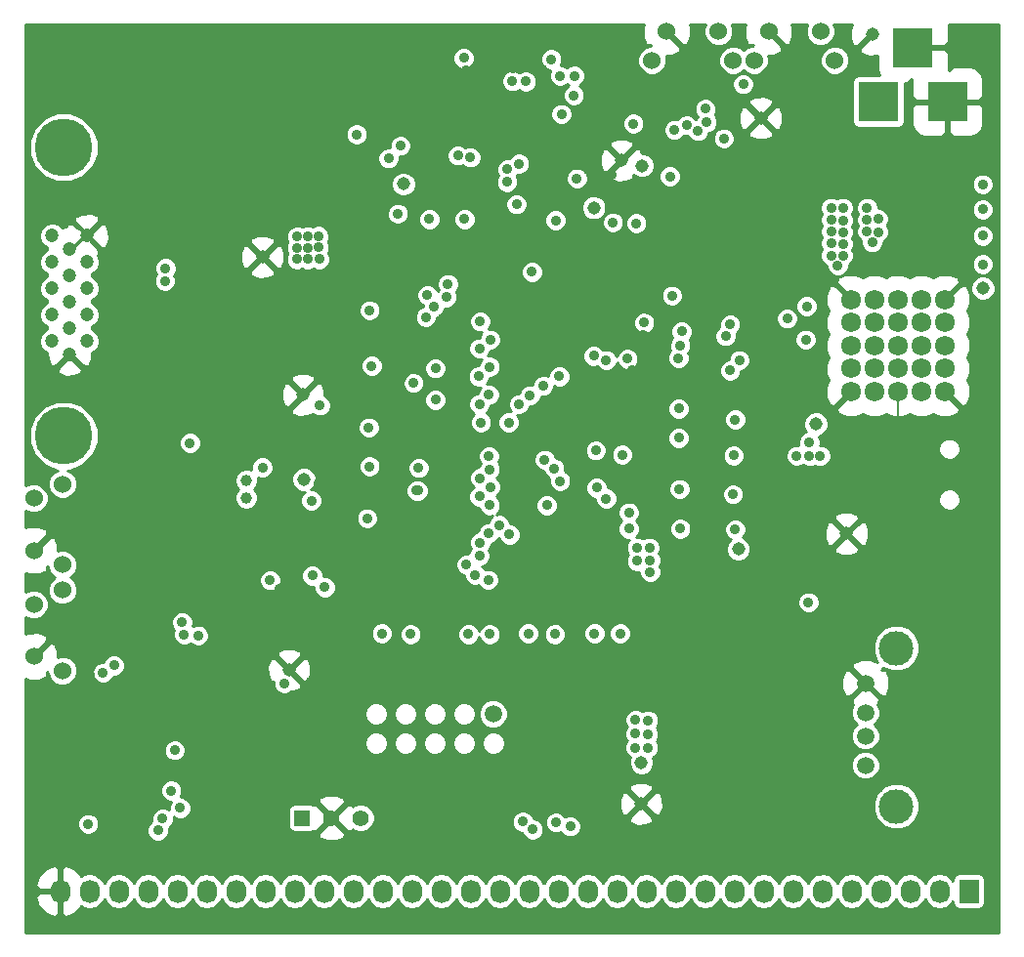
<source format=gbr>
G04 #@! TF.FileFunction,Copper,L3,Inr,Plane*
%FSLAX46Y46*%
G04 Gerber Fmt 4.6, Leading zero omitted, Abs format (unit mm)*
G04 Created by KiCad (PCBNEW 0.201504081001+5582~22~ubuntu14.04.1-product) date jue 23 abr 2015 12:31:19 ART*
%MOMM*%
G01*
G04 APERTURE LIST*
%ADD10C,0.100000*%
%ADD11C,5.001260*%
%ADD12C,1.198880*%
%ADD13C,1.501140*%
%ADD14C,2.999740*%
%ADD15R,3.500120X3.500120*%
%ADD16C,1.506220*%
%ADD17C,1.524000*%
%ADD18C,1.720000*%
%ADD19C,1.000760*%
%ADD20C,1.143000*%
%ADD21R,1.397000X1.397000*%
%ADD22C,1.397000*%
%ADD23R,1.727200X2.032000*%
%ADD24O,1.727200X2.032000*%
%ADD25C,0.889000*%
%ADD26C,0.203200*%
%ADD27C,0.254000*%
G04 APERTURE END LIST*
D10*
D11*
X38277800Y-53848000D03*
D12*
X40276780Y-41087040D03*
X40276780Y-43373040D03*
X40276780Y-45664120D03*
X40276780Y-38793420D03*
X40276780Y-36504880D03*
X38778180Y-39938960D03*
X38778180Y-42227500D03*
X38778180Y-44518580D03*
X38778180Y-46809660D03*
D11*
X38277800Y-28859480D03*
D12*
X38778180Y-37647880D03*
X37277040Y-45664120D03*
X37277040Y-43373040D03*
X37279580Y-41084500D03*
X37277040Y-38793420D03*
X37277040Y-36504880D03*
D13*
X107759500Y-75311000D03*
X107759500Y-77851000D03*
X107759500Y-79883000D03*
X107759500Y-82423000D03*
D14*
X110426500Y-72263000D03*
X110426500Y-85979000D03*
D15*
X108861860Y-24892000D03*
X114861340Y-24892000D03*
X111861600Y-20193000D03*
D16*
X75501500Y-77978000D03*
D17*
X38176600Y-67234000D03*
X38176600Y-74244000D03*
X35686600Y-68489000D03*
X35686600Y-72989000D03*
X38176600Y-58039200D03*
X38176600Y-65049200D03*
X35686600Y-59294200D03*
X35686600Y-63794200D03*
X105105000Y-21311000D03*
X98095000Y-21311000D03*
X103850000Y-18821000D03*
X99350000Y-18821000D03*
X96278500Y-21311000D03*
X89268500Y-21311000D03*
X95023500Y-18821000D03*
X90523500Y-18821000D03*
D18*
X114617500Y-42038000D03*
X112585500Y-42038000D03*
X110553500Y-42038000D03*
X108521500Y-42038000D03*
X106489500Y-42038000D03*
X114617500Y-46038000D03*
X112585500Y-46038000D03*
X110553500Y-46038000D03*
X108521500Y-46038000D03*
X106489500Y-46038000D03*
X106489500Y-44038000D03*
X108521500Y-44038000D03*
X110553500Y-44038000D03*
X112585500Y-44038000D03*
X114617500Y-44038000D03*
X114617500Y-48038000D03*
X112585500Y-48038000D03*
X110553500Y-48038000D03*
X108521500Y-48038000D03*
X106489500Y-48038000D03*
X106489500Y-50038000D03*
X108521500Y-50038000D03*
X110553500Y-50038000D03*
X112585500Y-50038000D03*
X114617500Y-50038000D03*
D19*
X54102000Y-59232800D03*
X54102000Y-57734200D03*
D20*
X117929000Y-41077200D03*
X96732700Y-63695900D03*
X59089900Y-57638000D03*
X67716400Y-32029400D03*
X88338000Y-82187100D03*
X84210500Y-34092200D03*
X88414200Y-30434600D03*
X103463700Y-52837400D03*
X108330340Y-19050320D03*
X98679000Y-26314400D03*
X55499000Y-38354000D03*
X88315800Y-85775800D03*
X57810400Y-74168000D03*
X59013700Y-50310100D03*
X86614000Y-29972000D03*
X106105300Y-62349700D03*
D21*
X58953400Y-86995000D03*
D22*
X61493400Y-86995000D03*
X64033400Y-86995000D03*
D23*
X116713000Y-93345000D03*
D24*
X114173000Y-93345000D03*
X111633000Y-93345000D03*
X109093000Y-93345000D03*
X106553000Y-93345000D03*
X104013000Y-93345000D03*
X101473000Y-93345000D03*
X98933000Y-93345000D03*
X96393000Y-93345000D03*
X93853000Y-93345000D03*
X91313000Y-93345000D03*
X88773000Y-93345000D03*
X86233000Y-93345000D03*
X83693000Y-93345000D03*
X81153000Y-93345000D03*
X78613000Y-93345000D03*
X76073000Y-93345000D03*
X73533000Y-93345000D03*
X70993000Y-93345000D03*
X68453000Y-93345000D03*
X65913000Y-93345000D03*
X63373000Y-93345000D03*
X60833000Y-93345000D03*
X58293000Y-93345000D03*
X55753000Y-93345000D03*
X53213000Y-93345000D03*
X50673000Y-93345000D03*
X48133000Y-93345000D03*
X45593000Y-93345000D03*
X43053000Y-93345000D03*
X40513000Y-93345000D03*
X37973000Y-93345000D03*
D25*
X79755996Y-22085249D03*
X73115939Y-22186871D03*
X67580769Y-48842671D03*
X69974541Y-55165738D03*
X70027800Y-31115000D03*
X79844599Y-31330599D03*
X76181499Y-27852633D03*
X73367863Y-30954329D03*
X56980948Y-67099125D03*
X82785320Y-25853008D03*
X87671658Y-25231342D03*
X85725000Y-31242000D03*
X68453000Y-18923000D03*
X77787500Y-75438000D03*
X80835500Y-75311000D03*
X84582000Y-75247500D03*
X67691000Y-66598800D03*
X109791500Y-56007000D03*
X100881180Y-61849000D03*
X113665000Y-32639000D03*
X106299000Y-30797500D03*
X59880500Y-52463700D03*
X67881500Y-41465500D03*
X67119500Y-54927500D03*
X100965000Y-52197000D03*
X71564500Y-66865500D03*
X64579500Y-65532000D03*
X80137000Y-65659000D03*
X87312500Y-51435000D03*
X75247500Y-75374500D03*
X79946500Y-40703500D03*
X64767460Y-40954960D03*
X100838000Y-59055000D03*
X68991480Y-60523120D03*
X68374260Y-75267820D03*
X66111120Y-75209400D03*
X63563500Y-75244960D03*
X59687460Y-75191620D03*
X61661040Y-75156060D03*
X72961500Y-75176380D03*
X100926900Y-54190900D03*
X71144000Y-43717500D03*
X87569000Y-48192500D03*
X87744000Y-53467000D03*
X87294000Y-58517500D03*
X60319000Y-57992500D03*
X71548600Y-65575500D03*
X100852439Y-45460714D03*
X88450699Y-45143878D03*
X82042000Y-20955002D03*
X70294500Y-39751000D03*
X91567000Y-64452500D03*
X49234349Y-49234349D03*
X46685200Y-78105000D03*
X50596800Y-60805509D03*
X40508836Y-74620450D03*
X77216965Y-22023167D03*
X63652323Y-33196653D03*
X59817000Y-65976500D03*
X60896500Y-66992500D03*
X72936118Y-21109564D03*
X60404400Y-38544500D03*
X60375800Y-37541200D03*
X59436004Y-36576000D03*
X59410602Y-37566600D03*
X60350400Y-36550600D03*
X49212480Y-54483000D03*
X55499000Y-56616600D03*
X56157774Y-66381274D03*
X82740500Y-31559500D03*
X87630000Y-26797000D03*
X97155008Y-23368000D03*
X102577860Y-45534580D03*
X59404400Y-38544500D03*
X58483500Y-38544500D03*
X58496200Y-37566600D03*
X58496200Y-36576000D03*
X87249000Y-61912500D03*
X70485000Y-50736500D03*
X87122000Y-47180500D03*
X104775000Y-35115500D03*
X102803300Y-68306000D03*
X86677500Y-55499000D03*
X70485000Y-48006000D03*
X105791000Y-37211000D03*
X105791000Y-36195000D03*
X104775000Y-36131500D03*
X105791000Y-34099500D03*
X104775000Y-34099500D03*
X105791000Y-35179000D03*
X104775000Y-37147500D03*
X104775000Y-38227000D03*
X105791000Y-38227000D03*
X105346500Y-39081000D03*
X69786500Y-41656000D03*
X71564500Y-40703500D03*
X71437500Y-41846500D03*
X69659500Y-43561000D03*
X87947500Y-63563500D03*
X87947500Y-64706500D03*
X87249000Y-60515500D03*
X89090500Y-65659000D03*
X89090500Y-64643000D03*
X89027000Y-63563500D03*
X87820500Y-78486000D03*
X88900000Y-78549500D03*
X88900000Y-79756000D03*
X88900000Y-80899000D03*
X87820500Y-79692500D03*
X87820500Y-80899000D03*
X70358000Y-42672000D03*
X80518000Y-21209000D03*
X47904400Y-81127600D03*
X90805000Y-31369000D03*
X102890320Y-54416960D03*
X102892860Y-55608220D03*
X68961000Y-58610500D03*
X68834000Y-58610500D03*
X107886500Y-36131500D03*
X108839000Y-36195000D03*
X107886500Y-34099500D03*
X108833500Y-35052000D03*
X107886500Y-35115500D03*
X103825040Y-55608220D03*
X101777800Y-55608220D03*
X108331000Y-37084000D03*
X96456500Y-61976000D03*
X91694000Y-61912500D03*
X91630500Y-58483500D03*
X91567000Y-54038500D03*
X64957299Y-47803449D03*
X72999600Y-35077400D03*
X78536800Y-70993000D03*
X64579500Y-61023500D03*
X90995500Y-41719500D03*
X64706500Y-53149500D03*
X64770000Y-42989500D03*
X85852000Y-35369500D03*
X65849500Y-70993000D03*
X75184000Y-71056500D03*
X80835500Y-71056500D03*
X86487000Y-70993000D03*
X78844140Y-39662100D03*
X91547284Y-47129534D03*
X67220646Y-34611223D03*
X69951600Y-35077400D03*
X80899000Y-35179000D03*
X60474200Y-51237200D03*
X87884000Y-35433000D03*
X68326000Y-71056500D03*
X73342500Y-71056500D03*
X84264500Y-70993000D03*
X64770000Y-56515000D03*
X91567000Y-51498500D03*
X96456500Y-52451000D03*
X96329500Y-55562500D03*
X96266000Y-58928000D03*
X81216500Y-48704500D03*
X79819500Y-49530000D03*
X78676500Y-50355500D03*
X77724000Y-51117500D03*
X76835000Y-52705000D03*
X74422000Y-52705000D03*
X74295000Y-51117500D03*
X75120500Y-50292000D03*
X74231500Y-48704500D03*
X75184000Y-47879000D03*
X74295000Y-46291500D03*
X75247500Y-45529500D03*
X74358500Y-43942000D03*
X59744000Y-59492500D03*
X57391482Y-75312983D03*
X88571913Y-44058413D03*
X85283073Y-47320753D03*
X84200994Y-46926500D03*
X74295000Y-64262000D03*
X73152000Y-65024000D03*
X73914000Y-65913000D03*
X75057000Y-66357500D03*
X74358500Y-63119000D03*
X75120500Y-62293500D03*
X76009500Y-61595000D03*
X76898500Y-62420500D03*
X75184000Y-59880500D03*
X74295000Y-59118500D03*
X80137000Y-59880500D03*
X75247500Y-58293000D03*
X74358500Y-57531000D03*
X84455000Y-58356500D03*
X85280500Y-59309000D03*
X100965000Y-43688000D03*
X102654476Y-42634090D03*
X81280000Y-57785000D03*
X80772000Y-56705500D03*
X79946500Y-55943500D03*
X69024500Y-56642000D03*
X75120500Y-55626000D03*
X75184000Y-56769000D03*
X84391500Y-55118000D03*
X68582814Y-49277220D03*
X80924400Y-87376000D03*
X46844388Y-87071111D03*
X78912115Y-88001133D03*
X47593708Y-84639623D03*
X78054200Y-87325200D03*
X48374320Y-86131400D03*
X49936400Y-71196200D03*
X42646600Y-73766877D03*
X41679531Y-74411668D03*
X48717200Y-71107280D03*
X82169000Y-87731600D03*
X46439856Y-88085646D03*
X40386000Y-87528400D03*
X48535535Y-70030282D03*
X117919500Y-34226500D03*
X117919500Y-36512500D03*
X117919500Y-32067500D03*
X117919500Y-38989000D03*
X76727171Y-30763403D03*
X47049753Y-40436776D03*
X76695340Y-31855151D03*
X47091600Y-39344600D03*
X73508217Y-29727705D03*
X67462400Y-28702000D03*
X72428112Y-29565600D03*
X66433315Y-29806392D03*
X92256992Y-26936729D03*
X95634664Y-45220937D03*
X93225900Y-27440855D03*
X91821148Y-44818363D03*
X91186000Y-27343140D03*
X96012007Y-44195979D03*
X93993037Y-26663406D03*
X91694000Y-46037500D03*
X93881345Y-25511662D03*
X96833438Y-47311562D03*
X95491648Y-28096887D03*
X96012000Y-48209190D03*
X77508160Y-33781994D03*
X81407000Y-25971502D03*
X77724000Y-30273041D03*
X82475298Y-24340800D03*
X77156028Y-23113678D03*
X78308200Y-23139400D03*
X81280000Y-22669500D03*
X82524600Y-22656800D03*
X63660676Y-27745076D03*
D26*
X110553500Y-50038000D02*
X110553500Y-55245000D01*
X110553500Y-55245000D02*
X109791500Y-56007000D01*
D27*
G36*
X38971927Y-39953102D02*
X38792322Y-40132707D01*
X38778180Y-40118565D01*
X38764037Y-40132707D01*
X38584432Y-39953102D01*
X38598575Y-39938960D01*
X38584432Y-39924817D01*
X38764037Y-39745212D01*
X38778180Y-39759355D01*
X38792322Y-39745212D01*
X38971927Y-39924817D01*
X38957785Y-39938960D01*
X38971927Y-39953102D01*
X38971927Y-39953102D01*
G37*
X38971927Y-39953102D02*
X38792322Y-40132707D01*
X38778180Y-40118565D01*
X38764037Y-40132707D01*
X38584432Y-39953102D01*
X38598575Y-39938960D01*
X38584432Y-39924817D01*
X38764037Y-39745212D01*
X38778180Y-39759355D01*
X38792322Y-39745212D01*
X38971927Y-39924817D01*
X38957785Y-39938960D01*
X38971927Y-39953102D01*
G36*
X38971927Y-42241642D02*
X38792322Y-42421247D01*
X38778180Y-42407105D01*
X38764037Y-42421247D01*
X38584432Y-42241642D01*
X38598575Y-42227500D01*
X38584432Y-42213357D01*
X38764037Y-42033752D01*
X38778180Y-42047895D01*
X38792322Y-42033752D01*
X38971927Y-42213357D01*
X38957785Y-42227500D01*
X38971927Y-42241642D01*
X38971927Y-42241642D01*
G37*
X38971927Y-42241642D02*
X38792322Y-42421247D01*
X38778180Y-42407105D01*
X38764037Y-42421247D01*
X38584432Y-42241642D01*
X38598575Y-42227500D01*
X38584432Y-42213357D01*
X38764037Y-42033752D01*
X38778180Y-42047895D01*
X38792322Y-42033752D01*
X38971927Y-42213357D01*
X38957785Y-42227500D01*
X38971927Y-42241642D01*
G36*
X38971927Y-44532722D02*
X38792322Y-44712327D01*
X38778180Y-44698185D01*
X38764037Y-44712327D01*
X38584432Y-44532722D01*
X38598575Y-44518580D01*
X38584432Y-44504437D01*
X38764037Y-44324832D01*
X38778180Y-44338975D01*
X38792322Y-44324832D01*
X38971927Y-44504437D01*
X38957785Y-44518580D01*
X38971927Y-44532722D01*
X38971927Y-44532722D01*
G37*
X38971927Y-44532722D02*
X38792322Y-44712327D01*
X38778180Y-44698185D01*
X38764037Y-44712327D01*
X38584432Y-44532722D01*
X38598575Y-44518580D01*
X38584432Y-44504437D01*
X38764037Y-44324832D01*
X38778180Y-44338975D01*
X38792322Y-44324832D01*
X38971927Y-44504437D01*
X38957785Y-44518580D01*
X38971927Y-44532722D01*
G36*
X119305000Y-96953000D02*
X119008687Y-96953000D01*
X119008687Y-40863416D01*
X118872165Y-40533007D01*
X118872165Y-38800367D01*
X118872165Y-36323867D01*
X118872165Y-34037867D01*
X118872165Y-31878867D01*
X118727461Y-31528657D01*
X118459753Y-31260480D01*
X118109795Y-31115165D01*
X117932200Y-31115010D01*
X117932200Y-26904784D01*
X117932200Y-26379337D01*
X117932200Y-25349200D01*
X117602000Y-25019000D01*
X114988340Y-25019000D01*
X114988340Y-27632660D01*
X115318540Y-27962860D01*
X116874123Y-27962860D01*
X117359573Y-27761780D01*
X117731120Y-27390233D01*
X117932200Y-26904784D01*
X117932200Y-31115010D01*
X117730867Y-31114835D01*
X117380657Y-31259539D01*
X117112480Y-31527247D01*
X116967165Y-31877205D01*
X116966835Y-32256133D01*
X117111539Y-32606343D01*
X117379247Y-32874520D01*
X117729205Y-33019835D01*
X118108133Y-33020165D01*
X118458343Y-32875461D01*
X118726520Y-32607753D01*
X118871835Y-32257795D01*
X118872165Y-31878867D01*
X118872165Y-34037867D01*
X118727461Y-33687657D01*
X118459753Y-33419480D01*
X118109795Y-33274165D01*
X117730867Y-33273835D01*
X117380657Y-33418539D01*
X117112480Y-33686247D01*
X116967165Y-34036205D01*
X116966835Y-34415133D01*
X117111539Y-34765343D01*
X117379247Y-35033520D01*
X117729205Y-35178835D01*
X118108133Y-35179165D01*
X118458343Y-35034461D01*
X118726520Y-34766753D01*
X118871835Y-34416795D01*
X118872165Y-34037867D01*
X118872165Y-36323867D01*
X118727461Y-35973657D01*
X118459753Y-35705480D01*
X118109795Y-35560165D01*
X117730867Y-35559835D01*
X117380657Y-35704539D01*
X117112480Y-35972247D01*
X116967165Y-36322205D01*
X116966835Y-36701133D01*
X117111539Y-37051343D01*
X117379247Y-37319520D01*
X117729205Y-37464835D01*
X118108133Y-37465165D01*
X118458343Y-37320461D01*
X118726520Y-37052753D01*
X118871835Y-36702795D01*
X118872165Y-36323867D01*
X118872165Y-38800367D01*
X118727461Y-38450157D01*
X118459753Y-38181980D01*
X118109795Y-38036665D01*
X117730867Y-38036335D01*
X117380657Y-38181039D01*
X117112480Y-38448747D01*
X116967165Y-38798705D01*
X116966835Y-39177633D01*
X117111539Y-39527843D01*
X117379247Y-39796020D01*
X117729205Y-39941335D01*
X118108133Y-39941665D01*
X118458343Y-39796961D01*
X118726520Y-39529253D01*
X118871835Y-39179295D01*
X118872165Y-38800367D01*
X118872165Y-40533007D01*
X118844689Y-40466511D01*
X118541286Y-40162578D01*
X118144668Y-39997887D01*
X117715216Y-39997513D01*
X117318311Y-40161511D01*
X117014378Y-40464914D01*
X116849687Y-40861532D01*
X116849313Y-41290984D01*
X117013311Y-41687889D01*
X117316714Y-41991822D01*
X117713332Y-42156513D01*
X118142784Y-42156887D01*
X118539689Y-41992889D01*
X118843622Y-41689486D01*
X119008313Y-41292868D01*
X119008687Y-40863416D01*
X119008687Y-96953000D01*
X118094552Y-96953000D01*
X118094552Y-94361000D01*
X118094552Y-92329000D01*
X118056970Y-92135301D01*
X117945139Y-91965058D01*
X117776312Y-91851099D01*
X117576600Y-91811048D01*
X116805705Y-91811048D01*
X116805705Y-50432733D01*
X116790196Y-49565296D01*
X116569627Y-49032797D01*
X116805705Y-48432733D01*
X116790196Y-47565296D01*
X116569627Y-47032797D01*
X116805705Y-46432733D01*
X116790196Y-45565296D01*
X116569627Y-45032797D01*
X116805705Y-44432733D01*
X116790196Y-43565296D01*
X116569627Y-43032797D01*
X116805705Y-42432733D01*
X116790196Y-41565296D01*
X116488080Y-40835924D01*
X116043070Y-40792035D01*
X114984819Y-41850285D01*
X114763362Y-41854244D01*
X114760872Y-41715022D01*
X115863465Y-40612430D01*
X115819576Y-40167420D01*
X115012233Y-39849795D01*
X114932460Y-39851221D01*
X114734340Y-39854763D01*
X114734340Y-27632660D01*
X114734340Y-25019000D01*
X112120680Y-25019000D01*
X111790480Y-25349200D01*
X111790480Y-26379337D01*
X111790480Y-26904784D01*
X111991560Y-27390233D01*
X112363107Y-27761780D01*
X112848557Y-27962860D01*
X114404140Y-27962860D01*
X114734340Y-27632660D01*
X114734340Y-39854763D01*
X114144796Y-39865304D01*
X113596709Y-40092329D01*
X112980233Y-39849795D01*
X112112796Y-39865304D01*
X111564709Y-40092329D01*
X110948233Y-39849795D01*
X110080796Y-39865304D01*
X109791665Y-39985065D01*
X109791665Y-36006367D01*
X109646961Y-35656157D01*
X109611794Y-35620928D01*
X109640520Y-35592253D01*
X109785835Y-35242295D01*
X109786165Y-34863367D01*
X109641461Y-34513157D01*
X109373753Y-34244980D01*
X109023795Y-34099665D01*
X108839000Y-34099504D01*
X108839165Y-33910867D01*
X108694461Y-33560657D01*
X108426753Y-33292480D01*
X108076795Y-33147165D01*
X107697867Y-33146835D01*
X107347657Y-33291539D01*
X107079480Y-33559247D01*
X106934165Y-33909205D01*
X106933835Y-34288133D01*
X107065940Y-34607853D01*
X106934165Y-34925205D01*
X106933835Y-35304133D01*
X107065940Y-35623853D01*
X106934165Y-35941205D01*
X106933835Y-36320133D01*
X107078539Y-36670343D01*
X107346247Y-36938520D01*
X107378614Y-36951960D01*
X107378335Y-37272633D01*
X107523039Y-37622843D01*
X107790747Y-37891020D01*
X108140705Y-38036335D01*
X108519633Y-38036665D01*
X108869843Y-37891961D01*
X109138020Y-37624253D01*
X109283335Y-37274295D01*
X109283537Y-37041927D01*
X109377843Y-37002961D01*
X109646020Y-36735253D01*
X109791335Y-36385295D01*
X109791665Y-36006367D01*
X109791665Y-39985065D01*
X109532709Y-40092329D01*
X108916233Y-39849795D01*
X108048796Y-39865304D01*
X107500709Y-40092329D01*
X106884233Y-39849795D01*
X106743665Y-39852308D01*
X106743665Y-38038367D01*
X106611559Y-37718646D01*
X106743335Y-37401295D01*
X106743665Y-37022367D01*
X106611559Y-36702646D01*
X106743335Y-36385295D01*
X106743665Y-36006367D01*
X106611559Y-35686646D01*
X106743335Y-35369295D01*
X106743665Y-34990367D01*
X106598961Y-34640157D01*
X106598177Y-34639372D01*
X106743335Y-34289795D01*
X106743665Y-33910867D01*
X106598961Y-33560657D01*
X106375220Y-33336524D01*
X106375220Y-21059490D01*
X106182282Y-20592542D01*
X105825337Y-20234974D01*
X105358727Y-20041221D01*
X104853490Y-20040780D01*
X104386542Y-20233718D01*
X104028974Y-20590663D01*
X103835221Y-21057273D01*
X103834780Y-21562510D01*
X104027718Y-22029458D01*
X104384663Y-22387026D01*
X104851273Y-22580779D01*
X105356510Y-22581220D01*
X105823458Y-22388282D01*
X106181026Y-22031337D01*
X106374779Y-21564727D01*
X106375220Y-21059490D01*
X106375220Y-33336524D01*
X106331253Y-33292480D01*
X105981295Y-33147165D01*
X105602367Y-33146835D01*
X105282646Y-33278940D01*
X104965295Y-33147165D01*
X104586367Y-33146835D01*
X104236157Y-33291539D01*
X103967980Y-33559247D01*
X103822665Y-33909205D01*
X103822335Y-34288133D01*
X103954440Y-34607853D01*
X103822665Y-34925205D01*
X103822335Y-35304133D01*
X103954440Y-35623853D01*
X103822665Y-35941205D01*
X103822335Y-36320133D01*
X103954440Y-36639853D01*
X103822665Y-36957205D01*
X103822335Y-37336133D01*
X103967039Y-37686343D01*
X103967822Y-37687127D01*
X103822665Y-38036705D01*
X103822335Y-38415633D01*
X103967039Y-38765843D01*
X104234747Y-39034020D01*
X104393982Y-39100140D01*
X104393835Y-39269633D01*
X104538539Y-39619843D01*
X104806247Y-39888020D01*
X105156205Y-40033335D01*
X105535133Y-40033665D01*
X105885343Y-39888961D01*
X106153520Y-39621253D01*
X106298835Y-39271295D01*
X106299029Y-39047692D01*
X106329843Y-39034961D01*
X106598020Y-38767253D01*
X106743335Y-38417295D01*
X106743665Y-38038367D01*
X106743665Y-39852308D01*
X106016796Y-39865304D01*
X105287424Y-40167420D01*
X105243535Y-40612430D01*
X106334367Y-41703262D01*
X106337162Y-41859576D01*
X106135084Y-41863189D01*
X105063930Y-40792035D01*
X104618920Y-40835924D01*
X104301295Y-41643267D01*
X104316804Y-42510704D01*
X104537372Y-43043202D01*
X104301295Y-43643267D01*
X104316804Y-44510704D01*
X104537372Y-45043202D01*
X104301295Y-45643267D01*
X104316804Y-46510704D01*
X104537372Y-47043202D01*
X104301295Y-47643267D01*
X104316804Y-48510704D01*
X104537372Y-49043202D01*
X104301295Y-49643267D01*
X104316804Y-50510704D01*
X104618920Y-51240076D01*
X105063930Y-51283965D01*
X106122180Y-50225714D01*
X106343637Y-50221755D01*
X106346127Y-50360977D01*
X105243535Y-51463570D01*
X105287424Y-51908580D01*
X106094767Y-52226205D01*
X106962204Y-52210696D01*
X107510290Y-51983670D01*
X108126767Y-52226205D01*
X108994204Y-52210696D01*
X109542290Y-51983670D01*
X110158767Y-52226205D01*
X111026204Y-52210696D01*
X111574290Y-51983670D01*
X112190767Y-52226205D01*
X113058204Y-52210696D01*
X113606290Y-51983670D01*
X114222767Y-52226205D01*
X115090204Y-52210696D01*
X115819576Y-51908580D01*
X115863465Y-51463570D01*
X114772632Y-50372737D01*
X114769837Y-50216423D01*
X114971915Y-50212810D01*
X116043070Y-51283965D01*
X116488080Y-51240076D01*
X116805705Y-50432733D01*
X116805705Y-91811048D01*
X115994346Y-91811048D01*
X115994346Y-59223501D01*
X115994346Y-54824221D01*
X115848870Y-54472143D01*
X115579734Y-54202537D01*
X115227910Y-54056447D01*
X114846961Y-54056114D01*
X114494883Y-54201590D01*
X114225277Y-54470726D01*
X114079187Y-54822550D01*
X114078854Y-55203499D01*
X114224330Y-55555577D01*
X114493466Y-55825183D01*
X114845290Y-55971273D01*
X115226239Y-55971606D01*
X115578317Y-55826130D01*
X115847923Y-55556994D01*
X115994013Y-55205170D01*
X115994346Y-54824221D01*
X115994346Y-59223501D01*
X115848870Y-58871423D01*
X115579734Y-58601817D01*
X115227910Y-58455727D01*
X114846961Y-58455394D01*
X114494883Y-58600870D01*
X114225277Y-58870006D01*
X114079187Y-59221830D01*
X114078854Y-59602779D01*
X114224330Y-59954857D01*
X114493466Y-60224463D01*
X114845290Y-60370553D01*
X115226239Y-60370886D01*
X115578317Y-60225410D01*
X115847923Y-59956274D01*
X115994013Y-59604450D01*
X115994346Y-59223501D01*
X115994346Y-91811048D01*
X115849400Y-91811048D01*
X115655701Y-91848630D01*
X115485458Y-91960461D01*
X115371499Y-92129288D01*
X115331448Y-92329000D01*
X115331448Y-92475105D01*
X115142868Y-92192875D01*
X114697889Y-91895550D01*
X114173000Y-91791143D01*
X113648111Y-91895550D01*
X113203132Y-92192875D01*
X112905807Y-92637854D01*
X112903000Y-92651965D01*
X112900193Y-92637854D01*
X112602868Y-92192875D01*
X112434717Y-92080520D01*
X112434717Y-85581362D01*
X112434717Y-71865362D01*
X112129681Y-71127119D01*
X111565352Y-70561804D01*
X110827642Y-70255480D01*
X110028862Y-70254783D01*
X109290619Y-70559819D01*
X108725304Y-71124148D01*
X108418980Y-71861858D01*
X108418283Y-72660638D01*
X108723319Y-73398881D01*
X108829022Y-73504769D01*
X108128142Y-73231472D01*
X108006943Y-73234005D01*
X108006943Y-62675636D01*
X107986920Y-61923098D01*
X107737459Y-61320848D01*
X107322316Y-61312289D01*
X107142711Y-61491894D01*
X107142711Y-61132684D01*
X107134152Y-60717541D01*
X106431236Y-60448057D01*
X105678698Y-60468080D01*
X105076448Y-60717541D01*
X105067889Y-61132684D01*
X106105300Y-62170095D01*
X107142711Y-61132684D01*
X107142711Y-61491894D01*
X106284905Y-62349700D01*
X107322316Y-63387111D01*
X107737459Y-63378552D01*
X108006943Y-62675636D01*
X108006943Y-73234005D01*
X107304280Y-73248693D01*
X107142711Y-73315617D01*
X107142711Y-63566716D01*
X106105300Y-62529305D01*
X105925695Y-62708910D01*
X105925695Y-62349700D01*
X104888284Y-61312289D01*
X104777705Y-61314568D01*
X104777705Y-55419587D01*
X104633001Y-55069377D01*
X104365293Y-54801200D01*
X104015335Y-54655885D01*
X103822531Y-54655717D01*
X103842655Y-54607255D01*
X103842985Y-54228327D01*
X103709002Y-53904063D01*
X104074389Y-53753089D01*
X104378322Y-53449686D01*
X104543013Y-53053068D01*
X104543387Y-52623616D01*
X104379389Y-52226711D01*
X104075986Y-51922778D01*
X103679368Y-51758087D01*
X103607141Y-51758024D01*
X103607141Y-42445457D01*
X103462437Y-42095247D01*
X103194729Y-41827070D01*
X102844771Y-41681755D01*
X102465843Y-41681425D01*
X102115633Y-41826129D01*
X101847456Y-42093837D01*
X101702141Y-42443795D01*
X101701811Y-42822723D01*
X101846515Y-43172933D01*
X102114223Y-43441110D01*
X102464181Y-43586425D01*
X102843109Y-43586755D01*
X103193319Y-43442051D01*
X103461496Y-43174343D01*
X103606811Y-42824385D01*
X103607141Y-42445457D01*
X103607141Y-51758024D01*
X103530525Y-51757957D01*
X103530525Y-45345947D01*
X103385821Y-44995737D01*
X103118113Y-44727560D01*
X102768155Y-44582245D01*
X102389227Y-44581915D01*
X102039017Y-44726619D01*
X101917665Y-44847758D01*
X101917665Y-43499367D01*
X101772961Y-43149157D01*
X101505253Y-42880980D01*
X101155295Y-42735665D01*
X100776367Y-42735335D01*
X100580643Y-42816206D01*
X100580643Y-26640336D01*
X100560620Y-25887798D01*
X100525142Y-25802146D01*
X100311159Y-25285548D01*
X99896016Y-25276989D01*
X99716411Y-25456594D01*
X99716411Y-25097384D01*
X99707852Y-24682241D01*
X99004936Y-24412757D01*
X98252398Y-24432780D01*
X98107673Y-24492727D01*
X98107673Y-23179367D01*
X97962969Y-22829157D01*
X97695261Y-22560980D01*
X97345303Y-22415665D01*
X96966375Y-22415335D01*
X96616165Y-22560039D01*
X96347988Y-22827747D01*
X96202673Y-23177705D01*
X96202343Y-23556633D01*
X96347047Y-23906843D01*
X96614755Y-24175020D01*
X96964713Y-24320335D01*
X97343641Y-24320665D01*
X97693851Y-24175961D01*
X97962028Y-23908253D01*
X98107343Y-23558295D01*
X98107673Y-23179367D01*
X98107673Y-24492727D01*
X97650148Y-24682241D01*
X97641589Y-25097384D01*
X98679000Y-26134795D01*
X99716411Y-25097384D01*
X99716411Y-25456594D01*
X98858605Y-26314400D01*
X99896016Y-27351811D01*
X100311159Y-27343252D01*
X100580643Y-26640336D01*
X100580643Y-42816206D01*
X100426157Y-42880039D01*
X100157980Y-43147747D01*
X100012665Y-43497705D01*
X100012335Y-43876633D01*
X100157039Y-44226843D01*
X100424747Y-44495020D01*
X100774705Y-44640335D01*
X101153633Y-44640665D01*
X101503843Y-44495961D01*
X101772020Y-44228253D01*
X101917335Y-43878295D01*
X101917665Y-43499367D01*
X101917665Y-44847758D01*
X101770840Y-44994327D01*
X101625525Y-45344285D01*
X101625195Y-45723213D01*
X101769899Y-46073423D01*
X102037607Y-46341600D01*
X102387565Y-46486915D01*
X102766493Y-46487245D01*
X103116703Y-46342541D01*
X103384880Y-46074833D01*
X103530195Y-45724875D01*
X103530525Y-45345947D01*
X103530525Y-51757957D01*
X103249916Y-51757713D01*
X102853011Y-51921711D01*
X102549078Y-52225114D01*
X102384387Y-52621732D01*
X102384013Y-53051184D01*
X102548011Y-53448089D01*
X102604341Y-53504517D01*
X102351477Y-53608999D01*
X102083300Y-53876707D01*
X101937985Y-54226665D01*
X101937655Y-54605593D01*
X101958431Y-54655876D01*
X101589167Y-54655555D01*
X101238957Y-54800259D01*
X100970780Y-55067967D01*
X100825465Y-55417925D01*
X100825135Y-55796853D01*
X100969839Y-56147063D01*
X101237547Y-56415240D01*
X101587505Y-56560555D01*
X101966433Y-56560885D01*
X102316643Y-56416181D01*
X102335126Y-56397729D01*
X102352607Y-56415240D01*
X102702565Y-56560555D01*
X103081493Y-56560885D01*
X103359199Y-56446138D01*
X103634745Y-56560555D01*
X104013673Y-56560885D01*
X104363883Y-56416181D01*
X104632060Y-56148473D01*
X104777375Y-55798515D01*
X104777705Y-55419587D01*
X104777705Y-61314568D01*
X104473141Y-61320848D01*
X104203657Y-62023764D01*
X104223680Y-62776302D01*
X104473141Y-63378552D01*
X104888284Y-63387111D01*
X105925695Y-62349700D01*
X105925695Y-62708910D01*
X105067889Y-63566716D01*
X105076448Y-63981859D01*
X105779364Y-64251343D01*
X106531902Y-64231320D01*
X107134152Y-63981859D01*
X107142711Y-63566716D01*
X107142711Y-73315617D01*
X106623118Y-73530840D01*
X106592619Y-73964514D01*
X107759500Y-75131395D01*
X107773642Y-75117252D01*
X107953247Y-75296857D01*
X107939105Y-75311000D01*
X109105986Y-76477881D01*
X109539660Y-76447382D01*
X109839028Y-75679642D01*
X109821807Y-74855780D01*
X109539660Y-74174618D01*
X109105988Y-74144119D01*
X109286780Y-73963327D01*
X109287648Y-73964196D01*
X110025358Y-74270520D01*
X110824138Y-74271217D01*
X111562381Y-73966181D01*
X112127696Y-73401852D01*
X112434020Y-72664142D01*
X112434717Y-71865362D01*
X112434717Y-85581362D01*
X112129681Y-84843119D01*
X111565352Y-84277804D01*
X110827642Y-83971480D01*
X110028862Y-83970783D01*
X109839028Y-84049220D01*
X109290619Y-84275819D01*
X109018288Y-84547675D01*
X109018288Y-82173753D01*
X109018288Y-79633753D01*
X108827086Y-79171009D01*
X108523388Y-78866779D01*
X108825842Y-78564854D01*
X109017851Y-78102443D01*
X109018288Y-77601753D01*
X108827086Y-77139009D01*
X108813418Y-77125317D01*
X108895882Y-77091160D01*
X108926381Y-76657486D01*
X107759500Y-75490605D01*
X107579895Y-75670210D01*
X107579895Y-75311000D01*
X106413014Y-74144119D01*
X105979340Y-74174618D01*
X105679972Y-74942358D01*
X105697193Y-75766220D01*
X105979340Y-76447382D01*
X106413014Y-76477881D01*
X107579895Y-75311000D01*
X107579895Y-75670210D01*
X106592619Y-76657486D01*
X106623118Y-77091160D01*
X106706610Y-77123716D01*
X106693158Y-77137146D01*
X106501149Y-77599557D01*
X106500712Y-78100247D01*
X106691914Y-78562991D01*
X106995611Y-78867220D01*
X106693158Y-79169146D01*
X106501149Y-79631557D01*
X106500712Y-80132247D01*
X106691914Y-80594991D01*
X107045646Y-80949342D01*
X107508057Y-81141351D01*
X108008747Y-81141788D01*
X108471491Y-80950586D01*
X108825842Y-80596854D01*
X109017851Y-80134443D01*
X109018288Y-79633753D01*
X109018288Y-82173753D01*
X108827086Y-81711009D01*
X108473354Y-81356658D01*
X108010943Y-81164649D01*
X107510253Y-81164212D01*
X107047509Y-81355414D01*
X106693158Y-81709146D01*
X106501149Y-82171557D01*
X106500712Y-82672247D01*
X106691914Y-83134991D01*
X107045646Y-83489342D01*
X107508057Y-83681351D01*
X108008747Y-83681788D01*
X108471491Y-83490586D01*
X108825842Y-83136854D01*
X109017851Y-82674443D01*
X109018288Y-82173753D01*
X109018288Y-84547675D01*
X108725304Y-84840148D01*
X108418980Y-85577858D01*
X108418283Y-86376638D01*
X108723319Y-87114881D01*
X109287648Y-87680196D01*
X110025358Y-87986520D01*
X110824138Y-87987217D01*
X111562381Y-87682181D01*
X112127696Y-87117852D01*
X112434020Y-86380142D01*
X112434717Y-85581362D01*
X112434717Y-92080520D01*
X112157889Y-91895550D01*
X111633000Y-91791143D01*
X111108111Y-91895550D01*
X110663132Y-92192875D01*
X110365807Y-92637854D01*
X110363000Y-92651965D01*
X110360193Y-92637854D01*
X110062868Y-92192875D01*
X109617889Y-91895550D01*
X109093000Y-91791143D01*
X108568111Y-91895550D01*
X108123132Y-92192875D01*
X107825807Y-92637854D01*
X107823000Y-92651965D01*
X107820193Y-92637854D01*
X107522868Y-92192875D01*
X107077889Y-91895550D01*
X106553000Y-91791143D01*
X106028111Y-91895550D01*
X105583132Y-92192875D01*
X105285807Y-92637854D01*
X105283000Y-92651965D01*
X105280193Y-92637854D01*
X104982868Y-92192875D01*
X104537889Y-91895550D01*
X104013000Y-91791143D01*
X103755965Y-91842270D01*
X103755965Y-68117367D01*
X103611261Y-67767157D01*
X103343553Y-67498980D01*
X102993595Y-67353665D01*
X102614667Y-67353335D01*
X102264457Y-67498039D01*
X101996280Y-67765747D01*
X101850965Y-68115705D01*
X101850635Y-68494633D01*
X101995339Y-68844843D01*
X102263047Y-69113020D01*
X102613005Y-69258335D01*
X102991933Y-69258665D01*
X103342143Y-69113961D01*
X103610320Y-68846253D01*
X103755635Y-68496295D01*
X103755965Y-68117367D01*
X103755965Y-91842270D01*
X103488111Y-91895550D01*
X103043132Y-92192875D01*
X102745807Y-92637854D01*
X102743000Y-92651965D01*
X102740193Y-92637854D01*
X102442868Y-92192875D01*
X101997889Y-91895550D01*
X101473000Y-91791143D01*
X100948111Y-91895550D01*
X100503132Y-92192875D01*
X100205807Y-92637854D01*
X100203000Y-92651965D01*
X100200193Y-92637854D01*
X99902868Y-92192875D01*
X99716411Y-92068288D01*
X99716411Y-27531416D01*
X98679000Y-26494005D01*
X98499395Y-26673610D01*
X98499395Y-26314400D01*
X97461984Y-25276989D01*
X97046841Y-25285548D01*
X96777357Y-25988464D01*
X96797380Y-26741002D01*
X97046841Y-27343252D01*
X97461984Y-27351811D01*
X98499395Y-26314400D01*
X98499395Y-26673610D01*
X97641589Y-27531416D01*
X97650148Y-27946559D01*
X98353064Y-28216043D01*
X99105602Y-28196020D01*
X99707852Y-27946559D01*
X99716411Y-27531416D01*
X99716411Y-92068288D01*
X99457889Y-91895550D01*
X98933000Y-91791143D01*
X98408111Y-91895550D01*
X97963132Y-92192875D01*
X97812387Y-92418481D01*
X97812387Y-63482116D01*
X97786103Y-63418503D01*
X97786103Y-47122929D01*
X97641399Y-46772719D01*
X97373691Y-46504542D01*
X97023733Y-46359227D01*
X96964672Y-46359175D01*
X96964672Y-44007346D01*
X96819968Y-43657136D01*
X96552260Y-43388959D01*
X96444313Y-43344135D01*
X96444313Y-27908254D01*
X96299609Y-27558044D01*
X96031901Y-27289867D01*
X95681943Y-27144552D01*
X95303015Y-27144222D01*
X94952805Y-27288926D01*
X94945702Y-27296016D01*
X94945702Y-26474773D01*
X94800998Y-26124563D01*
X94700148Y-26023536D01*
X94833680Y-25701957D01*
X94834010Y-25323029D01*
X94689306Y-24972819D01*
X94421598Y-24704642D01*
X94071640Y-24559327D01*
X93692712Y-24558997D01*
X93342502Y-24703701D01*
X93074325Y-24971409D01*
X92929010Y-25321367D01*
X92928680Y-25700295D01*
X93073384Y-26050505D01*
X93174233Y-26151531D01*
X93068436Y-26406317D01*
X93064953Y-26397886D01*
X92797245Y-26129709D01*
X92447287Y-25984394D01*
X92068359Y-25984064D01*
X91718149Y-26128768D01*
X91698642Y-26148240D01*
X91449972Y-26396476D01*
X91441145Y-26417733D01*
X91376295Y-26390805D01*
X90997367Y-26390475D01*
X90647157Y-26535179D01*
X90378980Y-26802887D01*
X90233665Y-27152845D01*
X90233335Y-27531773D01*
X90378039Y-27881983D01*
X90645747Y-28150160D01*
X90995705Y-28295475D01*
X91374633Y-28295805D01*
X91724843Y-28151101D01*
X91993020Y-27883393D01*
X92001846Y-27862135D01*
X92066697Y-27889064D01*
X92380602Y-27889337D01*
X92417939Y-27979698D01*
X92685647Y-28247875D01*
X93035605Y-28393190D01*
X93414533Y-28393520D01*
X93764743Y-28248816D01*
X94032920Y-27981108D01*
X94178235Y-27631150D01*
X94178248Y-27616068D01*
X94181670Y-27616071D01*
X94531880Y-27471367D01*
X94800057Y-27203659D01*
X94945372Y-26853701D01*
X94945702Y-26474773D01*
X94945702Y-27296016D01*
X94684628Y-27556634D01*
X94539313Y-27906592D01*
X94538983Y-28285520D01*
X94683687Y-28635730D01*
X94951395Y-28903907D01*
X95301353Y-29049222D01*
X95680281Y-29049552D01*
X96030491Y-28904848D01*
X96298668Y-28637140D01*
X96443983Y-28287182D01*
X96444313Y-27908254D01*
X96444313Y-43344135D01*
X96202302Y-43243644D01*
X95823374Y-43243314D01*
X95473164Y-43388018D01*
X95204987Y-43655726D01*
X95059672Y-44005684D01*
X95059342Y-44384612D01*
X95078291Y-44430474D01*
X94827644Y-44680684D01*
X94682329Y-45030642D01*
X94681999Y-45409570D01*
X94826703Y-45759780D01*
X95094411Y-46027957D01*
X95444369Y-46173272D01*
X95823297Y-46173602D01*
X96173507Y-46028898D01*
X96441684Y-45761190D01*
X96586999Y-45411232D01*
X96587329Y-45032304D01*
X96568379Y-44986441D01*
X96819027Y-44736232D01*
X96964342Y-44386274D01*
X96964672Y-44007346D01*
X96964672Y-46359175D01*
X96644805Y-46358897D01*
X96294595Y-46503601D01*
X96026418Y-46771309D01*
X95881103Y-47121267D01*
X95880985Y-47256575D01*
X95823367Y-47256525D01*
X95473157Y-47401229D01*
X95204980Y-47668937D01*
X95059665Y-48018895D01*
X95059335Y-48397823D01*
X95204039Y-48748033D01*
X95471747Y-49016210D01*
X95821705Y-49161525D01*
X96200633Y-49161855D01*
X96550843Y-49017151D01*
X96819020Y-48749443D01*
X96964335Y-48399485D01*
X96964452Y-48264176D01*
X97022071Y-48264227D01*
X97372281Y-48119523D01*
X97640458Y-47851815D01*
X97785773Y-47501857D01*
X97786103Y-47122929D01*
X97786103Y-63418503D01*
X97648389Y-63085211D01*
X97344986Y-62781278D01*
X97099955Y-62679531D01*
X97263520Y-62516253D01*
X97408835Y-62166295D01*
X97409165Y-61787367D01*
X97409165Y-52262367D01*
X97264461Y-51912157D01*
X96996753Y-51643980D01*
X96646795Y-51498665D01*
X96267867Y-51498335D01*
X95917657Y-51643039D01*
X95649480Y-51910747D01*
X95504165Y-52260705D01*
X95503835Y-52639633D01*
X95648539Y-52989843D01*
X95916247Y-53258020D01*
X96266205Y-53403335D01*
X96645133Y-53403665D01*
X96995343Y-53258961D01*
X97263520Y-52991253D01*
X97408835Y-52641295D01*
X97409165Y-52262367D01*
X97409165Y-61787367D01*
X97282165Y-61480003D01*
X97282165Y-55373867D01*
X97137461Y-55023657D01*
X96869753Y-54755480D01*
X96519795Y-54610165D01*
X96140867Y-54609835D01*
X95790657Y-54754539D01*
X95522480Y-55022247D01*
X95377165Y-55372205D01*
X95376835Y-55751133D01*
X95521539Y-56101343D01*
X95789247Y-56369520D01*
X96139205Y-56514835D01*
X96518133Y-56515165D01*
X96868343Y-56370461D01*
X97136520Y-56102753D01*
X97281835Y-55752795D01*
X97282165Y-55373867D01*
X97282165Y-61480003D01*
X97264461Y-61437157D01*
X97218665Y-61391280D01*
X97218665Y-58739367D01*
X97073961Y-58389157D01*
X96806253Y-58120980D01*
X96456295Y-57975665D01*
X96077367Y-57975335D01*
X95727157Y-58120039D01*
X95458980Y-58387747D01*
X95313665Y-58737705D01*
X95313335Y-59116633D01*
X95458039Y-59466843D01*
X95725747Y-59735020D01*
X96075705Y-59880335D01*
X96454633Y-59880665D01*
X96804843Y-59735961D01*
X97073020Y-59468253D01*
X97218335Y-59118295D01*
X97218665Y-58739367D01*
X97218665Y-61391280D01*
X96996753Y-61168980D01*
X96646795Y-61023665D01*
X96267867Y-61023335D01*
X95917657Y-61168039D01*
X95649480Y-61435747D01*
X95504165Y-61785705D01*
X95503835Y-62164633D01*
X95648539Y-62514843D01*
X95916247Y-62783020D01*
X96059577Y-62842535D01*
X95818078Y-63083614D01*
X95653387Y-63480232D01*
X95653013Y-63909684D01*
X95817011Y-64306589D01*
X96120414Y-64610522D01*
X96517032Y-64775213D01*
X96946484Y-64775587D01*
X97343389Y-64611589D01*
X97647322Y-64308186D01*
X97812013Y-63911568D01*
X97812387Y-63482116D01*
X97812387Y-92418481D01*
X97665807Y-92637854D01*
X97663000Y-92651965D01*
X97660193Y-92637854D01*
X97362868Y-92192875D01*
X96917889Y-91895550D01*
X96393000Y-91791143D01*
X95868111Y-91895550D01*
X95423132Y-92192875D01*
X95125807Y-92637854D01*
X95123000Y-92651965D01*
X95120193Y-92637854D01*
X94822868Y-92192875D01*
X94377889Y-91895550D01*
X93853000Y-91791143D01*
X93328111Y-91895550D01*
X92883132Y-92192875D01*
X92773813Y-92356482D01*
X92773813Y-44629730D01*
X92629109Y-44279520D01*
X92361401Y-44011343D01*
X92011443Y-43866028D01*
X91948165Y-43865972D01*
X91948165Y-41530867D01*
X91803461Y-41180657D01*
X91757665Y-41134780D01*
X91757665Y-31180367D01*
X91612961Y-30830157D01*
X91345253Y-30561980D01*
X90995295Y-30416665D01*
X90616367Y-30416335D01*
X90266157Y-30561039D01*
X89997980Y-30828747D01*
X89852665Y-31178705D01*
X89852335Y-31557633D01*
X89997039Y-31907843D01*
X90264747Y-32176020D01*
X90614705Y-32321335D01*
X90993633Y-32321665D01*
X91343843Y-32176961D01*
X91612020Y-31909253D01*
X91757335Y-31559295D01*
X91757665Y-31180367D01*
X91757665Y-41134780D01*
X91535753Y-40912480D01*
X91185795Y-40767165D01*
X90806867Y-40766835D01*
X90456657Y-40911539D01*
X90188480Y-41179247D01*
X90043165Y-41529205D01*
X90042835Y-41908133D01*
X90187539Y-42258343D01*
X90455247Y-42526520D01*
X90805205Y-42671835D01*
X91184133Y-42672165D01*
X91534343Y-42527461D01*
X91802520Y-42259753D01*
X91947835Y-41909795D01*
X91948165Y-41530867D01*
X91948165Y-43865972D01*
X91632515Y-43865698D01*
X91282305Y-44010402D01*
X91014128Y-44278110D01*
X90868813Y-44628068D01*
X90868483Y-45006996D01*
X91013187Y-45357206D01*
X91020214Y-45364245D01*
X90886980Y-45497247D01*
X90741665Y-45847205D01*
X90741335Y-46226133D01*
X90847254Y-46482477D01*
X90740264Y-46589281D01*
X90594949Y-46939239D01*
X90594619Y-47318167D01*
X90739323Y-47668377D01*
X91007031Y-47936554D01*
X91356989Y-48081869D01*
X91735917Y-48082199D01*
X92086127Y-47937495D01*
X92354304Y-47669787D01*
X92499619Y-47319829D01*
X92499949Y-46940901D01*
X92394029Y-46684556D01*
X92501020Y-46577753D01*
X92646335Y-46227795D01*
X92646665Y-45848867D01*
X92501961Y-45498657D01*
X92494933Y-45491617D01*
X92628168Y-45358616D01*
X92773483Y-45008658D01*
X92773813Y-44629730D01*
X92773813Y-92356482D01*
X92646665Y-92546773D01*
X92646665Y-61723867D01*
X92583165Y-61570185D01*
X92583165Y-58294867D01*
X92519665Y-58141185D01*
X92519665Y-53849867D01*
X92519665Y-51309867D01*
X92374961Y-50959657D01*
X92107253Y-50691480D01*
X91757295Y-50546165D01*
X91378367Y-50545835D01*
X91028157Y-50690539D01*
X90759980Y-50958247D01*
X90614665Y-51308205D01*
X90614335Y-51687133D01*
X90759039Y-52037343D01*
X91026747Y-52305520D01*
X91376705Y-52450835D01*
X91755633Y-52451165D01*
X92105843Y-52306461D01*
X92374020Y-52038753D01*
X92519335Y-51688795D01*
X92519665Y-51309867D01*
X92519665Y-53849867D01*
X92374961Y-53499657D01*
X92107253Y-53231480D01*
X91757295Y-53086165D01*
X91378367Y-53085835D01*
X91028157Y-53230539D01*
X90759980Y-53498247D01*
X90614665Y-53848205D01*
X90614335Y-54227133D01*
X90759039Y-54577343D01*
X91026747Y-54845520D01*
X91376705Y-54990835D01*
X91755633Y-54991165D01*
X92105843Y-54846461D01*
X92374020Y-54578753D01*
X92519335Y-54228795D01*
X92519665Y-53849867D01*
X92519665Y-58141185D01*
X92438461Y-57944657D01*
X92170753Y-57676480D01*
X91820795Y-57531165D01*
X91441867Y-57530835D01*
X91091657Y-57675539D01*
X90823480Y-57943247D01*
X90678165Y-58293205D01*
X90677835Y-58672133D01*
X90822539Y-59022343D01*
X91090247Y-59290520D01*
X91440205Y-59435835D01*
X91819133Y-59436165D01*
X92169343Y-59291461D01*
X92437520Y-59023753D01*
X92582835Y-58673795D01*
X92583165Y-58294867D01*
X92583165Y-61570185D01*
X92501961Y-61373657D01*
X92234253Y-61105480D01*
X91884295Y-60960165D01*
X91505367Y-60959835D01*
X91155157Y-61104539D01*
X90886980Y-61372247D01*
X90741665Y-61722205D01*
X90741335Y-62101133D01*
X90886039Y-62451343D01*
X91153747Y-62719520D01*
X91503705Y-62864835D01*
X91882633Y-62865165D01*
X92232843Y-62720461D01*
X92501020Y-62452753D01*
X92646335Y-62102795D01*
X92646665Y-61723867D01*
X92646665Y-92546773D01*
X92585807Y-92637854D01*
X92583000Y-92651965D01*
X92580193Y-92637854D01*
X92282868Y-92192875D01*
X91837889Y-91895550D01*
X91313000Y-91791143D01*
X90788111Y-91895550D01*
X90343132Y-92192875D01*
X90217443Y-92380982D01*
X90217443Y-86101736D01*
X90197420Y-85349198D01*
X90043165Y-84976794D01*
X90043165Y-65470367D01*
X89911059Y-65150646D01*
X90042835Y-64833295D01*
X90043165Y-64454367D01*
X89898461Y-64104157D01*
X89852832Y-64058448D01*
X89979335Y-63753795D01*
X89979665Y-63374867D01*
X89834961Y-63024657D01*
X89567253Y-62756480D01*
X89524578Y-62738759D01*
X89524578Y-43869780D01*
X89493887Y-43795502D01*
X89493887Y-30220816D01*
X89329889Y-29823911D01*
X89026486Y-29519978D01*
X88629868Y-29355287D01*
X88582665Y-29355245D01*
X88582665Y-26608367D01*
X88437961Y-26258157D01*
X88170253Y-25989980D01*
X87820295Y-25844665D01*
X87441367Y-25844335D01*
X87091157Y-25989039D01*
X86822980Y-26256747D01*
X86677665Y-26606705D01*
X86677335Y-26985633D01*
X86822039Y-27335843D01*
X87089747Y-27604020D01*
X87439705Y-27749335D01*
X87818633Y-27749665D01*
X88168843Y-27604961D01*
X88437020Y-27337253D01*
X88582335Y-26987295D01*
X88582665Y-26608367D01*
X88582665Y-29355245D01*
X88416796Y-29355101D01*
X88246159Y-28943148D01*
X87831016Y-28934589D01*
X87651411Y-29114194D01*
X87651411Y-28754984D01*
X87642852Y-28339841D01*
X86939936Y-28070357D01*
X86187398Y-28090380D01*
X85585148Y-28339841D01*
X85576589Y-28754984D01*
X86614000Y-29792395D01*
X87651411Y-28754984D01*
X87651411Y-29114194D01*
X86793605Y-29972000D01*
X86807747Y-29986142D01*
X86628142Y-30165747D01*
X86614000Y-30151605D01*
X86434395Y-30331210D01*
X86434395Y-29972000D01*
X85396984Y-28934589D01*
X84981841Y-28943148D01*
X84712357Y-29646064D01*
X84732380Y-30398602D01*
X84981841Y-31000852D01*
X85396984Y-31009411D01*
X86434395Y-29972000D01*
X86434395Y-30331210D01*
X85576589Y-31189016D01*
X85585148Y-31604159D01*
X86288064Y-31873643D01*
X87040602Y-31853620D01*
X87642852Y-31604159D01*
X87651220Y-31198265D01*
X87801914Y-31349222D01*
X87818501Y-31356109D01*
X87886709Y-31424317D01*
X87914891Y-31396134D01*
X88198532Y-31513913D01*
X88627984Y-31514287D01*
X89024889Y-31350289D01*
X89328822Y-31046886D01*
X89493513Y-30650268D01*
X89493887Y-30220816D01*
X89493887Y-43795502D01*
X89379874Y-43519570D01*
X89112166Y-43251393D01*
X88836665Y-43136995D01*
X88836665Y-35244367D01*
X88691961Y-34894157D01*
X88424253Y-34625980D01*
X88074295Y-34480665D01*
X87695367Y-34480335D01*
X87345157Y-34625039D01*
X87076980Y-34892747D01*
X86931665Y-35242705D01*
X86931335Y-35621633D01*
X87076039Y-35971843D01*
X87343747Y-36240020D01*
X87693705Y-36385335D01*
X88072633Y-36385665D01*
X88422843Y-36240961D01*
X88691020Y-35973253D01*
X88836335Y-35623295D01*
X88836665Y-35244367D01*
X88836665Y-43136995D01*
X88762208Y-43106078D01*
X88383280Y-43105748D01*
X88033070Y-43250452D01*
X87764893Y-43518160D01*
X87619578Y-43868118D01*
X87619248Y-44247046D01*
X87763952Y-44597256D01*
X88031660Y-44865433D01*
X88381618Y-45010748D01*
X88760546Y-45011078D01*
X89110756Y-44866374D01*
X89378933Y-44598666D01*
X89524248Y-44248708D01*
X89524578Y-43869780D01*
X89524578Y-62738759D01*
X89217295Y-62611165D01*
X88838367Y-62610835D01*
X88488157Y-62755539D01*
X88487372Y-62756322D01*
X88137795Y-62611165D01*
X87897540Y-62610955D01*
X88056020Y-62452753D01*
X88201335Y-62102795D01*
X88201665Y-61723867D01*
X88056961Y-61373657D01*
X87897539Y-61213956D01*
X88056020Y-61055753D01*
X88201335Y-60705795D01*
X88201665Y-60326867D01*
X88074665Y-60019503D01*
X88074665Y-46991867D01*
X87929961Y-46641657D01*
X87662253Y-46373480D01*
X87312295Y-46228165D01*
X86933367Y-46227835D01*
X86804665Y-46281013D01*
X86804665Y-35180867D01*
X86659961Y-34830657D01*
X86392253Y-34562480D01*
X86042295Y-34417165D01*
X85663367Y-34416835D01*
X85313157Y-34561539D01*
X85290187Y-34584468D01*
X85290187Y-33878416D01*
X85126189Y-33481511D01*
X84822786Y-33177578D01*
X84426168Y-33012887D01*
X83996716Y-33012513D01*
X83693165Y-33137937D01*
X83693165Y-31370867D01*
X83548461Y-31020657D01*
X83477265Y-30949336D01*
X83477265Y-22468167D01*
X83332561Y-22117957D01*
X83064853Y-21849780D01*
X82714895Y-21704465D01*
X82335967Y-21704135D01*
X81985757Y-21848839D01*
X81896039Y-21938399D01*
X81820253Y-21862480D01*
X81470295Y-21717165D01*
X81338391Y-21717050D01*
X81470335Y-21399295D01*
X81470665Y-21020367D01*
X81325961Y-20670157D01*
X81058253Y-20401980D01*
X80708295Y-20256665D01*
X80329367Y-20256335D01*
X79979157Y-20401039D01*
X79710980Y-20668747D01*
X79565665Y-21018705D01*
X79565335Y-21397633D01*
X79710039Y-21747843D01*
X79977747Y-22016020D01*
X80327705Y-22161335D01*
X80459608Y-22161449D01*
X80327665Y-22479205D01*
X80327335Y-22858133D01*
X80472039Y-23208343D01*
X80739747Y-23476520D01*
X81089705Y-23621835D01*
X81468633Y-23622165D01*
X81818843Y-23477461D01*
X81908560Y-23387900D01*
X81984347Y-23463820D01*
X82043773Y-23488495D01*
X81936455Y-23532839D01*
X81668278Y-23800547D01*
X81522963Y-24150505D01*
X81522633Y-24529433D01*
X81667337Y-24879643D01*
X81935045Y-25147820D01*
X82285003Y-25293135D01*
X82663931Y-25293465D01*
X83014141Y-25148761D01*
X83282318Y-24881053D01*
X83427633Y-24531095D01*
X83427963Y-24152167D01*
X83283259Y-23801957D01*
X83015551Y-23533780D01*
X82956124Y-23509104D01*
X83063443Y-23464761D01*
X83331620Y-23197053D01*
X83476935Y-22847095D01*
X83477265Y-22468167D01*
X83477265Y-30949336D01*
X83280753Y-30752480D01*
X82930795Y-30607165D01*
X82551867Y-30606835D01*
X82359665Y-30686251D01*
X82359665Y-25782869D01*
X82214961Y-25432659D01*
X81947253Y-25164482D01*
X81597295Y-25019167D01*
X81218367Y-25018837D01*
X80868157Y-25163541D01*
X80599980Y-25431249D01*
X80454665Y-25781207D01*
X80454335Y-26160135D01*
X80599039Y-26510345D01*
X80866747Y-26778522D01*
X81216705Y-26923837D01*
X81595633Y-26924167D01*
X81945843Y-26779463D01*
X82214020Y-26511755D01*
X82359335Y-26161797D01*
X82359665Y-25782869D01*
X82359665Y-30686251D01*
X82201657Y-30751539D01*
X81933480Y-31019247D01*
X81788165Y-31369205D01*
X81787835Y-31748133D01*
X81932539Y-32098343D01*
X82200247Y-32366520D01*
X82550205Y-32511835D01*
X82929133Y-32512165D01*
X83279343Y-32367461D01*
X83547520Y-32099753D01*
X83692835Y-31749795D01*
X83693165Y-31370867D01*
X83693165Y-33137937D01*
X83599811Y-33176511D01*
X83295878Y-33479914D01*
X83131187Y-33876532D01*
X83130813Y-34305984D01*
X83294811Y-34702889D01*
X83598214Y-35006822D01*
X83994832Y-35171513D01*
X84424284Y-35171887D01*
X84821189Y-35007889D01*
X85125122Y-34704486D01*
X85289813Y-34307868D01*
X85290187Y-33878416D01*
X85290187Y-34584468D01*
X85044980Y-34829247D01*
X84899665Y-35179205D01*
X84899335Y-35558133D01*
X85044039Y-35908343D01*
X85311747Y-36176520D01*
X85661705Y-36321835D01*
X86040633Y-36322165D01*
X86390843Y-36177461D01*
X86659020Y-35909753D01*
X86804335Y-35559795D01*
X86804665Y-35180867D01*
X86804665Y-46281013D01*
X86583157Y-46372539D01*
X86314980Y-46640247D01*
X86173391Y-46981230D01*
X86091034Y-46781910D01*
X85823326Y-46513733D01*
X85473368Y-46368418D01*
X85094440Y-46368088D01*
X85014514Y-46401112D01*
X85008955Y-46387657D01*
X84741247Y-46119480D01*
X84391289Y-45974165D01*
X84012361Y-45973835D01*
X83662151Y-46118539D01*
X83393974Y-46386247D01*
X83248659Y-46736205D01*
X83248329Y-47115133D01*
X83393033Y-47465343D01*
X83660741Y-47733520D01*
X84010699Y-47878835D01*
X84389627Y-47879165D01*
X84469552Y-47846140D01*
X84475112Y-47859596D01*
X84742820Y-48127773D01*
X85092778Y-48273088D01*
X85471706Y-48273418D01*
X85821916Y-48128714D01*
X86090093Y-47861006D01*
X86231681Y-47520022D01*
X86314039Y-47719343D01*
X86581747Y-47987520D01*
X86931705Y-48132835D01*
X87310633Y-48133165D01*
X87660843Y-47988461D01*
X87929020Y-47720753D01*
X88074335Y-47370795D01*
X88074665Y-46991867D01*
X88074665Y-60019503D01*
X88056961Y-59976657D01*
X87789253Y-59708480D01*
X87630165Y-59642421D01*
X87630165Y-55310367D01*
X87485461Y-54960157D01*
X87217753Y-54691980D01*
X86867795Y-54546665D01*
X86488867Y-54546335D01*
X86138657Y-54691039D01*
X85870480Y-54958747D01*
X85725165Y-55308705D01*
X85724835Y-55687633D01*
X85869539Y-56037843D01*
X86137247Y-56306020D01*
X86487205Y-56451335D01*
X86866133Y-56451665D01*
X87216343Y-56306961D01*
X87484520Y-56039253D01*
X87629835Y-55689295D01*
X87630165Y-55310367D01*
X87630165Y-59642421D01*
X87439295Y-59563165D01*
X87060367Y-59562835D01*
X86710157Y-59707539D01*
X86441980Y-59975247D01*
X86296665Y-60325205D01*
X86296335Y-60704133D01*
X86441039Y-61054343D01*
X86600460Y-61214043D01*
X86441980Y-61372247D01*
X86296665Y-61722205D01*
X86296335Y-62101133D01*
X86441039Y-62451343D01*
X86708747Y-62719520D01*
X87058705Y-62864835D01*
X87298959Y-62865044D01*
X87140480Y-63023247D01*
X86995165Y-63373205D01*
X86994835Y-63752133D01*
X87139539Y-64102343D01*
X87171960Y-64134821D01*
X87140480Y-64166247D01*
X86995165Y-64516205D01*
X86994835Y-64895133D01*
X87139539Y-65245343D01*
X87407247Y-65513520D01*
X87757205Y-65658835D01*
X88136133Y-65659165D01*
X88137999Y-65658393D01*
X88137835Y-65847633D01*
X88282539Y-66197843D01*
X88550247Y-66466020D01*
X88900205Y-66611335D01*
X89279133Y-66611665D01*
X89629343Y-66466961D01*
X89897520Y-66199253D01*
X90042835Y-65849295D01*
X90043165Y-65470367D01*
X90043165Y-84976794D01*
X89947959Y-84746948D01*
X89852665Y-84744983D01*
X89852665Y-80710367D01*
X89707961Y-80360157D01*
X89675539Y-80327678D01*
X89707020Y-80296253D01*
X89852335Y-79946295D01*
X89852665Y-79567367D01*
X89707961Y-79217157D01*
X89643789Y-79152872D01*
X89707020Y-79089753D01*
X89852335Y-78739795D01*
X89852665Y-78360867D01*
X89707961Y-78010657D01*
X89440253Y-77742480D01*
X89090295Y-77597165D01*
X88711367Y-77596835D01*
X88405084Y-77723388D01*
X88360753Y-77678980D01*
X88010795Y-77533665D01*
X87631867Y-77533335D01*
X87439665Y-77612751D01*
X87439665Y-70804367D01*
X87294961Y-70454157D01*
X87027253Y-70185980D01*
X86677295Y-70040665D01*
X86298367Y-70040335D01*
X86233165Y-70067275D01*
X86233165Y-59120367D01*
X86088461Y-58770157D01*
X85820753Y-58501980D01*
X85470795Y-58356665D01*
X85407500Y-58356609D01*
X85407665Y-58167867D01*
X85344165Y-58014185D01*
X85344165Y-54929367D01*
X85199461Y-54579157D01*
X84931753Y-54310980D01*
X84581795Y-54165665D01*
X84202867Y-54165335D01*
X83852657Y-54310039D01*
X83584480Y-54577747D01*
X83439165Y-54927705D01*
X83438835Y-55306633D01*
X83583539Y-55656843D01*
X83851247Y-55925020D01*
X84201205Y-56070335D01*
X84580133Y-56070665D01*
X84930343Y-55925961D01*
X85198520Y-55658253D01*
X85343835Y-55308295D01*
X85344165Y-54929367D01*
X85344165Y-58014185D01*
X85262961Y-57817657D01*
X84995253Y-57549480D01*
X84645295Y-57404165D01*
X84266367Y-57403835D01*
X83916157Y-57548539D01*
X83647980Y-57816247D01*
X83502665Y-58166205D01*
X83502335Y-58545133D01*
X83647039Y-58895343D01*
X83914747Y-59163520D01*
X84264705Y-59308835D01*
X84327999Y-59308890D01*
X84327835Y-59497633D01*
X84472539Y-59847843D01*
X84740247Y-60116020D01*
X85090205Y-60261335D01*
X85469133Y-60261665D01*
X85819343Y-60116961D01*
X86087520Y-59849253D01*
X86232835Y-59499295D01*
X86233165Y-59120367D01*
X86233165Y-70067275D01*
X85948157Y-70185039D01*
X85679980Y-70452747D01*
X85534665Y-70802705D01*
X85534335Y-71181633D01*
X85679039Y-71531843D01*
X85946747Y-71800020D01*
X86296705Y-71945335D01*
X86675633Y-71945665D01*
X87025843Y-71800961D01*
X87294020Y-71533253D01*
X87439335Y-71183295D01*
X87439665Y-70804367D01*
X87439665Y-77612751D01*
X87281657Y-77678039D01*
X87013480Y-77945747D01*
X86868165Y-78295705D01*
X86867835Y-78674633D01*
X87012539Y-79024843D01*
X87076710Y-79089127D01*
X87013480Y-79152247D01*
X86868165Y-79502205D01*
X86867835Y-79881133D01*
X87012539Y-80231343D01*
X87076710Y-80295627D01*
X87013480Y-80358747D01*
X86868165Y-80708705D01*
X86867835Y-81087633D01*
X87012539Y-81437843D01*
X87280247Y-81706020D01*
X87355859Y-81737416D01*
X87258687Y-81971432D01*
X87258313Y-82400884D01*
X87422311Y-82797789D01*
X87725714Y-83101722D01*
X88122332Y-83266413D01*
X88551784Y-83266787D01*
X88948689Y-83102789D01*
X89252622Y-82799386D01*
X89417313Y-82402768D01*
X89417687Y-81973316D01*
X89326765Y-81753270D01*
X89438843Y-81706961D01*
X89707020Y-81439253D01*
X89852335Y-81089295D01*
X89852665Y-80710367D01*
X89852665Y-84744983D01*
X89532816Y-84738389D01*
X89353211Y-84917994D01*
X89353211Y-84558784D01*
X89344652Y-84143641D01*
X88641736Y-83874157D01*
X87889198Y-83894180D01*
X87286948Y-84143641D01*
X87278389Y-84558784D01*
X88315800Y-85596195D01*
X89353211Y-84558784D01*
X89353211Y-84917994D01*
X88495405Y-85775800D01*
X89532816Y-86813211D01*
X89947959Y-86804652D01*
X90217443Y-86101736D01*
X90217443Y-92380982D01*
X90045807Y-92637854D01*
X90043000Y-92651965D01*
X90040193Y-92637854D01*
X89742868Y-92192875D01*
X89353211Y-91932514D01*
X89353211Y-86992816D01*
X88315800Y-85955405D01*
X88136195Y-86135010D01*
X88136195Y-85775800D01*
X87098784Y-84738389D01*
X86683641Y-84746948D01*
X86414157Y-85449864D01*
X86434180Y-86202402D01*
X86683641Y-86804652D01*
X87098784Y-86813211D01*
X88136195Y-85775800D01*
X88136195Y-86135010D01*
X87278389Y-86992816D01*
X87286948Y-87407959D01*
X87989864Y-87677443D01*
X88742402Y-87657420D01*
X89344652Y-87407959D01*
X89353211Y-86992816D01*
X89353211Y-91932514D01*
X89297889Y-91895550D01*
X88773000Y-91791143D01*
X88248111Y-91895550D01*
X87803132Y-92192875D01*
X87505807Y-92637854D01*
X87503000Y-92651965D01*
X87500193Y-92637854D01*
X87202868Y-92192875D01*
X86757889Y-91895550D01*
X86233000Y-91791143D01*
X85708111Y-91895550D01*
X85263132Y-92192875D01*
X85217165Y-92261669D01*
X85217165Y-70804367D01*
X85072461Y-70454157D01*
X84804753Y-70185980D01*
X84454795Y-70040665D01*
X84075867Y-70040335D01*
X83725657Y-70185039D01*
X83457480Y-70452747D01*
X83312165Y-70802705D01*
X83311835Y-71181633D01*
X83456539Y-71531843D01*
X83724247Y-71800020D01*
X84074205Y-71945335D01*
X84453133Y-71945665D01*
X84803343Y-71800961D01*
X85071520Y-71533253D01*
X85216835Y-71183295D01*
X85217165Y-70804367D01*
X85217165Y-92261669D01*
X84965807Y-92637854D01*
X84963000Y-92651965D01*
X84960193Y-92637854D01*
X84662868Y-92192875D01*
X84217889Y-91895550D01*
X83693000Y-91791143D01*
X83168111Y-91895550D01*
X83121665Y-91926584D01*
X83121665Y-87542967D01*
X82976961Y-87192757D01*
X82709253Y-86924580D01*
X82359295Y-86779265D01*
X82232665Y-86779154D01*
X82232665Y-57596367D01*
X82169165Y-57442685D01*
X82169165Y-48515867D01*
X82024461Y-48165657D01*
X81851665Y-47992558D01*
X81851665Y-34990367D01*
X81706961Y-34640157D01*
X81439253Y-34371980D01*
X81089295Y-34226665D01*
X80710367Y-34226335D01*
X80360157Y-34371039D01*
X80091980Y-34638747D01*
X79946665Y-34988705D01*
X79946335Y-35367633D01*
X80091039Y-35717843D01*
X80358747Y-35986020D01*
X80708705Y-36131335D01*
X81087633Y-36131665D01*
X81437843Y-35986961D01*
X81706020Y-35719253D01*
X81851335Y-35369295D01*
X81851665Y-34990367D01*
X81851665Y-47992558D01*
X81756753Y-47897480D01*
X81406795Y-47752165D01*
X81027867Y-47751835D01*
X80677657Y-47896539D01*
X80409480Y-48164247D01*
X80264165Y-48514205D01*
X80264017Y-48683227D01*
X80009795Y-48577665D01*
X79796805Y-48577479D01*
X79796805Y-39473467D01*
X79652101Y-39123257D01*
X79384393Y-38855080D01*
X79260865Y-38803786D01*
X79260865Y-22950767D01*
X79116161Y-22600557D01*
X78848453Y-22332380D01*
X78498495Y-22187065D01*
X78119567Y-22186735D01*
X77769357Y-22331439D01*
X77745145Y-22355608D01*
X77696281Y-22306658D01*
X77346323Y-22161343D01*
X76967395Y-22161013D01*
X76617185Y-22305717D01*
X76349008Y-22573425D01*
X76203693Y-22923383D01*
X76203363Y-23302311D01*
X76348067Y-23652521D01*
X76615775Y-23920698D01*
X76965733Y-24066013D01*
X77344661Y-24066343D01*
X77694871Y-23921639D01*
X77719082Y-23897469D01*
X77767947Y-23946420D01*
X78117905Y-24091735D01*
X78496833Y-24092065D01*
X78847043Y-23947361D01*
X79115220Y-23679653D01*
X79260535Y-23329695D01*
X79260865Y-22950767D01*
X79260865Y-38803786D01*
X79034435Y-38709765D01*
X78676665Y-38709453D01*
X78676665Y-30084408D01*
X78531961Y-29734198D01*
X78264253Y-29466021D01*
X77914295Y-29320706D01*
X77535367Y-29320376D01*
X77185157Y-29465080D01*
X76916980Y-29732788D01*
X76884487Y-29811039D01*
X76538538Y-29810738D01*
X76188328Y-29955442D01*
X75920151Y-30223150D01*
X75774836Y-30573108D01*
X75774506Y-30952036D01*
X75913890Y-31289372D01*
X75888320Y-31314898D01*
X75743005Y-31664856D01*
X75742675Y-32043784D01*
X75887379Y-32393994D01*
X76155087Y-32662171D01*
X76505045Y-32807486D01*
X76883973Y-32807816D01*
X77234183Y-32663112D01*
X77502360Y-32395404D01*
X77647675Y-32045446D01*
X77648005Y-31666518D01*
X77508620Y-31329181D01*
X77534191Y-31303656D01*
X77566683Y-31225404D01*
X77912633Y-31225706D01*
X78262843Y-31081002D01*
X78531020Y-30813294D01*
X78676335Y-30463336D01*
X78676665Y-30084408D01*
X78676665Y-38709453D01*
X78655507Y-38709435D01*
X78460825Y-38789876D01*
X78460825Y-33593361D01*
X78316121Y-33243151D01*
X78048413Y-32974974D01*
X77698455Y-32829659D01*
X77319527Y-32829329D01*
X76969317Y-32974033D01*
X76701140Y-33241741D01*
X76555825Y-33591699D01*
X76555495Y-33970627D01*
X76700199Y-34320837D01*
X76967907Y-34589014D01*
X77317865Y-34734329D01*
X77696793Y-34734659D01*
X78047003Y-34589955D01*
X78315180Y-34322247D01*
X78460495Y-33972289D01*
X78460825Y-33593361D01*
X78460825Y-38789876D01*
X78305297Y-38854139D01*
X78037120Y-39121847D01*
X77891805Y-39471805D01*
X77891475Y-39850733D01*
X78036179Y-40200943D01*
X78303887Y-40469120D01*
X78653845Y-40614435D01*
X79032773Y-40614765D01*
X79382983Y-40470061D01*
X79651160Y-40202353D01*
X79796475Y-39852395D01*
X79796805Y-39473467D01*
X79796805Y-48577479D01*
X79630867Y-48577335D01*
X79280657Y-48722039D01*
X79012480Y-48989747D01*
X78867165Y-49339705D01*
X78867109Y-49403295D01*
X78866795Y-49403165D01*
X78487867Y-49402835D01*
X78137657Y-49547539D01*
X77869480Y-49815247D01*
X77724250Y-50164999D01*
X77535367Y-50164835D01*
X77185157Y-50309539D01*
X76916980Y-50577247D01*
X76771665Y-50927205D01*
X76771335Y-51306133D01*
X76916039Y-51656343D01*
X77012181Y-51752653D01*
X76646367Y-51752335D01*
X76296157Y-51897039D01*
X76200165Y-51992863D01*
X76200165Y-45340867D01*
X76055461Y-44990657D01*
X75787753Y-44722480D01*
X75437795Y-44577165D01*
X75070761Y-44576845D01*
X75165520Y-44482253D01*
X75310835Y-44132295D01*
X75311165Y-43753367D01*
X75166461Y-43403157D01*
X74898753Y-43134980D01*
X74548795Y-42989665D01*
X74460882Y-42989588D01*
X74460882Y-29539072D01*
X74316178Y-29188862D01*
X74048470Y-28920685D01*
X73888783Y-28854377D01*
X73888783Y-20920931D01*
X73744079Y-20570721D01*
X73476371Y-20302544D01*
X73126413Y-20157229D01*
X72747485Y-20156899D01*
X72397275Y-20301603D01*
X72129098Y-20569311D01*
X71983783Y-20919269D01*
X71983453Y-21298197D01*
X72128157Y-21648407D01*
X72395865Y-21916584D01*
X72745823Y-22061899D01*
X73124751Y-22062229D01*
X73474961Y-21917525D01*
X73743138Y-21649817D01*
X73888453Y-21299859D01*
X73888783Y-20920931D01*
X73888783Y-28854377D01*
X73698512Y-28775370D01*
X73319584Y-28775040D01*
X73082560Y-28872976D01*
X72968365Y-28758580D01*
X72618407Y-28613265D01*
X72239479Y-28612935D01*
X71889269Y-28757639D01*
X71621092Y-29025347D01*
X71475777Y-29375305D01*
X71475447Y-29754233D01*
X71620151Y-30104443D01*
X71887859Y-30372620D01*
X72237817Y-30517935D01*
X72616745Y-30518265D01*
X72853768Y-30420328D01*
X72967964Y-30534725D01*
X73317922Y-30680040D01*
X73696850Y-30680370D01*
X74047060Y-30535666D01*
X74315237Y-30267958D01*
X74460552Y-29918000D01*
X74460882Y-29539072D01*
X74460882Y-42989588D01*
X74169867Y-42989335D01*
X73952265Y-43079246D01*
X73952265Y-34888767D01*
X73807561Y-34538557D01*
X73539853Y-34270380D01*
X73189895Y-34125065D01*
X72810967Y-34124735D01*
X72460757Y-34269439D01*
X72192580Y-34537147D01*
X72047265Y-34887105D01*
X72046935Y-35266033D01*
X72191639Y-35616243D01*
X72459347Y-35884420D01*
X72809305Y-36029735D01*
X73188233Y-36030065D01*
X73538443Y-35885361D01*
X73806620Y-35617653D01*
X73951935Y-35267695D01*
X73952265Y-34888767D01*
X73952265Y-43079246D01*
X73819657Y-43134039D01*
X73551480Y-43401747D01*
X73406165Y-43751705D01*
X73405835Y-44130633D01*
X73550539Y-44480843D01*
X73818247Y-44749020D01*
X74168205Y-44894335D01*
X74535238Y-44894654D01*
X74440480Y-44989247D01*
X74295250Y-45338999D01*
X74106367Y-45338835D01*
X73756157Y-45483539D01*
X73487980Y-45751247D01*
X73342665Y-46101205D01*
X73342335Y-46480133D01*
X73487039Y-46830343D01*
X73754747Y-47098520D01*
X74104705Y-47243835D01*
X74471738Y-47244154D01*
X74376980Y-47338747D01*
X74231665Y-47688705D01*
X74231609Y-47751999D01*
X74042867Y-47751835D01*
X73692657Y-47896539D01*
X73424480Y-48164247D01*
X73279165Y-48514205D01*
X73278835Y-48893133D01*
X73423539Y-49243343D01*
X73691247Y-49511520D01*
X74041205Y-49656835D01*
X74408238Y-49657154D01*
X74313480Y-49751747D01*
X74168165Y-50101705D01*
X74168109Y-50164888D01*
X74106367Y-50164835D01*
X73756157Y-50309539D01*
X73487980Y-50577247D01*
X73342665Y-50927205D01*
X73342335Y-51306133D01*
X73487039Y-51656343D01*
X73754747Y-51924520D01*
X73825992Y-51954103D01*
X73614980Y-52164747D01*
X73469665Y-52514705D01*
X73469335Y-52893633D01*
X73614039Y-53243843D01*
X73881747Y-53512020D01*
X74231705Y-53657335D01*
X74610633Y-53657665D01*
X74960843Y-53512961D01*
X75229020Y-53245253D01*
X75374335Y-52895295D01*
X75374665Y-52516367D01*
X75229961Y-52166157D01*
X74962253Y-51897980D01*
X74891007Y-51868396D01*
X75102020Y-51657753D01*
X75247335Y-51307795D01*
X75247390Y-51244611D01*
X75309133Y-51244665D01*
X75659343Y-51099961D01*
X75927520Y-50832253D01*
X76072835Y-50482295D01*
X76073165Y-50103367D01*
X75928461Y-49753157D01*
X75660753Y-49484980D01*
X75310795Y-49339665D01*
X74943761Y-49339345D01*
X75038520Y-49244753D01*
X75183835Y-48894795D01*
X75183890Y-48831500D01*
X75372633Y-48831665D01*
X75722843Y-48686961D01*
X75991020Y-48419253D01*
X76136335Y-48069295D01*
X76136665Y-47690367D01*
X75991961Y-47340157D01*
X75724253Y-47071980D01*
X75374295Y-46926665D01*
X75007261Y-46926345D01*
X75102020Y-46831753D01*
X75247249Y-46482000D01*
X75436133Y-46482165D01*
X75786343Y-46337461D01*
X76054520Y-46069753D01*
X76199835Y-45719795D01*
X76200165Y-45340867D01*
X76200165Y-51992863D01*
X76027980Y-52164747D01*
X75882665Y-52514705D01*
X75882335Y-52893633D01*
X76027039Y-53243843D01*
X76294747Y-53512020D01*
X76644705Y-53657335D01*
X77023633Y-53657665D01*
X77373843Y-53512961D01*
X77642020Y-53245253D01*
X77787335Y-52895295D01*
X77787665Y-52516367D01*
X77642961Y-52166157D01*
X77546818Y-52069846D01*
X77912633Y-52070165D01*
X78262843Y-51925461D01*
X78531020Y-51657753D01*
X78676249Y-51308000D01*
X78865133Y-51308165D01*
X79215343Y-51163461D01*
X79483520Y-50895753D01*
X79628835Y-50545795D01*
X79628890Y-50482204D01*
X79629205Y-50482335D01*
X80008133Y-50482665D01*
X80358343Y-50337961D01*
X80626520Y-50070253D01*
X80771835Y-49720295D01*
X80771982Y-49551272D01*
X81026205Y-49656835D01*
X81405133Y-49657165D01*
X81755343Y-49512461D01*
X82023520Y-49244753D01*
X82168835Y-48894795D01*
X82169165Y-48515867D01*
X82169165Y-57442685D01*
X82087961Y-57246157D01*
X81820253Y-56977980D01*
X81709333Y-56931922D01*
X81724335Y-56895795D01*
X81724665Y-56516867D01*
X81579961Y-56166657D01*
X81312253Y-55898480D01*
X80962295Y-55753165D01*
X80898438Y-55753109D01*
X80754461Y-55404657D01*
X80486753Y-55136480D01*
X80136795Y-54991165D01*
X79757867Y-54990835D01*
X79407657Y-55135539D01*
X79139480Y-55403247D01*
X78994165Y-55753205D01*
X78993835Y-56132133D01*
X79138539Y-56482343D01*
X79406247Y-56750520D01*
X79756205Y-56895835D01*
X79820061Y-56895890D01*
X79964039Y-57244343D01*
X80231747Y-57512520D01*
X80342666Y-57558577D01*
X80327665Y-57594705D01*
X80327335Y-57973633D01*
X80472039Y-58323843D01*
X80739747Y-58592020D01*
X81089705Y-58737335D01*
X81468633Y-58737665D01*
X81818843Y-58592961D01*
X82087020Y-58325253D01*
X82232335Y-57975295D01*
X82232665Y-57596367D01*
X82232665Y-86779154D01*
X81980367Y-86778935D01*
X81788165Y-86858350D01*
X81788165Y-70867867D01*
X81643461Y-70517657D01*
X81375753Y-70249480D01*
X81089665Y-70130686D01*
X81089665Y-59691867D01*
X80944961Y-59341657D01*
X80677253Y-59073480D01*
X80327295Y-58928165D01*
X79948367Y-58927835D01*
X79598157Y-59072539D01*
X79329980Y-59340247D01*
X79184665Y-59690205D01*
X79184335Y-60069133D01*
X79329039Y-60419343D01*
X79596747Y-60687520D01*
X79946705Y-60832835D01*
X80325633Y-60833165D01*
X80675843Y-60688461D01*
X80944020Y-60420753D01*
X81089335Y-60070795D01*
X81089665Y-59691867D01*
X81089665Y-70130686D01*
X81025795Y-70104165D01*
X80646867Y-70103835D01*
X80296657Y-70248539D01*
X80028480Y-70516247D01*
X79883165Y-70866205D01*
X79882835Y-71245133D01*
X80027539Y-71595343D01*
X80295247Y-71863520D01*
X80645205Y-72008835D01*
X81024133Y-72009165D01*
X81374343Y-71864461D01*
X81642520Y-71596753D01*
X81787835Y-71246795D01*
X81788165Y-70867867D01*
X81788165Y-86858350D01*
X81747979Y-86874955D01*
X81732361Y-86837157D01*
X81464653Y-86568980D01*
X81114695Y-86423665D01*
X80735767Y-86423335D01*
X80385557Y-86568039D01*
X80117380Y-86835747D01*
X79972065Y-87185705D01*
X79971735Y-87564633D01*
X80116439Y-87914843D01*
X80384147Y-88183020D01*
X80734105Y-88328335D01*
X81113033Y-88328665D01*
X81345420Y-88232644D01*
X81361039Y-88270443D01*
X81628747Y-88538620D01*
X81978705Y-88683935D01*
X82357633Y-88684265D01*
X82707843Y-88539561D01*
X82976020Y-88271853D01*
X83121335Y-87921895D01*
X83121665Y-87542967D01*
X83121665Y-91926584D01*
X82723132Y-92192875D01*
X82425807Y-92637854D01*
X82423000Y-92651965D01*
X82420193Y-92637854D01*
X82122868Y-92192875D01*
X81677889Y-91895550D01*
X81153000Y-91791143D01*
X80628111Y-91895550D01*
X80183132Y-92192875D01*
X79885807Y-92637854D01*
X79883000Y-92651965D01*
X79880193Y-92637854D01*
X79864780Y-92614786D01*
X79864780Y-87812500D01*
X79720076Y-87462290D01*
X79489465Y-87231274D01*
X79489465Y-70804367D01*
X79344761Y-70454157D01*
X79077053Y-70185980D01*
X78727095Y-70040665D01*
X78348167Y-70040335D01*
X77997957Y-70185039D01*
X77851165Y-70331574D01*
X77851165Y-62231867D01*
X77706461Y-61881657D01*
X77438753Y-61613480D01*
X77088795Y-61468165D01*
X76962111Y-61468054D01*
X76962165Y-61406367D01*
X76817461Y-61056157D01*
X76549753Y-60787980D01*
X76199795Y-60642665D01*
X75820867Y-60642335D01*
X75732454Y-60678866D01*
X75991020Y-60420753D01*
X76136335Y-60070795D01*
X76136665Y-59691867D01*
X75991961Y-59341657D01*
X75761806Y-59111099D01*
X75786343Y-59100961D01*
X76054520Y-58833253D01*
X76199835Y-58483295D01*
X76200165Y-58104367D01*
X76055461Y-57754157D01*
X75800845Y-57499095D01*
X75991020Y-57309253D01*
X76136335Y-56959295D01*
X76136665Y-56580367D01*
X75991961Y-56230157D01*
X75927710Y-56165794D01*
X76072835Y-55816295D01*
X76073165Y-55437367D01*
X75928461Y-55087157D01*
X75660753Y-54818980D01*
X75310795Y-54673665D01*
X74931867Y-54673335D01*
X74581657Y-54818039D01*
X74313480Y-55085747D01*
X74168165Y-55435705D01*
X74167835Y-55814633D01*
X74312539Y-56164843D01*
X74376789Y-56229205D01*
X74231796Y-56578388D01*
X74169867Y-56578335D01*
X73819657Y-56723039D01*
X73551480Y-56990747D01*
X73406165Y-57340705D01*
X73405835Y-57719633D01*
X73550539Y-58069843D01*
X73780693Y-58300400D01*
X73756157Y-58310539D01*
X73487980Y-58578247D01*
X73342665Y-58928205D01*
X73342335Y-59307133D01*
X73487039Y-59657343D01*
X73754747Y-59925520D01*
X74104705Y-60070835D01*
X74232084Y-60070945D01*
X74376039Y-60419343D01*
X74643747Y-60687520D01*
X74993705Y-60832835D01*
X75372633Y-60833165D01*
X75461045Y-60796633D01*
X75202480Y-61054747D01*
X75083631Y-61340967D01*
X74931867Y-61340835D01*
X74581657Y-61485539D01*
X74313480Y-61753247D01*
X74168165Y-62103205D01*
X74168109Y-62167061D01*
X73819657Y-62311039D01*
X73551480Y-62578747D01*
X73406165Y-62928705D01*
X73405835Y-63307633D01*
X73550539Y-63657843D01*
X73551266Y-63658571D01*
X73487980Y-63721747D01*
X73342665Y-64071705D01*
X73342664Y-64071818D01*
X73342295Y-64071665D01*
X72963367Y-64071335D01*
X72613157Y-64216039D01*
X72517165Y-64311863D01*
X72517165Y-40514867D01*
X72372461Y-40164657D01*
X72104753Y-39896480D01*
X71754795Y-39751165D01*
X71375867Y-39750835D01*
X71025657Y-39895539D01*
X70904265Y-40016718D01*
X70904265Y-34888767D01*
X70759561Y-34538557D01*
X70491853Y-34270380D01*
X70141895Y-34125065D01*
X69762967Y-34124735D01*
X69412757Y-34269439D01*
X69144580Y-34537147D01*
X68999265Y-34887105D01*
X68998935Y-35266033D01*
X69143639Y-35616243D01*
X69411347Y-35884420D01*
X69761305Y-36029735D01*
X70140233Y-36030065D01*
X70490443Y-35885361D01*
X70758620Y-35617653D01*
X70903935Y-35267695D01*
X70904265Y-34888767D01*
X70904265Y-40016718D01*
X70757480Y-40163247D01*
X70612165Y-40513205D01*
X70611835Y-40892133D01*
X70738421Y-41198494D01*
X70660294Y-41276485D01*
X70594461Y-41117157D01*
X70326753Y-40848980D01*
X69976795Y-40703665D01*
X69597867Y-40703335D01*
X69247657Y-40848039D01*
X68979480Y-41115747D01*
X68834165Y-41465705D01*
X68833835Y-41844633D01*
X68978539Y-42194843D01*
X69246247Y-42463020D01*
X69405623Y-42529198D01*
X69405531Y-42635331D01*
X69120657Y-42753039D01*
X68852480Y-43020747D01*
X68796087Y-43156556D01*
X68796087Y-31815616D01*
X68632089Y-31418711D01*
X68415065Y-31201307D01*
X68415065Y-28513367D01*
X68270361Y-28163157D01*
X68002653Y-27894980D01*
X67652695Y-27749665D01*
X67273767Y-27749335D01*
X66923557Y-27894039D01*
X66655380Y-28161747D01*
X66510065Y-28511705D01*
X66509766Y-28853957D01*
X66244682Y-28853727D01*
X65894472Y-28998431D01*
X65626295Y-29266139D01*
X65480980Y-29616097D01*
X65480650Y-29995025D01*
X65625354Y-30345235D01*
X65893062Y-30613412D01*
X66243020Y-30758727D01*
X66621948Y-30759057D01*
X66972158Y-30614353D01*
X67240335Y-30346645D01*
X67385650Y-29996687D01*
X67385948Y-29654434D01*
X67651033Y-29654665D01*
X68001243Y-29509961D01*
X68269420Y-29242253D01*
X68414735Y-28892295D01*
X68415065Y-28513367D01*
X68415065Y-31201307D01*
X68328686Y-31114778D01*
X67932068Y-30950087D01*
X67502616Y-30949713D01*
X67105711Y-31113711D01*
X66801778Y-31417114D01*
X66637087Y-31813732D01*
X66636713Y-32243184D01*
X66800711Y-32640089D01*
X67104114Y-32944022D01*
X67500732Y-33108713D01*
X67930184Y-33109087D01*
X68327089Y-32945089D01*
X68631022Y-32641686D01*
X68795713Y-32245068D01*
X68796087Y-31815616D01*
X68796087Y-43156556D01*
X68707165Y-43370705D01*
X68706835Y-43749633D01*
X68851539Y-44099843D01*
X69119247Y-44368020D01*
X69469205Y-44513335D01*
X69848133Y-44513665D01*
X70198343Y-44368961D01*
X70466520Y-44101253D01*
X70611835Y-43751295D01*
X70611968Y-43597668D01*
X70896843Y-43479961D01*
X71165020Y-43212253D01*
X71310335Y-42862295D01*
X71310390Y-42798890D01*
X71626133Y-42799165D01*
X71976343Y-42654461D01*
X72244520Y-42386753D01*
X72389835Y-42036795D01*
X72390165Y-41657867D01*
X72263578Y-41351505D01*
X72371520Y-41243753D01*
X72516835Y-40893795D01*
X72517165Y-40514867D01*
X72517165Y-64311863D01*
X72344980Y-64483747D01*
X72199665Y-64833705D01*
X72199335Y-65212633D01*
X72344039Y-65562843D01*
X72611747Y-65831020D01*
X72961444Y-65976226D01*
X72961335Y-66101633D01*
X73106039Y-66451843D01*
X73373747Y-66720020D01*
X73723705Y-66865335D01*
X74102633Y-66865665D01*
X74216861Y-66818466D01*
X74249039Y-66896343D01*
X74516747Y-67164520D01*
X74866705Y-67309835D01*
X75245633Y-67310165D01*
X75595843Y-67165461D01*
X75864020Y-66897753D01*
X76009335Y-66547795D01*
X76009665Y-66168867D01*
X75864961Y-65818657D01*
X75597253Y-65550480D01*
X75247295Y-65405165D01*
X74868367Y-65404835D01*
X74754138Y-65452033D01*
X74721961Y-65374157D01*
X74539644Y-65191521D01*
X74833843Y-65069961D01*
X75102020Y-64802253D01*
X75247335Y-64452295D01*
X75247665Y-64073367D01*
X75102961Y-63723157D01*
X75102233Y-63722428D01*
X75165520Y-63659253D01*
X75310835Y-63309295D01*
X75310890Y-63245438D01*
X75659343Y-63101461D01*
X75927520Y-62833753D01*
X75983220Y-62699611D01*
X76090539Y-62959343D01*
X76358247Y-63227520D01*
X76708205Y-63372835D01*
X77087133Y-63373165D01*
X77437343Y-63228461D01*
X77705520Y-62960753D01*
X77850835Y-62610795D01*
X77851165Y-62231867D01*
X77851165Y-70331574D01*
X77729780Y-70452747D01*
X77584465Y-70802705D01*
X77584135Y-71181633D01*
X77728839Y-71531843D01*
X77996547Y-71800020D01*
X78346505Y-71945335D01*
X78725433Y-71945665D01*
X79075643Y-71800961D01*
X79343820Y-71533253D01*
X79489135Y-71183295D01*
X79489465Y-70804367D01*
X79489465Y-87231274D01*
X79452368Y-87194113D01*
X79102410Y-87048798D01*
X78970552Y-87048683D01*
X78862161Y-86786357D01*
X78594453Y-86518180D01*
X78244495Y-86372865D01*
X77865567Y-86372535D01*
X77515357Y-86517239D01*
X77247180Y-86784947D01*
X77101865Y-87134905D01*
X77101535Y-87513833D01*
X77246239Y-87864043D01*
X77513947Y-88132220D01*
X77863905Y-88277535D01*
X77995762Y-88277649D01*
X78104154Y-88539976D01*
X78371862Y-88808153D01*
X78721820Y-88953468D01*
X79100748Y-88953798D01*
X79450958Y-88809094D01*
X79719135Y-88541386D01*
X79864450Y-88191428D01*
X79864780Y-87812500D01*
X79864780Y-92614786D01*
X79582868Y-92192875D01*
X79137889Y-91895550D01*
X78613000Y-91791143D01*
X78088111Y-91895550D01*
X77643132Y-92192875D01*
X77345807Y-92637854D01*
X77343000Y-92651965D01*
X77340193Y-92637854D01*
X77042868Y-92192875D01*
X76762829Y-92005759D01*
X76762829Y-77728250D01*
X76571241Y-77264572D01*
X76216794Y-76909506D01*
X76136665Y-76876233D01*
X76136665Y-70867867D01*
X75991961Y-70517657D01*
X75724253Y-70249480D01*
X75374295Y-70104165D01*
X74995367Y-70103835D01*
X74645157Y-70248539D01*
X74376980Y-70516247D01*
X74263149Y-70790382D01*
X74150461Y-70517657D01*
X73882753Y-70249480D01*
X73532795Y-70104165D01*
X73153867Y-70103835D01*
X72803657Y-70248539D01*
X72535480Y-70516247D01*
X72390165Y-70866205D01*
X72389835Y-71245133D01*
X72534539Y-71595343D01*
X72802247Y-71863520D01*
X73152205Y-72008835D01*
X73531133Y-72009165D01*
X73881343Y-71864461D01*
X74149520Y-71596753D01*
X74263350Y-71322617D01*
X74376039Y-71595343D01*
X74643747Y-71863520D01*
X74993705Y-72008835D01*
X75372633Y-72009165D01*
X75722843Y-71864461D01*
X75991020Y-71596753D01*
X76136335Y-71246795D01*
X76136665Y-70867867D01*
X76136665Y-76876233D01*
X75753451Y-76717109D01*
X75251750Y-76716671D01*
X74788072Y-76908259D01*
X74433006Y-77262706D01*
X74240609Y-77726049D01*
X74240171Y-78227750D01*
X74431759Y-78691428D01*
X74786206Y-79046494D01*
X75249549Y-79238891D01*
X75751250Y-79239329D01*
X76214928Y-79047741D01*
X76569994Y-78693294D01*
X76762391Y-78229951D01*
X76762829Y-77728250D01*
X76762829Y-92005759D01*
X76597889Y-91895550D01*
X76508784Y-91877825D01*
X76508784Y-80318552D01*
X76355784Y-79948264D01*
X76072727Y-79664712D01*
X75702705Y-79511066D01*
X75302052Y-79510716D01*
X74931764Y-79663716D01*
X74648212Y-79946773D01*
X74494566Y-80316795D01*
X74494216Y-80717448D01*
X74647216Y-81087736D01*
X74930273Y-81371288D01*
X75300295Y-81524934D01*
X75700948Y-81525284D01*
X76071236Y-81372284D01*
X76354788Y-81089227D01*
X76508434Y-80719205D01*
X76508784Y-80318552D01*
X76508784Y-91877825D01*
X76073000Y-91791143D01*
X75548111Y-91895550D01*
X75103132Y-92192875D01*
X74805807Y-92637854D01*
X74803000Y-92651965D01*
X74800193Y-92637854D01*
X74502868Y-92192875D01*
X74057889Y-91895550D01*
X73968784Y-91877825D01*
X73968784Y-80318552D01*
X73968784Y-77778552D01*
X73815784Y-77408264D01*
X73532727Y-77124712D01*
X73162705Y-76971066D01*
X72762052Y-76970716D01*
X72391764Y-77123716D01*
X72108212Y-77406773D01*
X71954566Y-77776795D01*
X71954216Y-78177448D01*
X72107216Y-78547736D01*
X72390273Y-78831288D01*
X72760295Y-78984934D01*
X73160948Y-78985284D01*
X73531236Y-78832284D01*
X73814788Y-78549227D01*
X73968434Y-78179205D01*
X73968784Y-77778552D01*
X73968784Y-80318552D01*
X73815784Y-79948264D01*
X73532727Y-79664712D01*
X73162705Y-79511066D01*
X72762052Y-79510716D01*
X72391764Y-79663716D01*
X72108212Y-79946773D01*
X71954566Y-80316795D01*
X71954216Y-80717448D01*
X72107216Y-81087736D01*
X72390273Y-81371288D01*
X72760295Y-81524934D01*
X73160948Y-81525284D01*
X73531236Y-81372284D01*
X73814788Y-81089227D01*
X73968434Y-80719205D01*
X73968784Y-80318552D01*
X73968784Y-91877825D01*
X73533000Y-91791143D01*
X73008111Y-91895550D01*
X72563132Y-92192875D01*
X72265807Y-92637854D01*
X72263000Y-92651965D01*
X72260193Y-92637854D01*
X71962868Y-92192875D01*
X71517889Y-91895550D01*
X71437665Y-91879592D01*
X71437665Y-50547867D01*
X71437665Y-47817367D01*
X71292961Y-47467157D01*
X71025253Y-47198980D01*
X70675295Y-47053665D01*
X70296367Y-47053335D01*
X69946157Y-47198039D01*
X69677980Y-47465747D01*
X69532665Y-47815705D01*
X69532335Y-48194633D01*
X69677039Y-48544843D01*
X69944747Y-48813020D01*
X70294705Y-48958335D01*
X70673633Y-48958665D01*
X71023843Y-48813961D01*
X71292020Y-48546253D01*
X71437335Y-48196295D01*
X71437665Y-47817367D01*
X71437665Y-50547867D01*
X71292961Y-50197657D01*
X71025253Y-49929480D01*
X70675295Y-49784165D01*
X70296367Y-49783835D01*
X69946157Y-49928539D01*
X69677980Y-50196247D01*
X69535479Y-50539428D01*
X69535479Y-49088587D01*
X69390775Y-48738377D01*
X69123067Y-48470200D01*
X68773109Y-48324885D01*
X68394181Y-48324555D01*
X68173311Y-48415816D01*
X68173311Y-34422590D01*
X68028607Y-34072380D01*
X67760899Y-33804203D01*
X67410941Y-33658888D01*
X67032013Y-33658558D01*
X66681803Y-33803262D01*
X66413626Y-34070970D01*
X66268311Y-34420928D01*
X66267981Y-34799856D01*
X66412685Y-35150066D01*
X66680393Y-35418243D01*
X67030351Y-35563558D01*
X67409279Y-35563888D01*
X67759489Y-35419184D01*
X68027666Y-35151476D01*
X68172981Y-34801518D01*
X68173311Y-34422590D01*
X68173311Y-48415816D01*
X68043971Y-48469259D01*
X67775794Y-48736967D01*
X67630479Y-49086925D01*
X67630149Y-49465853D01*
X67774853Y-49816063D01*
X68042561Y-50084240D01*
X68392519Y-50229555D01*
X68771447Y-50229885D01*
X69121657Y-50085181D01*
X69389834Y-49817473D01*
X69535149Y-49467515D01*
X69535479Y-49088587D01*
X69535479Y-50539428D01*
X69532665Y-50546205D01*
X69532335Y-50925133D01*
X69677039Y-51275343D01*
X69944747Y-51543520D01*
X70294705Y-51688835D01*
X70673633Y-51689165D01*
X71023843Y-51544461D01*
X71292020Y-51276753D01*
X71437335Y-50926795D01*
X71437665Y-50547867D01*
X71437665Y-91879592D01*
X71428784Y-91877825D01*
X71428784Y-80318552D01*
X71428784Y-77778552D01*
X71275784Y-77408264D01*
X70992727Y-77124712D01*
X70622705Y-76971066D01*
X70222052Y-76970716D01*
X69977165Y-77071901D01*
X69977165Y-56453367D01*
X69832461Y-56103157D01*
X69564753Y-55834980D01*
X69214795Y-55689665D01*
X68835867Y-55689335D01*
X68485657Y-55834039D01*
X68217480Y-56101747D01*
X68072165Y-56451705D01*
X68071835Y-56830633D01*
X68216539Y-57180843D01*
X68484247Y-57449020D01*
X68834205Y-57594335D01*
X69213133Y-57594665D01*
X69563343Y-57449961D01*
X69831520Y-57182253D01*
X69976835Y-56832295D01*
X69977165Y-56453367D01*
X69977165Y-77071901D01*
X69913665Y-77098139D01*
X69913665Y-58421867D01*
X69768961Y-58071657D01*
X69501253Y-57803480D01*
X69151295Y-57658165D01*
X68772367Y-57657835D01*
X68772099Y-57657945D01*
X68645367Y-57657835D01*
X68295157Y-57802539D01*
X68026980Y-58070247D01*
X67881665Y-58420205D01*
X67881335Y-58799133D01*
X68026039Y-59149343D01*
X68293747Y-59417520D01*
X68643705Y-59562835D01*
X69022633Y-59563165D01*
X69022900Y-59563054D01*
X69149633Y-59563165D01*
X69499843Y-59418461D01*
X69768020Y-59150753D01*
X69913335Y-58800795D01*
X69913665Y-58421867D01*
X69913665Y-77098139D01*
X69851764Y-77123716D01*
X69568212Y-77406773D01*
X69414566Y-77776795D01*
X69414216Y-78177448D01*
X69567216Y-78547736D01*
X69850273Y-78831288D01*
X70220295Y-78984934D01*
X70620948Y-78985284D01*
X70991236Y-78832284D01*
X71274788Y-78549227D01*
X71428434Y-78179205D01*
X71428784Y-77778552D01*
X71428784Y-80318552D01*
X71275784Y-79948264D01*
X70992727Y-79664712D01*
X70622705Y-79511066D01*
X70222052Y-79510716D01*
X69851764Y-79663716D01*
X69568212Y-79946773D01*
X69414566Y-80316795D01*
X69414216Y-80717448D01*
X69567216Y-81087736D01*
X69850273Y-81371288D01*
X70220295Y-81524934D01*
X70620948Y-81525284D01*
X70991236Y-81372284D01*
X71274788Y-81089227D01*
X71428434Y-80719205D01*
X71428784Y-80318552D01*
X71428784Y-91877825D01*
X70993000Y-91791143D01*
X70468111Y-91895550D01*
X70023132Y-92192875D01*
X69725807Y-92637854D01*
X69723000Y-92651965D01*
X69720193Y-92637854D01*
X69422868Y-92192875D01*
X69278665Y-92096521D01*
X69278665Y-70867867D01*
X69133961Y-70517657D01*
X68866253Y-70249480D01*
X68516295Y-70104165D01*
X68137367Y-70103835D01*
X67787157Y-70248539D01*
X67518980Y-70516247D01*
X67373665Y-70866205D01*
X67373335Y-71245133D01*
X67518039Y-71595343D01*
X67785747Y-71863520D01*
X68135705Y-72008835D01*
X68514633Y-72009165D01*
X68864843Y-71864461D01*
X69133020Y-71596753D01*
X69278335Y-71246795D01*
X69278665Y-70867867D01*
X69278665Y-92096521D01*
X68977889Y-91895550D01*
X68888784Y-91877825D01*
X68888784Y-80318552D01*
X68888784Y-77778552D01*
X68735784Y-77408264D01*
X68452727Y-77124712D01*
X68082705Y-76971066D01*
X67682052Y-76970716D01*
X67311764Y-77123716D01*
X67028212Y-77406773D01*
X66874566Y-77776795D01*
X66874216Y-78177448D01*
X67027216Y-78547736D01*
X67310273Y-78831288D01*
X67680295Y-78984934D01*
X68080948Y-78985284D01*
X68451236Y-78832284D01*
X68734788Y-78549227D01*
X68888434Y-78179205D01*
X68888784Y-77778552D01*
X68888784Y-80318552D01*
X68735784Y-79948264D01*
X68452727Y-79664712D01*
X68082705Y-79511066D01*
X67682052Y-79510716D01*
X67311764Y-79663716D01*
X67028212Y-79946773D01*
X66874566Y-80316795D01*
X66874216Y-80717448D01*
X67027216Y-81087736D01*
X67310273Y-81371288D01*
X67680295Y-81524934D01*
X68080948Y-81525284D01*
X68451236Y-81372284D01*
X68734788Y-81089227D01*
X68888434Y-80719205D01*
X68888784Y-80318552D01*
X68888784Y-91877825D01*
X68453000Y-91791143D01*
X67928111Y-91895550D01*
X67483132Y-92192875D01*
X67185807Y-92637854D01*
X67183000Y-92651965D01*
X67180193Y-92637854D01*
X66882868Y-92192875D01*
X66802165Y-92138951D01*
X66802165Y-70804367D01*
X66657461Y-70454157D01*
X66389753Y-70185980D01*
X66039795Y-70040665D01*
X65909964Y-70040551D01*
X65909964Y-47614816D01*
X65765260Y-47264606D01*
X65722665Y-47221936D01*
X65722665Y-42800867D01*
X65577961Y-42450657D01*
X65310253Y-42182480D01*
X64960295Y-42037165D01*
X64613341Y-42036862D01*
X64613341Y-27556443D01*
X64468637Y-27206233D01*
X64200929Y-26938056D01*
X63850971Y-26792741D01*
X63472043Y-26792411D01*
X63121833Y-26937115D01*
X62853656Y-27204823D01*
X62708341Y-27554781D01*
X62708011Y-27933709D01*
X62852715Y-28283919D01*
X63120423Y-28552096D01*
X63470381Y-28697411D01*
X63849309Y-28697741D01*
X64199519Y-28553037D01*
X64467696Y-28285329D01*
X64613011Y-27935371D01*
X64613341Y-27556443D01*
X64613341Y-42036862D01*
X64581367Y-42036835D01*
X64231157Y-42181539D01*
X63962980Y-42449247D01*
X63817665Y-42799205D01*
X63817335Y-43178133D01*
X63962039Y-43528343D01*
X64229747Y-43796520D01*
X64579705Y-43941835D01*
X64958633Y-43942165D01*
X65308843Y-43797461D01*
X65577020Y-43529753D01*
X65722335Y-43179795D01*
X65722665Y-42800867D01*
X65722665Y-47221936D01*
X65497552Y-46996429D01*
X65147594Y-46851114D01*
X64768666Y-46850784D01*
X64418456Y-46995488D01*
X64150279Y-47263196D01*
X64004964Y-47613154D01*
X64004634Y-47992082D01*
X64149338Y-48342292D01*
X64417046Y-48610469D01*
X64767004Y-48755784D01*
X65145932Y-48756114D01*
X65496142Y-48611410D01*
X65764319Y-48343702D01*
X65909634Y-47993744D01*
X65909964Y-47614816D01*
X65909964Y-70040551D01*
X65722665Y-70040388D01*
X65722665Y-56326367D01*
X65659165Y-56172685D01*
X65659165Y-52960867D01*
X65514461Y-52610657D01*
X65246753Y-52342480D01*
X64896795Y-52197165D01*
X64517867Y-52196835D01*
X64167657Y-52341539D01*
X63899480Y-52609247D01*
X63754165Y-52959205D01*
X63753835Y-53338133D01*
X63898539Y-53688343D01*
X64166247Y-53956520D01*
X64516205Y-54101835D01*
X64895133Y-54102165D01*
X65245343Y-53957461D01*
X65513520Y-53689753D01*
X65658835Y-53339795D01*
X65659165Y-52960867D01*
X65659165Y-56172685D01*
X65577961Y-55976157D01*
X65310253Y-55707980D01*
X64960295Y-55562665D01*
X64581367Y-55562335D01*
X64231157Y-55707039D01*
X63962980Y-55974747D01*
X63817665Y-56324705D01*
X63817335Y-56703633D01*
X63962039Y-57053843D01*
X64229747Y-57322020D01*
X64579705Y-57467335D01*
X64958633Y-57467665D01*
X65308843Y-57322961D01*
X65577020Y-57055253D01*
X65722335Y-56705295D01*
X65722665Y-56326367D01*
X65722665Y-70040388D01*
X65660867Y-70040335D01*
X65532165Y-70093513D01*
X65532165Y-60834867D01*
X65387461Y-60484657D01*
X65119753Y-60216480D01*
X64769795Y-60071165D01*
X64390867Y-60070835D01*
X64040657Y-60215539D01*
X63772480Y-60483247D01*
X63627165Y-60833205D01*
X63626835Y-61212133D01*
X63771539Y-61562343D01*
X64039247Y-61830520D01*
X64389205Y-61975835D01*
X64768133Y-61976165D01*
X65118343Y-61831461D01*
X65386520Y-61563753D01*
X65531835Y-61213795D01*
X65532165Y-60834867D01*
X65532165Y-70093513D01*
X65310657Y-70185039D01*
X65042480Y-70452747D01*
X64897165Y-70802705D01*
X64896835Y-71181633D01*
X65041539Y-71531843D01*
X65309247Y-71800020D01*
X65659205Y-71945335D01*
X66038133Y-71945665D01*
X66388343Y-71800961D01*
X66656520Y-71533253D01*
X66801835Y-71183295D01*
X66802165Y-70804367D01*
X66802165Y-92138951D01*
X66437889Y-91895550D01*
X66348784Y-91877825D01*
X66348784Y-80318552D01*
X66348784Y-77778552D01*
X66195784Y-77408264D01*
X65912727Y-77124712D01*
X65542705Y-76971066D01*
X65142052Y-76970716D01*
X64771764Y-77123716D01*
X64488212Y-77406773D01*
X64334566Y-77776795D01*
X64334216Y-78177448D01*
X64487216Y-78547736D01*
X64770273Y-78831288D01*
X65140295Y-78984934D01*
X65540948Y-78985284D01*
X65911236Y-78832284D01*
X66194788Y-78549227D01*
X66348434Y-78179205D01*
X66348784Y-77778552D01*
X66348784Y-80318552D01*
X66195784Y-79948264D01*
X65912727Y-79664712D01*
X65542705Y-79511066D01*
X65142052Y-79510716D01*
X64771764Y-79663716D01*
X64488212Y-79946773D01*
X64334566Y-80316795D01*
X64334216Y-80717448D01*
X64487216Y-81087736D01*
X64770273Y-81371288D01*
X65140295Y-81524934D01*
X65540948Y-81525284D01*
X65911236Y-81372284D01*
X66194788Y-81089227D01*
X66348434Y-80719205D01*
X66348784Y-80318552D01*
X66348784Y-91877825D01*
X65913000Y-91791143D01*
X65388111Y-91895550D01*
X65240109Y-91994441D01*
X65240109Y-86756065D01*
X65056818Y-86312465D01*
X64717720Y-85972775D01*
X64274441Y-85788710D01*
X63794465Y-85788291D01*
X63350865Y-85971582D01*
X63289672Y-86032667D01*
X63230529Y-85889883D01*
X62802247Y-85865758D01*
X62622642Y-86045363D01*
X62622642Y-85686153D01*
X62598517Y-85257871D01*
X61849625Y-84967192D01*
X61849165Y-84967202D01*
X61849165Y-66803867D01*
X61704461Y-66453657D01*
X61436753Y-66185480D01*
X61426865Y-66181374D01*
X61426865Y-51048567D01*
X61357065Y-50879638D01*
X61357065Y-38355867D01*
X61213324Y-38007989D01*
X61328135Y-37731495D01*
X61328465Y-37352567D01*
X61188951Y-37014917D01*
X61302735Y-36740895D01*
X61303065Y-36361967D01*
X61158361Y-36011757D01*
X60890653Y-35743580D01*
X60540695Y-35598265D01*
X60161767Y-35597935D01*
X59862313Y-35721666D01*
X59626299Y-35623665D01*
X59247371Y-35623335D01*
X58965842Y-35739660D01*
X58686495Y-35623665D01*
X58307567Y-35623335D01*
X57957357Y-35768039D01*
X57689180Y-36035747D01*
X57543865Y-36385705D01*
X57543535Y-36764633D01*
X57670380Y-37071621D01*
X57543865Y-37376305D01*
X57543535Y-37755233D01*
X57661415Y-38040525D01*
X57531165Y-38354205D01*
X57530835Y-38733133D01*
X57675539Y-39083343D01*
X57943247Y-39351520D01*
X58293205Y-39496835D01*
X58672133Y-39497165D01*
X58944185Y-39384754D01*
X59214105Y-39496835D01*
X59593033Y-39497165D01*
X59904733Y-39368372D01*
X60214105Y-39496835D01*
X60593033Y-39497165D01*
X60943243Y-39352461D01*
X61211420Y-39084753D01*
X61356735Y-38734795D01*
X61357065Y-38355867D01*
X61357065Y-50879638D01*
X61282161Y-50698357D01*
X61014453Y-50430180D01*
X60908697Y-50386266D01*
X60895320Y-49883498D01*
X60645859Y-49281248D01*
X60230716Y-49272689D01*
X60051111Y-49452294D01*
X60051111Y-49093084D01*
X60042552Y-48677941D01*
X59339636Y-48408457D01*
X58587098Y-48428480D01*
X57984848Y-48677941D01*
X57976289Y-49093084D01*
X59013700Y-50130495D01*
X60051111Y-49093084D01*
X60051111Y-49452294D01*
X59193305Y-50310100D01*
X59207447Y-50324242D01*
X59027842Y-50503847D01*
X59013700Y-50489705D01*
X58834095Y-50669310D01*
X58834095Y-50310100D01*
X57796684Y-49272689D01*
X57400643Y-49280854D01*
X57400643Y-38679936D01*
X57380620Y-37927398D01*
X57131159Y-37325148D01*
X56716016Y-37316589D01*
X56536411Y-37496194D01*
X56536411Y-37136984D01*
X56527852Y-36721841D01*
X55824936Y-36452357D01*
X55072398Y-36472380D01*
X54470148Y-36721841D01*
X54461589Y-37136984D01*
X55499000Y-38174395D01*
X56536411Y-37136984D01*
X56536411Y-37496194D01*
X55678605Y-38354000D01*
X56716016Y-39391411D01*
X57131159Y-39382852D01*
X57400643Y-38679936D01*
X57400643Y-49280854D01*
X57381541Y-49281248D01*
X57112057Y-49984164D01*
X57132080Y-50736702D01*
X57381541Y-51338952D01*
X57796684Y-51347511D01*
X58834095Y-50310100D01*
X58834095Y-50669310D01*
X57976289Y-51527116D01*
X57984848Y-51942259D01*
X58687764Y-52211743D01*
X59440302Y-52191720D01*
X59893709Y-52003911D01*
X59933947Y-52044220D01*
X60283905Y-52189535D01*
X60662833Y-52189865D01*
X61013043Y-52045161D01*
X61281220Y-51777453D01*
X61426535Y-51427495D01*
X61426865Y-51048567D01*
X61426865Y-66181374D01*
X61086795Y-66040165D01*
X60769445Y-66039888D01*
X60769665Y-65787867D01*
X60696665Y-65611193D01*
X60696665Y-59303867D01*
X60551961Y-58953657D01*
X60284253Y-58685480D01*
X59934295Y-58540165D01*
X59714328Y-58539973D01*
X60004522Y-58250286D01*
X60169213Y-57853668D01*
X60169587Y-57424216D01*
X60005589Y-57027311D01*
X59702186Y-56723378D01*
X59305568Y-56558687D01*
X58876116Y-56558313D01*
X58479211Y-56722311D01*
X58175278Y-57025714D01*
X58010587Y-57422332D01*
X58010213Y-57851784D01*
X58174211Y-58248689D01*
X58477614Y-58552622D01*
X58874232Y-58717313D01*
X59172065Y-58717572D01*
X58936980Y-58952247D01*
X58791665Y-59302205D01*
X58791335Y-59681133D01*
X58936039Y-60031343D01*
X59203747Y-60299520D01*
X59553705Y-60444835D01*
X59932633Y-60445165D01*
X60282843Y-60300461D01*
X60551020Y-60032753D01*
X60696335Y-59682795D01*
X60696665Y-59303867D01*
X60696665Y-65611193D01*
X60624961Y-65437657D01*
X60357253Y-65169480D01*
X60007295Y-65024165D01*
X59628367Y-65023835D01*
X59278157Y-65168539D01*
X59009980Y-65436247D01*
X58864665Y-65786205D01*
X58864335Y-66165133D01*
X59009039Y-66515343D01*
X59276747Y-66783520D01*
X59626705Y-66928835D01*
X59944054Y-66929111D01*
X59943835Y-67181133D01*
X60088539Y-67531343D01*
X60356247Y-67799520D01*
X60706205Y-67944835D01*
X61085133Y-67945165D01*
X61435343Y-67800461D01*
X61703520Y-67532753D01*
X61848835Y-67182795D01*
X61849165Y-66803867D01*
X61849165Y-84967202D01*
X61046500Y-84985229D01*
X60388283Y-85257871D01*
X60364158Y-85686153D01*
X61493400Y-86815395D01*
X62622642Y-85686153D01*
X62622642Y-86045363D01*
X61673005Y-86995000D01*
X62802247Y-88124242D01*
X63230529Y-88100117D01*
X63286885Y-87954922D01*
X63349080Y-88017225D01*
X63792359Y-88201290D01*
X64272335Y-88201709D01*
X64715935Y-88018418D01*
X65055625Y-87679320D01*
X65239690Y-87236041D01*
X65240109Y-86756065D01*
X65240109Y-91994441D01*
X64943132Y-92192875D01*
X64645807Y-92637854D01*
X64643000Y-92651965D01*
X64640193Y-92637854D01*
X64342868Y-92192875D01*
X63897889Y-91895550D01*
X63373000Y-91791143D01*
X62848111Y-91895550D01*
X62622642Y-92046203D01*
X62622642Y-88303847D01*
X61493400Y-87174605D01*
X61313795Y-87354210D01*
X61313795Y-86995000D01*
X60184553Y-85865758D01*
X59941739Y-85879435D01*
X59851612Y-85818599D01*
X59712043Y-85790609D01*
X59712043Y-74493936D01*
X59692020Y-73741398D01*
X59442559Y-73139148D01*
X59027416Y-73130589D01*
X58847811Y-73310194D01*
X58847811Y-72950984D01*
X58839252Y-72535841D01*
X58136336Y-72266357D01*
X57383798Y-72286380D01*
X57110439Y-72399609D01*
X57110439Y-66192641D01*
X56965735Y-65842431D01*
X56698027Y-65574254D01*
X56536411Y-65507145D01*
X56536411Y-39571016D01*
X55499000Y-38533605D01*
X55319395Y-38713210D01*
X55319395Y-38354000D01*
X54281984Y-37316589D01*
X53866841Y-37325148D01*
X53597357Y-38028064D01*
X53617380Y-38780602D01*
X53866841Y-39382852D01*
X54281984Y-39391411D01*
X55319395Y-38354000D01*
X55319395Y-38713210D01*
X54461589Y-39571016D01*
X54470148Y-39986159D01*
X55173064Y-40255643D01*
X55925602Y-40235620D01*
X56527852Y-39986159D01*
X56536411Y-39571016D01*
X56536411Y-65507145D01*
X56451665Y-65471955D01*
X56451665Y-56427967D01*
X56306961Y-56077757D01*
X56039253Y-55809580D01*
X55689295Y-55664265D01*
X55310367Y-55663935D01*
X54960157Y-55808639D01*
X54691980Y-56076347D01*
X54546665Y-56426305D01*
X54546335Y-56805233D01*
X54557115Y-56831323D01*
X54303459Y-56725996D01*
X53902301Y-56725646D01*
X53531545Y-56878839D01*
X53247636Y-57162253D01*
X53093796Y-57532741D01*
X53093446Y-57933899D01*
X53246639Y-58304655D01*
X53425235Y-58483563D01*
X53247636Y-58660853D01*
X53093796Y-59031341D01*
X53093446Y-59432499D01*
X53246639Y-59803255D01*
X53530053Y-60087164D01*
X53900541Y-60241004D01*
X54301699Y-60241354D01*
X54672455Y-60088161D01*
X54956364Y-59804747D01*
X55110204Y-59434259D01*
X55110554Y-59033101D01*
X54957361Y-58662345D01*
X54778764Y-58483436D01*
X54956364Y-58306147D01*
X55110204Y-57935659D01*
X55110554Y-57534501D01*
X55086690Y-57476746D01*
X55308705Y-57568935D01*
X55687633Y-57569265D01*
X56037843Y-57424561D01*
X56306020Y-57156853D01*
X56451335Y-56806895D01*
X56451665Y-56427967D01*
X56451665Y-65471955D01*
X56348069Y-65428939D01*
X55969141Y-65428609D01*
X55618931Y-65573313D01*
X55350754Y-65841021D01*
X55205439Y-66190979D01*
X55205109Y-66569907D01*
X55349813Y-66920117D01*
X55617521Y-67188294D01*
X55967479Y-67333609D01*
X56346407Y-67333939D01*
X56696617Y-67189235D01*
X56964794Y-66921527D01*
X57110109Y-66571569D01*
X57110439Y-66192641D01*
X57110439Y-72399609D01*
X56781548Y-72535841D01*
X56772989Y-72950984D01*
X57810400Y-73988395D01*
X58847811Y-72950984D01*
X58847811Y-73310194D01*
X57990005Y-74168000D01*
X59027416Y-75205411D01*
X59442559Y-75196852D01*
X59712043Y-74493936D01*
X59712043Y-85790609D01*
X59651900Y-85778548D01*
X58847811Y-85778548D01*
X58847811Y-75385016D01*
X57810400Y-74347605D01*
X57734105Y-74423899D01*
X57581777Y-74360648D01*
X57438271Y-74360523D01*
X57630795Y-74168000D01*
X56593384Y-73130589D01*
X56178241Y-73139148D01*
X55908757Y-73842064D01*
X55928780Y-74594602D01*
X56178241Y-75196852D01*
X56439077Y-75202229D01*
X56438817Y-75501616D01*
X56583521Y-75851826D01*
X56851229Y-76120003D01*
X57201187Y-76265318D01*
X57580115Y-76265648D01*
X57930325Y-76120944D01*
X57995332Y-76056050D01*
X58237002Y-76049620D01*
X58839252Y-75800159D01*
X58847811Y-75385016D01*
X58847811Y-85778548D01*
X58254900Y-85778548D01*
X58061201Y-85816130D01*
X57890958Y-85927961D01*
X57776999Y-86096788D01*
X57736948Y-86296500D01*
X57736948Y-87693500D01*
X57774530Y-87887199D01*
X57886361Y-88057442D01*
X58055188Y-88171401D01*
X58254900Y-88211452D01*
X59651900Y-88211452D01*
X59845599Y-88173870D01*
X59941952Y-88110576D01*
X60184553Y-88124242D01*
X61313795Y-86995000D01*
X61313795Y-87354210D01*
X60364158Y-88303847D01*
X60388283Y-88732129D01*
X61137175Y-89022808D01*
X61940300Y-89004771D01*
X62598517Y-88732129D01*
X62622642Y-88303847D01*
X62622642Y-92046203D01*
X62403132Y-92192875D01*
X62105807Y-92637854D01*
X62103000Y-92651965D01*
X62100193Y-92637854D01*
X61802868Y-92192875D01*
X61357889Y-91895550D01*
X60833000Y-91791143D01*
X60308111Y-91895550D01*
X59863132Y-92192875D01*
X59565807Y-92637854D01*
X59563000Y-92651965D01*
X59560193Y-92637854D01*
X59262868Y-92192875D01*
X58817889Y-91895550D01*
X58293000Y-91791143D01*
X57768111Y-91895550D01*
X57323132Y-92192875D01*
X57025807Y-92637854D01*
X57023000Y-92651965D01*
X57020193Y-92637854D01*
X56722868Y-92192875D01*
X56277889Y-91895550D01*
X55753000Y-91791143D01*
X55228111Y-91895550D01*
X54783132Y-92192875D01*
X54485807Y-92637854D01*
X54483000Y-92651965D01*
X54480193Y-92637854D01*
X54182868Y-92192875D01*
X53737889Y-91895550D01*
X53213000Y-91791143D01*
X52688111Y-91895550D01*
X52243132Y-92192875D01*
X51945807Y-92637854D01*
X51943000Y-92651965D01*
X51940193Y-92637854D01*
X51642868Y-92192875D01*
X51197889Y-91895550D01*
X50889065Y-91834121D01*
X50889065Y-71007567D01*
X50744361Y-70657357D01*
X50476653Y-70389180D01*
X50165145Y-70259830D01*
X50165145Y-54294367D01*
X50020441Y-53944157D01*
X49752733Y-53675980D01*
X49402775Y-53530665D01*
X49023847Y-53530335D01*
X48673637Y-53675039D01*
X48405460Y-53942747D01*
X48260145Y-54292705D01*
X48259815Y-54671633D01*
X48404519Y-55021843D01*
X48672227Y-55290020D01*
X49022185Y-55435335D01*
X49401113Y-55435665D01*
X49751323Y-55290961D01*
X50019500Y-55023253D01*
X50164815Y-54673295D01*
X50165145Y-54294367D01*
X50165145Y-70259830D01*
X50126695Y-70243865D01*
X49747767Y-70243535D01*
X49422536Y-70377917D01*
X49487870Y-70220577D01*
X49488200Y-69841649D01*
X49343496Y-69491439D01*
X49075788Y-69223262D01*
X48725830Y-69077947D01*
X48346902Y-69077617D01*
X48044265Y-69202664D01*
X48044265Y-39155967D01*
X47899561Y-38805757D01*
X47631853Y-38537580D01*
X47281895Y-38392265D01*
X46902967Y-38391935D01*
X46552757Y-38536639D01*
X46284580Y-38804347D01*
X46139265Y-39154305D01*
X46138935Y-39533233D01*
X46275519Y-39863793D01*
X46242733Y-39896523D01*
X46097418Y-40246481D01*
X46097088Y-40625409D01*
X46241792Y-40975619D01*
X46509500Y-41243796D01*
X46859458Y-41389111D01*
X47238386Y-41389441D01*
X47588596Y-41244737D01*
X47856773Y-40977029D01*
X48002088Y-40627071D01*
X48002418Y-40248143D01*
X47865833Y-39917582D01*
X47898620Y-39884853D01*
X48043935Y-39534895D01*
X48044265Y-39155967D01*
X48044265Y-69202664D01*
X47996692Y-69222321D01*
X47728515Y-69490029D01*
X47583200Y-69839987D01*
X47582870Y-70218915D01*
X47727574Y-70569125D01*
X47855921Y-70697697D01*
X47764865Y-70916985D01*
X47764535Y-71295913D01*
X47909239Y-71646123D01*
X48176947Y-71914300D01*
X48526905Y-72059615D01*
X48905833Y-72059945D01*
X49256043Y-71915241D01*
X49282228Y-71889101D01*
X49396147Y-72003220D01*
X49746105Y-72148535D01*
X50125033Y-72148865D01*
X50475243Y-72004161D01*
X50743420Y-71736453D01*
X50888735Y-71386495D01*
X50889065Y-71007567D01*
X50889065Y-91834121D01*
X50673000Y-91791143D01*
X50148111Y-91895550D01*
X49703132Y-92192875D01*
X49405807Y-92637854D01*
X49403000Y-92651965D01*
X49400193Y-92637854D01*
X49326985Y-92528290D01*
X49326985Y-85942767D01*
X49182281Y-85592557D01*
X48914573Y-85324380D01*
X48857065Y-85300500D01*
X48857065Y-80938967D01*
X48712361Y-80588757D01*
X48444653Y-80320580D01*
X48094695Y-80175265D01*
X47715767Y-80174935D01*
X47365557Y-80319639D01*
X47097380Y-80587347D01*
X46952065Y-80937305D01*
X46951735Y-81316233D01*
X47096439Y-81666443D01*
X47364147Y-81934620D01*
X47714105Y-82079935D01*
X48093033Y-82080265D01*
X48443243Y-81935561D01*
X48711420Y-81667853D01*
X48856735Y-81317895D01*
X48857065Y-80938967D01*
X48857065Y-85300500D01*
X48564615Y-85179065D01*
X48401123Y-85178922D01*
X48546043Y-84829918D01*
X48546373Y-84450990D01*
X48401669Y-84100780D01*
X48133961Y-83832603D01*
X47784003Y-83687288D01*
X47405075Y-83686958D01*
X47054865Y-83831662D01*
X46786688Y-84099370D01*
X46641373Y-84449328D01*
X46641043Y-84828256D01*
X46785747Y-85178466D01*
X47053455Y-85446643D01*
X47403413Y-85591958D01*
X47566904Y-85592100D01*
X47421985Y-85941105D01*
X47421671Y-86301186D01*
X47384641Y-86264091D01*
X47034683Y-86118776D01*
X46655755Y-86118446D01*
X46305545Y-86263150D01*
X46037368Y-86530858D01*
X45892053Y-86880816D01*
X45891723Y-87259744D01*
X45899684Y-87279011D01*
X45632836Y-87545393D01*
X45487521Y-87895351D01*
X45487191Y-88274279D01*
X45631895Y-88624489D01*
X45899603Y-88892666D01*
X46249561Y-89037981D01*
X46628489Y-89038311D01*
X46978699Y-88893607D01*
X47246876Y-88625899D01*
X47392191Y-88275941D01*
X47392521Y-87897013D01*
X47384559Y-87877745D01*
X47651408Y-87611364D01*
X47796723Y-87261406D01*
X47797036Y-86901324D01*
X47834067Y-86938420D01*
X48184025Y-87083735D01*
X48562953Y-87084065D01*
X48913163Y-86939361D01*
X49181340Y-86671653D01*
X49326655Y-86321695D01*
X49326985Y-85942767D01*
X49326985Y-92528290D01*
X49102868Y-92192875D01*
X48657889Y-91895550D01*
X48133000Y-91791143D01*
X47608111Y-91895550D01*
X47163132Y-92192875D01*
X46865807Y-92637854D01*
X46863000Y-92651965D01*
X46860193Y-92637854D01*
X46562868Y-92192875D01*
X46117889Y-91895550D01*
X45593000Y-91791143D01*
X45068111Y-91895550D01*
X44623132Y-92192875D01*
X44325807Y-92637854D01*
X44323000Y-92651965D01*
X44320193Y-92637854D01*
X44022868Y-92192875D01*
X43599265Y-91909832D01*
X43599265Y-73578244D01*
X43454561Y-73228034D01*
X43186853Y-72959857D01*
X42836895Y-72814542D01*
X42457967Y-72814212D01*
X42206182Y-72918247D01*
X42206182Y-36837480D01*
X42186596Y-36073811D01*
X41932035Y-35459247D01*
X41514003Y-35447262D01*
X41334398Y-35626867D01*
X41334398Y-35267657D01*
X41322413Y-34849625D01*
X41286952Y-34835990D01*
X41286952Y-28263652D01*
X40829880Y-27157454D01*
X39984277Y-26310374D01*
X38878879Y-25851373D01*
X37681972Y-25850328D01*
X36575774Y-26307400D01*
X35728694Y-27153003D01*
X35269693Y-28258401D01*
X35268648Y-29455308D01*
X35725720Y-30561506D01*
X36571323Y-31408586D01*
X37676721Y-31867587D01*
X38873628Y-31868632D01*
X39979826Y-31411560D01*
X40826906Y-30565957D01*
X41285907Y-29460559D01*
X41286952Y-28263652D01*
X41286952Y-34835990D01*
X40609380Y-34575478D01*
X39845711Y-34595064D01*
X39231147Y-34849625D01*
X39219162Y-35267657D01*
X40276780Y-36325275D01*
X41334398Y-35267657D01*
X41334398Y-35626867D01*
X40456385Y-36504880D01*
X41514003Y-37562498D01*
X41932035Y-37550513D01*
X42206182Y-36837480D01*
X42206182Y-72918247D01*
X42107757Y-72958916D01*
X41839580Y-73226624D01*
X41742996Y-73459222D01*
X41490898Y-73459003D01*
X41384412Y-73503002D01*
X41384412Y-45444803D01*
X41216169Y-45037625D01*
X40904913Y-44725826D01*
X40702208Y-44641655D01*
X40695961Y-44398089D01*
X40903275Y-44312429D01*
X41215074Y-44001173D01*
X41384027Y-43594290D01*
X41384412Y-43153723D01*
X41216169Y-42746545D01*
X40904913Y-42434746D01*
X40702208Y-42350575D01*
X40696090Y-42112036D01*
X40903275Y-42026429D01*
X41215074Y-41715173D01*
X41384027Y-41308290D01*
X41384412Y-40867723D01*
X41216169Y-40460545D01*
X40904913Y-40148746D01*
X40702274Y-40064602D01*
X40695961Y-39818469D01*
X40903275Y-39732809D01*
X41215074Y-39421553D01*
X41384027Y-39014670D01*
X41384412Y-38574103D01*
X41229299Y-38198703D01*
X41322413Y-38160135D01*
X41334398Y-37742103D01*
X40602358Y-37010063D01*
X40433435Y-36602247D01*
X40015403Y-36590262D01*
X38957785Y-37647880D01*
X38971927Y-37662022D01*
X38792322Y-37841627D01*
X38778180Y-37827485D01*
X38764037Y-37841627D01*
X38584432Y-37662022D01*
X38598575Y-37647880D01*
X38584432Y-37633737D01*
X38666371Y-37551798D01*
X39039557Y-37562498D01*
X40097175Y-36504880D01*
X39830864Y-36238569D01*
X39823813Y-35992625D01*
X39435697Y-35843402D01*
X39039557Y-35447262D01*
X38621525Y-35459247D01*
X38515990Y-35733732D01*
X38347111Y-35738064D01*
X38155558Y-35817407D01*
X37905173Y-35566586D01*
X37498290Y-35397633D01*
X37057723Y-35397248D01*
X36650545Y-35565491D01*
X36338746Y-35876747D01*
X36169793Y-36283630D01*
X36169408Y-36724197D01*
X36337651Y-37131375D01*
X36648907Y-37443174D01*
X36854244Y-37528437D01*
X36860371Y-37767332D01*
X36650545Y-37854031D01*
X36338746Y-38165287D01*
X36169793Y-38572170D01*
X36169408Y-39012737D01*
X36337651Y-39419915D01*
X36648907Y-39731714D01*
X36854179Y-39816950D01*
X36860398Y-40059450D01*
X36653085Y-40145111D01*
X36341286Y-40456367D01*
X36172333Y-40863250D01*
X36171948Y-41303817D01*
X36340191Y-41710995D01*
X36651447Y-42022794D01*
X36854217Y-42106991D01*
X36860371Y-42346952D01*
X36650545Y-42433651D01*
X36338746Y-42744907D01*
X36169793Y-43151790D01*
X36169408Y-43592357D01*
X36337651Y-43999535D01*
X36648907Y-44311334D01*
X36854179Y-44396570D01*
X36860371Y-44638032D01*
X36650545Y-44724731D01*
X36338746Y-45035987D01*
X36169793Y-45442870D01*
X36169408Y-45883437D01*
X36337651Y-46290615D01*
X36648907Y-46602414D01*
X36854179Y-46687650D01*
X36868364Y-47240729D01*
X37122925Y-47855293D01*
X37540957Y-47867278D01*
X38598575Y-46809660D01*
X38584432Y-46795517D01*
X38764037Y-46615912D01*
X38778180Y-46630055D01*
X38792322Y-46615912D01*
X38971927Y-46795517D01*
X38957785Y-46809660D01*
X40015403Y-47867278D01*
X40433435Y-47855293D01*
X40707582Y-47142260D01*
X40695961Y-46689169D01*
X40903275Y-46603509D01*
X41215074Y-46292253D01*
X41384027Y-45885370D01*
X41384412Y-45444803D01*
X41384412Y-73503002D01*
X41286952Y-73543271D01*
X41286952Y-53252172D01*
X40829880Y-52145974D01*
X39984277Y-51298894D01*
X39835798Y-51237240D01*
X39835798Y-48046883D01*
X38778180Y-46989265D01*
X37720562Y-48046883D01*
X37732547Y-48464915D01*
X38445580Y-48739062D01*
X39209249Y-48719476D01*
X39823813Y-48464915D01*
X39835798Y-48046883D01*
X39835798Y-51237240D01*
X38878879Y-50839893D01*
X37681972Y-50838848D01*
X36575774Y-51295920D01*
X35728694Y-52141523D01*
X35269693Y-53246921D01*
X35268648Y-54443828D01*
X35725720Y-55550026D01*
X36571323Y-56397106D01*
X37676721Y-56856107D01*
X37714146Y-56856139D01*
X37458142Y-56961918D01*
X37100574Y-57318863D01*
X36906821Y-57785473D01*
X36906380Y-58290710D01*
X37099318Y-58757658D01*
X37456263Y-59115226D01*
X37922873Y-59308979D01*
X38428110Y-59309420D01*
X38895058Y-59116482D01*
X39252626Y-58759537D01*
X39446379Y-58292927D01*
X39446820Y-57787690D01*
X39253882Y-57320742D01*
X38896937Y-56963174D01*
X38641118Y-56856948D01*
X38873628Y-56857152D01*
X39979826Y-56400080D01*
X40826906Y-55554477D01*
X41285907Y-54449079D01*
X41286952Y-53252172D01*
X41286952Y-73543271D01*
X41140688Y-73603707D01*
X40872511Y-73871415D01*
X40727196Y-74221373D01*
X40726866Y-74600301D01*
X40871570Y-74950511D01*
X41139278Y-75218688D01*
X41489236Y-75364003D01*
X41868164Y-75364333D01*
X42218374Y-75219629D01*
X42486551Y-74951921D01*
X42583134Y-74719322D01*
X42835233Y-74719542D01*
X43185443Y-74574838D01*
X43453620Y-74307130D01*
X43598935Y-73957172D01*
X43599265Y-73578244D01*
X43599265Y-91909832D01*
X43577889Y-91895550D01*
X43053000Y-91791143D01*
X42528111Y-91895550D01*
X42083132Y-92192875D01*
X41785807Y-92637854D01*
X41783000Y-92651965D01*
X41780193Y-92637854D01*
X41482868Y-92192875D01*
X41338665Y-92096521D01*
X41338665Y-87339767D01*
X41193961Y-86989557D01*
X40926253Y-86721380D01*
X40576295Y-86576065D01*
X40197367Y-86575735D01*
X39847157Y-86720439D01*
X39578980Y-86988147D01*
X39446820Y-87306424D01*
X39433665Y-87338105D01*
X39433335Y-87717033D01*
X39578039Y-88067243D01*
X39845747Y-88335420D01*
X40195705Y-88480735D01*
X40574633Y-88481065D01*
X40924843Y-88336361D01*
X41193020Y-88068653D01*
X41338335Y-87718695D01*
X41338665Y-87339767D01*
X41338665Y-92096521D01*
X41037889Y-91895550D01*
X40513000Y-91791143D01*
X39988111Y-91895550D01*
X39801929Y-92019952D01*
X39277940Y-91439717D01*
X38507808Y-91073768D01*
X38439574Y-91058610D01*
X38100000Y-91342754D01*
X38100000Y-93218000D01*
X38120000Y-93218000D01*
X38120000Y-93472000D01*
X38100000Y-93472000D01*
X38100000Y-95347246D01*
X38439574Y-95631390D01*
X38507808Y-95616232D01*
X39277940Y-95250283D01*
X39801929Y-94670047D01*
X39988111Y-94794450D01*
X40513000Y-94898857D01*
X41037889Y-94794450D01*
X41482868Y-94497125D01*
X41780193Y-94052146D01*
X41783000Y-94038034D01*
X41785807Y-94052146D01*
X42083132Y-94497125D01*
X42528111Y-94794450D01*
X43053000Y-94898857D01*
X43577889Y-94794450D01*
X44022868Y-94497125D01*
X44320193Y-94052146D01*
X44323000Y-94038034D01*
X44325807Y-94052146D01*
X44623132Y-94497125D01*
X45068111Y-94794450D01*
X45593000Y-94898857D01*
X46117889Y-94794450D01*
X46562868Y-94497125D01*
X46860193Y-94052146D01*
X46863000Y-94038034D01*
X46865807Y-94052146D01*
X47163132Y-94497125D01*
X47608111Y-94794450D01*
X48133000Y-94898857D01*
X48657889Y-94794450D01*
X49102868Y-94497125D01*
X49400193Y-94052146D01*
X49403000Y-94038034D01*
X49405807Y-94052146D01*
X49703132Y-94497125D01*
X50148111Y-94794450D01*
X50673000Y-94898857D01*
X51197889Y-94794450D01*
X51642868Y-94497125D01*
X51940193Y-94052146D01*
X51943000Y-94038034D01*
X51945807Y-94052146D01*
X52243132Y-94497125D01*
X52688111Y-94794450D01*
X53213000Y-94898857D01*
X53737889Y-94794450D01*
X54182868Y-94497125D01*
X54480193Y-94052146D01*
X54483000Y-94038034D01*
X54485807Y-94052146D01*
X54783132Y-94497125D01*
X55228111Y-94794450D01*
X55753000Y-94898857D01*
X56277889Y-94794450D01*
X56722868Y-94497125D01*
X57020193Y-94052146D01*
X57023000Y-94038034D01*
X57025807Y-94052146D01*
X57323132Y-94497125D01*
X57768111Y-94794450D01*
X58293000Y-94898857D01*
X58817889Y-94794450D01*
X59262868Y-94497125D01*
X59560193Y-94052146D01*
X59563000Y-94038034D01*
X59565807Y-94052146D01*
X59863132Y-94497125D01*
X60308111Y-94794450D01*
X60833000Y-94898857D01*
X61357889Y-94794450D01*
X61802868Y-94497125D01*
X62100193Y-94052146D01*
X62103000Y-94038034D01*
X62105807Y-94052146D01*
X62403132Y-94497125D01*
X62848111Y-94794450D01*
X63373000Y-94898857D01*
X63897889Y-94794450D01*
X64342868Y-94497125D01*
X64640193Y-94052146D01*
X64643000Y-94038034D01*
X64645807Y-94052146D01*
X64943132Y-94497125D01*
X65388111Y-94794450D01*
X65913000Y-94898857D01*
X66437889Y-94794450D01*
X66882868Y-94497125D01*
X67180193Y-94052146D01*
X67183000Y-94038034D01*
X67185807Y-94052146D01*
X67483132Y-94497125D01*
X67928111Y-94794450D01*
X68453000Y-94898857D01*
X68977889Y-94794450D01*
X69422868Y-94497125D01*
X69720193Y-94052146D01*
X69723000Y-94038034D01*
X69725807Y-94052146D01*
X70023132Y-94497125D01*
X70468111Y-94794450D01*
X70993000Y-94898857D01*
X71517889Y-94794450D01*
X71962868Y-94497125D01*
X72260193Y-94052146D01*
X72263000Y-94038034D01*
X72265807Y-94052146D01*
X72563132Y-94497125D01*
X73008111Y-94794450D01*
X73533000Y-94898857D01*
X74057889Y-94794450D01*
X74502868Y-94497125D01*
X74800193Y-94052146D01*
X74803000Y-94038034D01*
X74805807Y-94052146D01*
X75103132Y-94497125D01*
X75548111Y-94794450D01*
X76073000Y-94898857D01*
X76597889Y-94794450D01*
X77042868Y-94497125D01*
X77340193Y-94052146D01*
X77343000Y-94038034D01*
X77345807Y-94052146D01*
X77643132Y-94497125D01*
X78088111Y-94794450D01*
X78613000Y-94898857D01*
X79137889Y-94794450D01*
X79582868Y-94497125D01*
X79880193Y-94052146D01*
X79883000Y-94038034D01*
X79885807Y-94052146D01*
X80183132Y-94497125D01*
X80628111Y-94794450D01*
X81153000Y-94898857D01*
X81677889Y-94794450D01*
X82122868Y-94497125D01*
X82420193Y-94052146D01*
X82423000Y-94038034D01*
X82425807Y-94052146D01*
X82723132Y-94497125D01*
X83168111Y-94794450D01*
X83693000Y-94898857D01*
X84217889Y-94794450D01*
X84662868Y-94497125D01*
X84960193Y-94052146D01*
X84963000Y-94038034D01*
X84965807Y-94052146D01*
X85263132Y-94497125D01*
X85708111Y-94794450D01*
X86233000Y-94898857D01*
X86757889Y-94794450D01*
X87202868Y-94497125D01*
X87500193Y-94052146D01*
X87503000Y-94038034D01*
X87505807Y-94052146D01*
X87803132Y-94497125D01*
X88248111Y-94794450D01*
X88773000Y-94898857D01*
X89297889Y-94794450D01*
X89742868Y-94497125D01*
X90040193Y-94052146D01*
X90043000Y-94038034D01*
X90045807Y-94052146D01*
X90343132Y-94497125D01*
X90788111Y-94794450D01*
X91313000Y-94898857D01*
X91837889Y-94794450D01*
X92282868Y-94497125D01*
X92580193Y-94052146D01*
X92583000Y-94038034D01*
X92585807Y-94052146D01*
X92883132Y-94497125D01*
X93328111Y-94794450D01*
X93853000Y-94898857D01*
X94377889Y-94794450D01*
X94822868Y-94497125D01*
X95120193Y-94052146D01*
X95123000Y-94038034D01*
X95125807Y-94052146D01*
X95423132Y-94497125D01*
X95868111Y-94794450D01*
X96393000Y-94898857D01*
X96917889Y-94794450D01*
X97362868Y-94497125D01*
X97660193Y-94052146D01*
X97663000Y-94038034D01*
X97665807Y-94052146D01*
X97963132Y-94497125D01*
X98408111Y-94794450D01*
X98933000Y-94898857D01*
X99457889Y-94794450D01*
X99902868Y-94497125D01*
X100200193Y-94052146D01*
X100203000Y-94038034D01*
X100205807Y-94052146D01*
X100503132Y-94497125D01*
X100948111Y-94794450D01*
X101473000Y-94898857D01*
X101997889Y-94794450D01*
X102442868Y-94497125D01*
X102740193Y-94052146D01*
X102743000Y-94038034D01*
X102745807Y-94052146D01*
X103043132Y-94497125D01*
X103488111Y-94794450D01*
X104013000Y-94898857D01*
X104537889Y-94794450D01*
X104982868Y-94497125D01*
X105280193Y-94052146D01*
X105283000Y-94038034D01*
X105285807Y-94052146D01*
X105583132Y-94497125D01*
X106028111Y-94794450D01*
X106553000Y-94898857D01*
X107077889Y-94794450D01*
X107522868Y-94497125D01*
X107820193Y-94052146D01*
X107823000Y-94038034D01*
X107825807Y-94052146D01*
X108123132Y-94497125D01*
X108568111Y-94794450D01*
X109093000Y-94898857D01*
X109617889Y-94794450D01*
X110062868Y-94497125D01*
X110360193Y-94052146D01*
X110363000Y-94038034D01*
X110365807Y-94052146D01*
X110663132Y-94497125D01*
X111108111Y-94794450D01*
X111633000Y-94898857D01*
X112157889Y-94794450D01*
X112602868Y-94497125D01*
X112900193Y-94052146D01*
X112903000Y-94038034D01*
X112905807Y-94052146D01*
X113203132Y-94497125D01*
X113648111Y-94794450D01*
X114173000Y-94898857D01*
X114697889Y-94794450D01*
X115142868Y-94497125D01*
X115331448Y-94214894D01*
X115331448Y-94361000D01*
X115369030Y-94554699D01*
X115480861Y-94724942D01*
X115649688Y-94838901D01*
X115849400Y-94878952D01*
X117576600Y-94878952D01*
X117770299Y-94841370D01*
X117940542Y-94729539D01*
X118054501Y-94560712D01*
X118094552Y-94361000D01*
X118094552Y-96953000D01*
X37846000Y-96953000D01*
X37846000Y-95347246D01*
X37846000Y-93472000D01*
X37846000Y-93218000D01*
X37846000Y-91342754D01*
X37506426Y-91058610D01*
X37438192Y-91073768D01*
X36668060Y-91439717D01*
X36096593Y-92072526D01*
X35810792Y-92875857D01*
X36118063Y-93218000D01*
X37846000Y-93218000D01*
X37846000Y-93472000D01*
X36118063Y-93472000D01*
X35810792Y-93814143D01*
X36096593Y-94617474D01*
X36668060Y-95250283D01*
X37438192Y-95616232D01*
X37506426Y-95631390D01*
X37846000Y-95347246D01*
X37846000Y-96953000D01*
X35000000Y-96953000D01*
X35000000Y-74956840D01*
X35315233Y-75079881D01*
X36143647Y-75062838D01*
X36829844Y-74778606D01*
X36861741Y-74343749D01*
X36906473Y-74388480D01*
X36906380Y-74495510D01*
X37099318Y-74962458D01*
X37456263Y-75320026D01*
X37922873Y-75513779D01*
X38428110Y-75514220D01*
X38895058Y-75321282D01*
X39252626Y-74964337D01*
X39446379Y-74497727D01*
X39446820Y-73992490D01*
X39253882Y-73525542D01*
X38896937Y-73167974D01*
X38430327Y-72974221D01*
X37925090Y-72973780D01*
X37770838Y-73037514D01*
X37760438Y-72531953D01*
X37476206Y-71845756D01*
X37041347Y-71813858D01*
X35866205Y-72989000D01*
X35880347Y-73003142D01*
X35700742Y-73182747D01*
X35686600Y-73168605D01*
X35672457Y-73182747D01*
X35492852Y-73003142D01*
X35506995Y-72989000D01*
X35492852Y-72974857D01*
X35672457Y-72795252D01*
X35686600Y-72809395D01*
X36861742Y-71634253D01*
X36829844Y-71199394D01*
X36057967Y-70898119D01*
X35229553Y-70915162D01*
X35000000Y-71010245D01*
X35000000Y-69579034D01*
X35432873Y-69758779D01*
X35938110Y-69759220D01*
X36405058Y-69566282D01*
X36762626Y-69209337D01*
X36956379Y-68742727D01*
X36956820Y-68237490D01*
X36763882Y-67770542D01*
X36406937Y-67412974D01*
X35940327Y-67219221D01*
X35435090Y-67218780D01*
X35000000Y-67398554D01*
X35000000Y-65762040D01*
X35315233Y-65885081D01*
X36143647Y-65868038D01*
X36829844Y-65583806D01*
X36861741Y-65148949D01*
X36906473Y-65193680D01*
X36906380Y-65300710D01*
X37099318Y-65767658D01*
X37456263Y-66125226D01*
X37495214Y-66141400D01*
X37458142Y-66156718D01*
X37100574Y-66513663D01*
X36906821Y-66980273D01*
X36906380Y-67485510D01*
X37099318Y-67952458D01*
X37456263Y-68310026D01*
X37922873Y-68503779D01*
X38428110Y-68504220D01*
X38895058Y-68311282D01*
X39252626Y-67954337D01*
X39446379Y-67487727D01*
X39446820Y-66982490D01*
X39253882Y-66515542D01*
X38896937Y-66157974D01*
X38857985Y-66141799D01*
X38895058Y-66126482D01*
X39252626Y-65769537D01*
X39446379Y-65302927D01*
X39446820Y-64797690D01*
X39253882Y-64330742D01*
X38896937Y-63973174D01*
X38430327Y-63779421D01*
X37925090Y-63778980D01*
X37770838Y-63842714D01*
X37760438Y-63337153D01*
X37476206Y-62650956D01*
X37041347Y-62619058D01*
X35866205Y-63794200D01*
X35880347Y-63808342D01*
X35700742Y-63987947D01*
X35686600Y-63973805D01*
X35672457Y-63987947D01*
X35492852Y-63808342D01*
X35506995Y-63794200D01*
X35492852Y-63780057D01*
X35672457Y-63600452D01*
X35686600Y-63614595D01*
X36861742Y-62439453D01*
X36829844Y-62004594D01*
X36057967Y-61703319D01*
X35229553Y-61720362D01*
X35000000Y-61815445D01*
X35000000Y-60384234D01*
X35432873Y-60563979D01*
X35938110Y-60564420D01*
X36405058Y-60371482D01*
X36762626Y-60014537D01*
X36956379Y-59547927D01*
X36956820Y-59042690D01*
X36763882Y-58575742D01*
X36406937Y-58218174D01*
X35940327Y-58024421D01*
X35435090Y-58023980D01*
X35000000Y-58203754D01*
X35000000Y-18236000D01*
X88516003Y-18236000D01*
X88432619Y-18449633D01*
X88449662Y-19278047D01*
X88733894Y-19964244D01*
X89168750Y-19996141D01*
X89124019Y-20040873D01*
X89016990Y-20040780D01*
X88550042Y-20233718D01*
X88192474Y-20590663D01*
X87998721Y-21057273D01*
X87998280Y-21562510D01*
X88191218Y-22029458D01*
X88548163Y-22387026D01*
X89014773Y-22580779D01*
X89520010Y-22581220D01*
X89986958Y-22388282D01*
X90344526Y-22031337D01*
X90538279Y-21564727D01*
X90538720Y-21059490D01*
X90474985Y-20905238D01*
X90980547Y-20894838D01*
X91666744Y-20610606D01*
X91698642Y-20175747D01*
X90523500Y-19000605D01*
X90509357Y-19014747D01*
X90329752Y-18835142D01*
X90343895Y-18821000D01*
X90329752Y-18806857D01*
X90509357Y-18627252D01*
X90523500Y-18641395D01*
X90537642Y-18627252D01*
X90717247Y-18806857D01*
X90703105Y-18821000D01*
X91878247Y-19996142D01*
X92313106Y-19964244D01*
X92614381Y-19192367D01*
X92597338Y-18363953D01*
X92544338Y-18236000D01*
X93891277Y-18236000D01*
X93753721Y-18567273D01*
X93753280Y-19072510D01*
X93946218Y-19539458D01*
X94303163Y-19897026D01*
X94769773Y-20090779D01*
X95275010Y-20091220D01*
X95741958Y-19898282D01*
X96099526Y-19541337D01*
X96293279Y-19074727D01*
X96293720Y-18569490D01*
X96155925Y-18236000D01*
X97342503Y-18236000D01*
X97259119Y-18449633D01*
X97276162Y-19278047D01*
X97560394Y-19964244D01*
X97995250Y-19996141D01*
X97950519Y-20040873D01*
X97843490Y-20040780D01*
X97376542Y-20233718D01*
X97186732Y-20423197D01*
X96998837Y-20234974D01*
X96532227Y-20041221D01*
X96026990Y-20040780D01*
X95560042Y-20233718D01*
X95202474Y-20590663D01*
X95008721Y-21057273D01*
X95008280Y-21562510D01*
X95201218Y-22029458D01*
X95558163Y-22387026D01*
X96024773Y-22580779D01*
X96530010Y-22581220D01*
X96996958Y-22388282D01*
X97186767Y-22198802D01*
X97374663Y-22387026D01*
X97841273Y-22580779D01*
X98346510Y-22581220D01*
X98813458Y-22388282D01*
X99171026Y-22031337D01*
X99364779Y-21564727D01*
X99365220Y-21059490D01*
X99301485Y-20905238D01*
X99807047Y-20894838D01*
X100493244Y-20610606D01*
X100525142Y-20175747D01*
X99350000Y-19000605D01*
X99335857Y-19014747D01*
X99156252Y-18835142D01*
X99170395Y-18821000D01*
X99156252Y-18806857D01*
X99335857Y-18627252D01*
X99350000Y-18641395D01*
X99364142Y-18627252D01*
X99543747Y-18806857D01*
X99529605Y-18821000D01*
X100704747Y-19996142D01*
X101139606Y-19964244D01*
X101440881Y-19192367D01*
X101423838Y-18363953D01*
X101370838Y-18236000D01*
X102717777Y-18236000D01*
X102580221Y-18567273D01*
X102579780Y-19072510D01*
X102772718Y-19539458D01*
X103129663Y-19897026D01*
X103596273Y-20090779D01*
X104101510Y-20091220D01*
X104568458Y-19898282D01*
X104926026Y-19541337D01*
X105119779Y-19074727D01*
X105120220Y-18569490D01*
X104982425Y-18236000D01*
X106615933Y-18236000D01*
X106428697Y-18724384D01*
X106448720Y-19476922D01*
X106698181Y-20079172D01*
X107113324Y-20087731D01*
X108150735Y-19050320D01*
X108136592Y-19036177D01*
X108316197Y-18856572D01*
X108330340Y-18870715D01*
X108344482Y-18856572D01*
X108524087Y-19036177D01*
X108509945Y-19050320D01*
X108524087Y-19064462D01*
X108344482Y-19244067D01*
X108330340Y-19229925D01*
X107292929Y-20267336D01*
X107301488Y-20682479D01*
X108004404Y-20951963D01*
X108756942Y-20931940D01*
X108790740Y-20917940D01*
X108790740Y-21680337D01*
X108790740Y-22205784D01*
X108963966Y-22623988D01*
X107111800Y-22623988D01*
X106918101Y-22661570D01*
X106747858Y-22773401D01*
X106633899Y-22942228D01*
X106593848Y-23141940D01*
X106593848Y-26642060D01*
X106631430Y-26835759D01*
X106743261Y-27006002D01*
X106912088Y-27119961D01*
X107111800Y-27160012D01*
X110611920Y-27160012D01*
X110805619Y-27122430D01*
X110975862Y-27010599D01*
X111089821Y-26841772D01*
X111129872Y-26642060D01*
X111129872Y-23263860D01*
X111404400Y-23263860D01*
X111734598Y-22933662D01*
X111734598Y-23263860D01*
X111790480Y-23263860D01*
X111790480Y-23404663D01*
X111790480Y-24434800D01*
X112120680Y-24765000D01*
X114734340Y-24765000D01*
X114734340Y-24745000D01*
X114932460Y-24745000D01*
X114988340Y-24745000D01*
X114988340Y-24765000D01*
X117602000Y-24765000D01*
X117932200Y-24434800D01*
X117932200Y-23404663D01*
X117932200Y-22879216D01*
X117731120Y-22393767D01*
X117359573Y-22022220D01*
X116874123Y-21821140D01*
X115318540Y-21821140D01*
X114988342Y-22151338D01*
X114988342Y-21821140D01*
X114932460Y-21821140D01*
X114932460Y-21680337D01*
X114932460Y-20650200D01*
X114602260Y-20320000D01*
X111988600Y-20320000D01*
X111988600Y-20340000D01*
X111734600Y-20340000D01*
X111734600Y-20320000D01*
X111714600Y-20320000D01*
X111714600Y-20066000D01*
X111734600Y-20066000D01*
X111734600Y-20046000D01*
X111988600Y-20046000D01*
X111988600Y-20066000D01*
X114602260Y-20066000D01*
X114932460Y-19735800D01*
X114932460Y-18705663D01*
X114932460Y-18236000D01*
X119305000Y-18236000D01*
X119305000Y-96953000D01*
X119305000Y-96953000D01*
G37*
X119305000Y-96953000D02*
X119008687Y-96953000D01*
X119008687Y-40863416D01*
X118872165Y-40533007D01*
X118872165Y-38800367D01*
X118872165Y-36323867D01*
X118872165Y-34037867D01*
X118872165Y-31878867D01*
X118727461Y-31528657D01*
X118459753Y-31260480D01*
X118109795Y-31115165D01*
X117932200Y-31115010D01*
X117932200Y-26904784D01*
X117932200Y-26379337D01*
X117932200Y-25349200D01*
X117602000Y-25019000D01*
X114988340Y-25019000D01*
X114988340Y-27632660D01*
X115318540Y-27962860D01*
X116874123Y-27962860D01*
X117359573Y-27761780D01*
X117731120Y-27390233D01*
X117932200Y-26904784D01*
X117932200Y-31115010D01*
X117730867Y-31114835D01*
X117380657Y-31259539D01*
X117112480Y-31527247D01*
X116967165Y-31877205D01*
X116966835Y-32256133D01*
X117111539Y-32606343D01*
X117379247Y-32874520D01*
X117729205Y-33019835D01*
X118108133Y-33020165D01*
X118458343Y-32875461D01*
X118726520Y-32607753D01*
X118871835Y-32257795D01*
X118872165Y-31878867D01*
X118872165Y-34037867D01*
X118727461Y-33687657D01*
X118459753Y-33419480D01*
X118109795Y-33274165D01*
X117730867Y-33273835D01*
X117380657Y-33418539D01*
X117112480Y-33686247D01*
X116967165Y-34036205D01*
X116966835Y-34415133D01*
X117111539Y-34765343D01*
X117379247Y-35033520D01*
X117729205Y-35178835D01*
X118108133Y-35179165D01*
X118458343Y-35034461D01*
X118726520Y-34766753D01*
X118871835Y-34416795D01*
X118872165Y-34037867D01*
X118872165Y-36323867D01*
X118727461Y-35973657D01*
X118459753Y-35705480D01*
X118109795Y-35560165D01*
X117730867Y-35559835D01*
X117380657Y-35704539D01*
X117112480Y-35972247D01*
X116967165Y-36322205D01*
X116966835Y-36701133D01*
X117111539Y-37051343D01*
X117379247Y-37319520D01*
X117729205Y-37464835D01*
X118108133Y-37465165D01*
X118458343Y-37320461D01*
X118726520Y-37052753D01*
X118871835Y-36702795D01*
X118872165Y-36323867D01*
X118872165Y-38800367D01*
X118727461Y-38450157D01*
X118459753Y-38181980D01*
X118109795Y-38036665D01*
X117730867Y-38036335D01*
X117380657Y-38181039D01*
X117112480Y-38448747D01*
X116967165Y-38798705D01*
X116966835Y-39177633D01*
X117111539Y-39527843D01*
X117379247Y-39796020D01*
X117729205Y-39941335D01*
X118108133Y-39941665D01*
X118458343Y-39796961D01*
X118726520Y-39529253D01*
X118871835Y-39179295D01*
X118872165Y-38800367D01*
X118872165Y-40533007D01*
X118844689Y-40466511D01*
X118541286Y-40162578D01*
X118144668Y-39997887D01*
X117715216Y-39997513D01*
X117318311Y-40161511D01*
X117014378Y-40464914D01*
X116849687Y-40861532D01*
X116849313Y-41290984D01*
X117013311Y-41687889D01*
X117316714Y-41991822D01*
X117713332Y-42156513D01*
X118142784Y-42156887D01*
X118539689Y-41992889D01*
X118843622Y-41689486D01*
X119008313Y-41292868D01*
X119008687Y-40863416D01*
X119008687Y-96953000D01*
X118094552Y-96953000D01*
X118094552Y-94361000D01*
X118094552Y-92329000D01*
X118056970Y-92135301D01*
X117945139Y-91965058D01*
X117776312Y-91851099D01*
X117576600Y-91811048D01*
X116805705Y-91811048D01*
X116805705Y-50432733D01*
X116790196Y-49565296D01*
X116569627Y-49032797D01*
X116805705Y-48432733D01*
X116790196Y-47565296D01*
X116569627Y-47032797D01*
X116805705Y-46432733D01*
X116790196Y-45565296D01*
X116569627Y-45032797D01*
X116805705Y-44432733D01*
X116790196Y-43565296D01*
X116569627Y-43032797D01*
X116805705Y-42432733D01*
X116790196Y-41565296D01*
X116488080Y-40835924D01*
X116043070Y-40792035D01*
X114984819Y-41850285D01*
X114763362Y-41854244D01*
X114760872Y-41715022D01*
X115863465Y-40612430D01*
X115819576Y-40167420D01*
X115012233Y-39849795D01*
X114932460Y-39851221D01*
X114734340Y-39854763D01*
X114734340Y-27632660D01*
X114734340Y-25019000D01*
X112120680Y-25019000D01*
X111790480Y-25349200D01*
X111790480Y-26379337D01*
X111790480Y-26904784D01*
X111991560Y-27390233D01*
X112363107Y-27761780D01*
X112848557Y-27962860D01*
X114404140Y-27962860D01*
X114734340Y-27632660D01*
X114734340Y-39854763D01*
X114144796Y-39865304D01*
X113596709Y-40092329D01*
X112980233Y-39849795D01*
X112112796Y-39865304D01*
X111564709Y-40092329D01*
X110948233Y-39849795D01*
X110080796Y-39865304D01*
X109791665Y-39985065D01*
X109791665Y-36006367D01*
X109646961Y-35656157D01*
X109611794Y-35620928D01*
X109640520Y-35592253D01*
X109785835Y-35242295D01*
X109786165Y-34863367D01*
X109641461Y-34513157D01*
X109373753Y-34244980D01*
X109023795Y-34099665D01*
X108839000Y-34099504D01*
X108839165Y-33910867D01*
X108694461Y-33560657D01*
X108426753Y-33292480D01*
X108076795Y-33147165D01*
X107697867Y-33146835D01*
X107347657Y-33291539D01*
X107079480Y-33559247D01*
X106934165Y-33909205D01*
X106933835Y-34288133D01*
X107065940Y-34607853D01*
X106934165Y-34925205D01*
X106933835Y-35304133D01*
X107065940Y-35623853D01*
X106934165Y-35941205D01*
X106933835Y-36320133D01*
X107078539Y-36670343D01*
X107346247Y-36938520D01*
X107378614Y-36951960D01*
X107378335Y-37272633D01*
X107523039Y-37622843D01*
X107790747Y-37891020D01*
X108140705Y-38036335D01*
X108519633Y-38036665D01*
X108869843Y-37891961D01*
X109138020Y-37624253D01*
X109283335Y-37274295D01*
X109283537Y-37041927D01*
X109377843Y-37002961D01*
X109646020Y-36735253D01*
X109791335Y-36385295D01*
X109791665Y-36006367D01*
X109791665Y-39985065D01*
X109532709Y-40092329D01*
X108916233Y-39849795D01*
X108048796Y-39865304D01*
X107500709Y-40092329D01*
X106884233Y-39849795D01*
X106743665Y-39852308D01*
X106743665Y-38038367D01*
X106611559Y-37718646D01*
X106743335Y-37401295D01*
X106743665Y-37022367D01*
X106611559Y-36702646D01*
X106743335Y-36385295D01*
X106743665Y-36006367D01*
X106611559Y-35686646D01*
X106743335Y-35369295D01*
X106743665Y-34990367D01*
X106598961Y-34640157D01*
X106598177Y-34639372D01*
X106743335Y-34289795D01*
X106743665Y-33910867D01*
X106598961Y-33560657D01*
X106375220Y-33336524D01*
X106375220Y-21059490D01*
X106182282Y-20592542D01*
X105825337Y-20234974D01*
X105358727Y-20041221D01*
X104853490Y-20040780D01*
X104386542Y-20233718D01*
X104028974Y-20590663D01*
X103835221Y-21057273D01*
X103834780Y-21562510D01*
X104027718Y-22029458D01*
X104384663Y-22387026D01*
X104851273Y-22580779D01*
X105356510Y-22581220D01*
X105823458Y-22388282D01*
X106181026Y-22031337D01*
X106374779Y-21564727D01*
X106375220Y-21059490D01*
X106375220Y-33336524D01*
X106331253Y-33292480D01*
X105981295Y-33147165D01*
X105602367Y-33146835D01*
X105282646Y-33278940D01*
X104965295Y-33147165D01*
X104586367Y-33146835D01*
X104236157Y-33291539D01*
X103967980Y-33559247D01*
X103822665Y-33909205D01*
X103822335Y-34288133D01*
X103954440Y-34607853D01*
X103822665Y-34925205D01*
X103822335Y-35304133D01*
X103954440Y-35623853D01*
X103822665Y-35941205D01*
X103822335Y-36320133D01*
X103954440Y-36639853D01*
X103822665Y-36957205D01*
X103822335Y-37336133D01*
X103967039Y-37686343D01*
X103967822Y-37687127D01*
X103822665Y-38036705D01*
X103822335Y-38415633D01*
X103967039Y-38765843D01*
X104234747Y-39034020D01*
X104393982Y-39100140D01*
X104393835Y-39269633D01*
X104538539Y-39619843D01*
X104806247Y-39888020D01*
X105156205Y-40033335D01*
X105535133Y-40033665D01*
X105885343Y-39888961D01*
X106153520Y-39621253D01*
X106298835Y-39271295D01*
X106299029Y-39047692D01*
X106329843Y-39034961D01*
X106598020Y-38767253D01*
X106743335Y-38417295D01*
X106743665Y-38038367D01*
X106743665Y-39852308D01*
X106016796Y-39865304D01*
X105287424Y-40167420D01*
X105243535Y-40612430D01*
X106334367Y-41703262D01*
X106337162Y-41859576D01*
X106135084Y-41863189D01*
X105063930Y-40792035D01*
X104618920Y-40835924D01*
X104301295Y-41643267D01*
X104316804Y-42510704D01*
X104537372Y-43043202D01*
X104301295Y-43643267D01*
X104316804Y-44510704D01*
X104537372Y-45043202D01*
X104301295Y-45643267D01*
X104316804Y-46510704D01*
X104537372Y-47043202D01*
X104301295Y-47643267D01*
X104316804Y-48510704D01*
X104537372Y-49043202D01*
X104301295Y-49643267D01*
X104316804Y-50510704D01*
X104618920Y-51240076D01*
X105063930Y-51283965D01*
X106122180Y-50225714D01*
X106343637Y-50221755D01*
X106346127Y-50360977D01*
X105243535Y-51463570D01*
X105287424Y-51908580D01*
X106094767Y-52226205D01*
X106962204Y-52210696D01*
X107510290Y-51983670D01*
X108126767Y-52226205D01*
X108994204Y-52210696D01*
X109542290Y-51983670D01*
X110158767Y-52226205D01*
X111026204Y-52210696D01*
X111574290Y-51983670D01*
X112190767Y-52226205D01*
X113058204Y-52210696D01*
X113606290Y-51983670D01*
X114222767Y-52226205D01*
X115090204Y-52210696D01*
X115819576Y-51908580D01*
X115863465Y-51463570D01*
X114772632Y-50372737D01*
X114769837Y-50216423D01*
X114971915Y-50212810D01*
X116043070Y-51283965D01*
X116488080Y-51240076D01*
X116805705Y-50432733D01*
X116805705Y-91811048D01*
X115994346Y-91811048D01*
X115994346Y-59223501D01*
X115994346Y-54824221D01*
X115848870Y-54472143D01*
X115579734Y-54202537D01*
X115227910Y-54056447D01*
X114846961Y-54056114D01*
X114494883Y-54201590D01*
X114225277Y-54470726D01*
X114079187Y-54822550D01*
X114078854Y-55203499D01*
X114224330Y-55555577D01*
X114493466Y-55825183D01*
X114845290Y-55971273D01*
X115226239Y-55971606D01*
X115578317Y-55826130D01*
X115847923Y-55556994D01*
X115994013Y-55205170D01*
X115994346Y-54824221D01*
X115994346Y-59223501D01*
X115848870Y-58871423D01*
X115579734Y-58601817D01*
X115227910Y-58455727D01*
X114846961Y-58455394D01*
X114494883Y-58600870D01*
X114225277Y-58870006D01*
X114079187Y-59221830D01*
X114078854Y-59602779D01*
X114224330Y-59954857D01*
X114493466Y-60224463D01*
X114845290Y-60370553D01*
X115226239Y-60370886D01*
X115578317Y-60225410D01*
X115847923Y-59956274D01*
X115994013Y-59604450D01*
X115994346Y-59223501D01*
X115994346Y-91811048D01*
X115849400Y-91811048D01*
X115655701Y-91848630D01*
X115485458Y-91960461D01*
X115371499Y-92129288D01*
X115331448Y-92329000D01*
X115331448Y-92475105D01*
X115142868Y-92192875D01*
X114697889Y-91895550D01*
X114173000Y-91791143D01*
X113648111Y-91895550D01*
X113203132Y-92192875D01*
X112905807Y-92637854D01*
X112903000Y-92651965D01*
X112900193Y-92637854D01*
X112602868Y-92192875D01*
X112434717Y-92080520D01*
X112434717Y-85581362D01*
X112434717Y-71865362D01*
X112129681Y-71127119D01*
X111565352Y-70561804D01*
X110827642Y-70255480D01*
X110028862Y-70254783D01*
X109290619Y-70559819D01*
X108725304Y-71124148D01*
X108418980Y-71861858D01*
X108418283Y-72660638D01*
X108723319Y-73398881D01*
X108829022Y-73504769D01*
X108128142Y-73231472D01*
X108006943Y-73234005D01*
X108006943Y-62675636D01*
X107986920Y-61923098D01*
X107737459Y-61320848D01*
X107322316Y-61312289D01*
X107142711Y-61491894D01*
X107142711Y-61132684D01*
X107134152Y-60717541D01*
X106431236Y-60448057D01*
X105678698Y-60468080D01*
X105076448Y-60717541D01*
X105067889Y-61132684D01*
X106105300Y-62170095D01*
X107142711Y-61132684D01*
X107142711Y-61491894D01*
X106284905Y-62349700D01*
X107322316Y-63387111D01*
X107737459Y-63378552D01*
X108006943Y-62675636D01*
X108006943Y-73234005D01*
X107304280Y-73248693D01*
X107142711Y-73315617D01*
X107142711Y-63566716D01*
X106105300Y-62529305D01*
X105925695Y-62708910D01*
X105925695Y-62349700D01*
X104888284Y-61312289D01*
X104777705Y-61314568D01*
X104777705Y-55419587D01*
X104633001Y-55069377D01*
X104365293Y-54801200D01*
X104015335Y-54655885D01*
X103822531Y-54655717D01*
X103842655Y-54607255D01*
X103842985Y-54228327D01*
X103709002Y-53904063D01*
X104074389Y-53753089D01*
X104378322Y-53449686D01*
X104543013Y-53053068D01*
X104543387Y-52623616D01*
X104379389Y-52226711D01*
X104075986Y-51922778D01*
X103679368Y-51758087D01*
X103607141Y-51758024D01*
X103607141Y-42445457D01*
X103462437Y-42095247D01*
X103194729Y-41827070D01*
X102844771Y-41681755D01*
X102465843Y-41681425D01*
X102115633Y-41826129D01*
X101847456Y-42093837D01*
X101702141Y-42443795D01*
X101701811Y-42822723D01*
X101846515Y-43172933D01*
X102114223Y-43441110D01*
X102464181Y-43586425D01*
X102843109Y-43586755D01*
X103193319Y-43442051D01*
X103461496Y-43174343D01*
X103606811Y-42824385D01*
X103607141Y-42445457D01*
X103607141Y-51758024D01*
X103530525Y-51757957D01*
X103530525Y-45345947D01*
X103385821Y-44995737D01*
X103118113Y-44727560D01*
X102768155Y-44582245D01*
X102389227Y-44581915D01*
X102039017Y-44726619D01*
X101917665Y-44847758D01*
X101917665Y-43499367D01*
X101772961Y-43149157D01*
X101505253Y-42880980D01*
X101155295Y-42735665D01*
X100776367Y-42735335D01*
X100580643Y-42816206D01*
X100580643Y-26640336D01*
X100560620Y-25887798D01*
X100525142Y-25802146D01*
X100311159Y-25285548D01*
X99896016Y-25276989D01*
X99716411Y-25456594D01*
X99716411Y-25097384D01*
X99707852Y-24682241D01*
X99004936Y-24412757D01*
X98252398Y-24432780D01*
X98107673Y-24492727D01*
X98107673Y-23179367D01*
X97962969Y-22829157D01*
X97695261Y-22560980D01*
X97345303Y-22415665D01*
X96966375Y-22415335D01*
X96616165Y-22560039D01*
X96347988Y-22827747D01*
X96202673Y-23177705D01*
X96202343Y-23556633D01*
X96347047Y-23906843D01*
X96614755Y-24175020D01*
X96964713Y-24320335D01*
X97343641Y-24320665D01*
X97693851Y-24175961D01*
X97962028Y-23908253D01*
X98107343Y-23558295D01*
X98107673Y-23179367D01*
X98107673Y-24492727D01*
X97650148Y-24682241D01*
X97641589Y-25097384D01*
X98679000Y-26134795D01*
X99716411Y-25097384D01*
X99716411Y-25456594D01*
X98858605Y-26314400D01*
X99896016Y-27351811D01*
X100311159Y-27343252D01*
X100580643Y-26640336D01*
X100580643Y-42816206D01*
X100426157Y-42880039D01*
X100157980Y-43147747D01*
X100012665Y-43497705D01*
X100012335Y-43876633D01*
X100157039Y-44226843D01*
X100424747Y-44495020D01*
X100774705Y-44640335D01*
X101153633Y-44640665D01*
X101503843Y-44495961D01*
X101772020Y-44228253D01*
X101917335Y-43878295D01*
X101917665Y-43499367D01*
X101917665Y-44847758D01*
X101770840Y-44994327D01*
X101625525Y-45344285D01*
X101625195Y-45723213D01*
X101769899Y-46073423D01*
X102037607Y-46341600D01*
X102387565Y-46486915D01*
X102766493Y-46487245D01*
X103116703Y-46342541D01*
X103384880Y-46074833D01*
X103530195Y-45724875D01*
X103530525Y-45345947D01*
X103530525Y-51757957D01*
X103249916Y-51757713D01*
X102853011Y-51921711D01*
X102549078Y-52225114D01*
X102384387Y-52621732D01*
X102384013Y-53051184D01*
X102548011Y-53448089D01*
X102604341Y-53504517D01*
X102351477Y-53608999D01*
X102083300Y-53876707D01*
X101937985Y-54226665D01*
X101937655Y-54605593D01*
X101958431Y-54655876D01*
X101589167Y-54655555D01*
X101238957Y-54800259D01*
X100970780Y-55067967D01*
X100825465Y-55417925D01*
X100825135Y-55796853D01*
X100969839Y-56147063D01*
X101237547Y-56415240D01*
X101587505Y-56560555D01*
X101966433Y-56560885D01*
X102316643Y-56416181D01*
X102335126Y-56397729D01*
X102352607Y-56415240D01*
X102702565Y-56560555D01*
X103081493Y-56560885D01*
X103359199Y-56446138D01*
X103634745Y-56560555D01*
X104013673Y-56560885D01*
X104363883Y-56416181D01*
X104632060Y-56148473D01*
X104777375Y-55798515D01*
X104777705Y-55419587D01*
X104777705Y-61314568D01*
X104473141Y-61320848D01*
X104203657Y-62023764D01*
X104223680Y-62776302D01*
X104473141Y-63378552D01*
X104888284Y-63387111D01*
X105925695Y-62349700D01*
X105925695Y-62708910D01*
X105067889Y-63566716D01*
X105076448Y-63981859D01*
X105779364Y-64251343D01*
X106531902Y-64231320D01*
X107134152Y-63981859D01*
X107142711Y-63566716D01*
X107142711Y-73315617D01*
X106623118Y-73530840D01*
X106592619Y-73964514D01*
X107759500Y-75131395D01*
X107773642Y-75117252D01*
X107953247Y-75296857D01*
X107939105Y-75311000D01*
X109105986Y-76477881D01*
X109539660Y-76447382D01*
X109839028Y-75679642D01*
X109821807Y-74855780D01*
X109539660Y-74174618D01*
X109105988Y-74144119D01*
X109286780Y-73963327D01*
X109287648Y-73964196D01*
X110025358Y-74270520D01*
X110824138Y-74271217D01*
X111562381Y-73966181D01*
X112127696Y-73401852D01*
X112434020Y-72664142D01*
X112434717Y-71865362D01*
X112434717Y-85581362D01*
X112129681Y-84843119D01*
X111565352Y-84277804D01*
X110827642Y-83971480D01*
X110028862Y-83970783D01*
X109839028Y-84049220D01*
X109290619Y-84275819D01*
X109018288Y-84547675D01*
X109018288Y-82173753D01*
X109018288Y-79633753D01*
X108827086Y-79171009D01*
X108523388Y-78866779D01*
X108825842Y-78564854D01*
X109017851Y-78102443D01*
X109018288Y-77601753D01*
X108827086Y-77139009D01*
X108813418Y-77125317D01*
X108895882Y-77091160D01*
X108926381Y-76657486D01*
X107759500Y-75490605D01*
X107579895Y-75670210D01*
X107579895Y-75311000D01*
X106413014Y-74144119D01*
X105979340Y-74174618D01*
X105679972Y-74942358D01*
X105697193Y-75766220D01*
X105979340Y-76447382D01*
X106413014Y-76477881D01*
X107579895Y-75311000D01*
X107579895Y-75670210D01*
X106592619Y-76657486D01*
X106623118Y-77091160D01*
X106706610Y-77123716D01*
X106693158Y-77137146D01*
X106501149Y-77599557D01*
X106500712Y-78100247D01*
X106691914Y-78562991D01*
X106995611Y-78867220D01*
X106693158Y-79169146D01*
X106501149Y-79631557D01*
X106500712Y-80132247D01*
X106691914Y-80594991D01*
X107045646Y-80949342D01*
X107508057Y-81141351D01*
X108008747Y-81141788D01*
X108471491Y-80950586D01*
X108825842Y-80596854D01*
X109017851Y-80134443D01*
X109018288Y-79633753D01*
X109018288Y-82173753D01*
X108827086Y-81711009D01*
X108473354Y-81356658D01*
X108010943Y-81164649D01*
X107510253Y-81164212D01*
X107047509Y-81355414D01*
X106693158Y-81709146D01*
X106501149Y-82171557D01*
X106500712Y-82672247D01*
X106691914Y-83134991D01*
X107045646Y-83489342D01*
X107508057Y-83681351D01*
X108008747Y-83681788D01*
X108471491Y-83490586D01*
X108825842Y-83136854D01*
X109017851Y-82674443D01*
X109018288Y-82173753D01*
X109018288Y-84547675D01*
X108725304Y-84840148D01*
X108418980Y-85577858D01*
X108418283Y-86376638D01*
X108723319Y-87114881D01*
X109287648Y-87680196D01*
X110025358Y-87986520D01*
X110824138Y-87987217D01*
X111562381Y-87682181D01*
X112127696Y-87117852D01*
X112434020Y-86380142D01*
X112434717Y-85581362D01*
X112434717Y-92080520D01*
X112157889Y-91895550D01*
X111633000Y-91791143D01*
X111108111Y-91895550D01*
X110663132Y-92192875D01*
X110365807Y-92637854D01*
X110363000Y-92651965D01*
X110360193Y-92637854D01*
X110062868Y-92192875D01*
X109617889Y-91895550D01*
X109093000Y-91791143D01*
X108568111Y-91895550D01*
X108123132Y-92192875D01*
X107825807Y-92637854D01*
X107823000Y-92651965D01*
X107820193Y-92637854D01*
X107522868Y-92192875D01*
X107077889Y-91895550D01*
X106553000Y-91791143D01*
X106028111Y-91895550D01*
X105583132Y-92192875D01*
X105285807Y-92637854D01*
X105283000Y-92651965D01*
X105280193Y-92637854D01*
X104982868Y-92192875D01*
X104537889Y-91895550D01*
X104013000Y-91791143D01*
X103755965Y-91842270D01*
X103755965Y-68117367D01*
X103611261Y-67767157D01*
X103343553Y-67498980D01*
X102993595Y-67353665D01*
X102614667Y-67353335D01*
X102264457Y-67498039D01*
X101996280Y-67765747D01*
X101850965Y-68115705D01*
X101850635Y-68494633D01*
X101995339Y-68844843D01*
X102263047Y-69113020D01*
X102613005Y-69258335D01*
X102991933Y-69258665D01*
X103342143Y-69113961D01*
X103610320Y-68846253D01*
X103755635Y-68496295D01*
X103755965Y-68117367D01*
X103755965Y-91842270D01*
X103488111Y-91895550D01*
X103043132Y-92192875D01*
X102745807Y-92637854D01*
X102743000Y-92651965D01*
X102740193Y-92637854D01*
X102442868Y-92192875D01*
X101997889Y-91895550D01*
X101473000Y-91791143D01*
X100948111Y-91895550D01*
X100503132Y-92192875D01*
X100205807Y-92637854D01*
X100203000Y-92651965D01*
X100200193Y-92637854D01*
X99902868Y-92192875D01*
X99716411Y-92068288D01*
X99716411Y-27531416D01*
X98679000Y-26494005D01*
X98499395Y-26673610D01*
X98499395Y-26314400D01*
X97461984Y-25276989D01*
X97046841Y-25285548D01*
X96777357Y-25988464D01*
X96797380Y-26741002D01*
X97046841Y-27343252D01*
X97461984Y-27351811D01*
X98499395Y-26314400D01*
X98499395Y-26673610D01*
X97641589Y-27531416D01*
X97650148Y-27946559D01*
X98353064Y-28216043D01*
X99105602Y-28196020D01*
X99707852Y-27946559D01*
X99716411Y-27531416D01*
X99716411Y-92068288D01*
X99457889Y-91895550D01*
X98933000Y-91791143D01*
X98408111Y-91895550D01*
X97963132Y-92192875D01*
X97812387Y-92418481D01*
X97812387Y-63482116D01*
X97786103Y-63418503D01*
X97786103Y-47122929D01*
X97641399Y-46772719D01*
X97373691Y-46504542D01*
X97023733Y-46359227D01*
X96964672Y-46359175D01*
X96964672Y-44007346D01*
X96819968Y-43657136D01*
X96552260Y-43388959D01*
X96444313Y-43344135D01*
X96444313Y-27908254D01*
X96299609Y-27558044D01*
X96031901Y-27289867D01*
X95681943Y-27144552D01*
X95303015Y-27144222D01*
X94952805Y-27288926D01*
X94945702Y-27296016D01*
X94945702Y-26474773D01*
X94800998Y-26124563D01*
X94700148Y-26023536D01*
X94833680Y-25701957D01*
X94834010Y-25323029D01*
X94689306Y-24972819D01*
X94421598Y-24704642D01*
X94071640Y-24559327D01*
X93692712Y-24558997D01*
X93342502Y-24703701D01*
X93074325Y-24971409D01*
X92929010Y-25321367D01*
X92928680Y-25700295D01*
X93073384Y-26050505D01*
X93174233Y-26151531D01*
X93068436Y-26406317D01*
X93064953Y-26397886D01*
X92797245Y-26129709D01*
X92447287Y-25984394D01*
X92068359Y-25984064D01*
X91718149Y-26128768D01*
X91698642Y-26148240D01*
X91449972Y-26396476D01*
X91441145Y-26417733D01*
X91376295Y-26390805D01*
X90997367Y-26390475D01*
X90647157Y-26535179D01*
X90378980Y-26802887D01*
X90233665Y-27152845D01*
X90233335Y-27531773D01*
X90378039Y-27881983D01*
X90645747Y-28150160D01*
X90995705Y-28295475D01*
X91374633Y-28295805D01*
X91724843Y-28151101D01*
X91993020Y-27883393D01*
X92001846Y-27862135D01*
X92066697Y-27889064D01*
X92380602Y-27889337D01*
X92417939Y-27979698D01*
X92685647Y-28247875D01*
X93035605Y-28393190D01*
X93414533Y-28393520D01*
X93764743Y-28248816D01*
X94032920Y-27981108D01*
X94178235Y-27631150D01*
X94178248Y-27616068D01*
X94181670Y-27616071D01*
X94531880Y-27471367D01*
X94800057Y-27203659D01*
X94945372Y-26853701D01*
X94945702Y-26474773D01*
X94945702Y-27296016D01*
X94684628Y-27556634D01*
X94539313Y-27906592D01*
X94538983Y-28285520D01*
X94683687Y-28635730D01*
X94951395Y-28903907D01*
X95301353Y-29049222D01*
X95680281Y-29049552D01*
X96030491Y-28904848D01*
X96298668Y-28637140D01*
X96443983Y-28287182D01*
X96444313Y-27908254D01*
X96444313Y-43344135D01*
X96202302Y-43243644D01*
X95823374Y-43243314D01*
X95473164Y-43388018D01*
X95204987Y-43655726D01*
X95059672Y-44005684D01*
X95059342Y-44384612D01*
X95078291Y-44430474D01*
X94827644Y-44680684D01*
X94682329Y-45030642D01*
X94681999Y-45409570D01*
X94826703Y-45759780D01*
X95094411Y-46027957D01*
X95444369Y-46173272D01*
X95823297Y-46173602D01*
X96173507Y-46028898D01*
X96441684Y-45761190D01*
X96586999Y-45411232D01*
X96587329Y-45032304D01*
X96568379Y-44986441D01*
X96819027Y-44736232D01*
X96964342Y-44386274D01*
X96964672Y-44007346D01*
X96964672Y-46359175D01*
X96644805Y-46358897D01*
X96294595Y-46503601D01*
X96026418Y-46771309D01*
X95881103Y-47121267D01*
X95880985Y-47256575D01*
X95823367Y-47256525D01*
X95473157Y-47401229D01*
X95204980Y-47668937D01*
X95059665Y-48018895D01*
X95059335Y-48397823D01*
X95204039Y-48748033D01*
X95471747Y-49016210D01*
X95821705Y-49161525D01*
X96200633Y-49161855D01*
X96550843Y-49017151D01*
X96819020Y-48749443D01*
X96964335Y-48399485D01*
X96964452Y-48264176D01*
X97022071Y-48264227D01*
X97372281Y-48119523D01*
X97640458Y-47851815D01*
X97785773Y-47501857D01*
X97786103Y-47122929D01*
X97786103Y-63418503D01*
X97648389Y-63085211D01*
X97344986Y-62781278D01*
X97099955Y-62679531D01*
X97263520Y-62516253D01*
X97408835Y-62166295D01*
X97409165Y-61787367D01*
X97409165Y-52262367D01*
X97264461Y-51912157D01*
X96996753Y-51643980D01*
X96646795Y-51498665D01*
X96267867Y-51498335D01*
X95917657Y-51643039D01*
X95649480Y-51910747D01*
X95504165Y-52260705D01*
X95503835Y-52639633D01*
X95648539Y-52989843D01*
X95916247Y-53258020D01*
X96266205Y-53403335D01*
X96645133Y-53403665D01*
X96995343Y-53258961D01*
X97263520Y-52991253D01*
X97408835Y-52641295D01*
X97409165Y-52262367D01*
X97409165Y-61787367D01*
X97282165Y-61480003D01*
X97282165Y-55373867D01*
X97137461Y-55023657D01*
X96869753Y-54755480D01*
X96519795Y-54610165D01*
X96140867Y-54609835D01*
X95790657Y-54754539D01*
X95522480Y-55022247D01*
X95377165Y-55372205D01*
X95376835Y-55751133D01*
X95521539Y-56101343D01*
X95789247Y-56369520D01*
X96139205Y-56514835D01*
X96518133Y-56515165D01*
X96868343Y-56370461D01*
X97136520Y-56102753D01*
X97281835Y-55752795D01*
X97282165Y-55373867D01*
X97282165Y-61480003D01*
X97264461Y-61437157D01*
X97218665Y-61391280D01*
X97218665Y-58739367D01*
X97073961Y-58389157D01*
X96806253Y-58120980D01*
X96456295Y-57975665D01*
X96077367Y-57975335D01*
X95727157Y-58120039D01*
X95458980Y-58387747D01*
X95313665Y-58737705D01*
X95313335Y-59116633D01*
X95458039Y-59466843D01*
X95725747Y-59735020D01*
X96075705Y-59880335D01*
X96454633Y-59880665D01*
X96804843Y-59735961D01*
X97073020Y-59468253D01*
X97218335Y-59118295D01*
X97218665Y-58739367D01*
X97218665Y-61391280D01*
X96996753Y-61168980D01*
X96646795Y-61023665D01*
X96267867Y-61023335D01*
X95917657Y-61168039D01*
X95649480Y-61435747D01*
X95504165Y-61785705D01*
X95503835Y-62164633D01*
X95648539Y-62514843D01*
X95916247Y-62783020D01*
X96059577Y-62842535D01*
X95818078Y-63083614D01*
X95653387Y-63480232D01*
X95653013Y-63909684D01*
X95817011Y-64306589D01*
X96120414Y-64610522D01*
X96517032Y-64775213D01*
X96946484Y-64775587D01*
X97343389Y-64611589D01*
X97647322Y-64308186D01*
X97812013Y-63911568D01*
X97812387Y-63482116D01*
X97812387Y-92418481D01*
X97665807Y-92637854D01*
X97663000Y-92651965D01*
X97660193Y-92637854D01*
X97362868Y-92192875D01*
X96917889Y-91895550D01*
X96393000Y-91791143D01*
X95868111Y-91895550D01*
X95423132Y-92192875D01*
X95125807Y-92637854D01*
X95123000Y-92651965D01*
X95120193Y-92637854D01*
X94822868Y-92192875D01*
X94377889Y-91895550D01*
X93853000Y-91791143D01*
X93328111Y-91895550D01*
X92883132Y-92192875D01*
X92773813Y-92356482D01*
X92773813Y-44629730D01*
X92629109Y-44279520D01*
X92361401Y-44011343D01*
X92011443Y-43866028D01*
X91948165Y-43865972D01*
X91948165Y-41530867D01*
X91803461Y-41180657D01*
X91757665Y-41134780D01*
X91757665Y-31180367D01*
X91612961Y-30830157D01*
X91345253Y-30561980D01*
X90995295Y-30416665D01*
X90616367Y-30416335D01*
X90266157Y-30561039D01*
X89997980Y-30828747D01*
X89852665Y-31178705D01*
X89852335Y-31557633D01*
X89997039Y-31907843D01*
X90264747Y-32176020D01*
X90614705Y-32321335D01*
X90993633Y-32321665D01*
X91343843Y-32176961D01*
X91612020Y-31909253D01*
X91757335Y-31559295D01*
X91757665Y-31180367D01*
X91757665Y-41134780D01*
X91535753Y-40912480D01*
X91185795Y-40767165D01*
X90806867Y-40766835D01*
X90456657Y-40911539D01*
X90188480Y-41179247D01*
X90043165Y-41529205D01*
X90042835Y-41908133D01*
X90187539Y-42258343D01*
X90455247Y-42526520D01*
X90805205Y-42671835D01*
X91184133Y-42672165D01*
X91534343Y-42527461D01*
X91802520Y-42259753D01*
X91947835Y-41909795D01*
X91948165Y-41530867D01*
X91948165Y-43865972D01*
X91632515Y-43865698D01*
X91282305Y-44010402D01*
X91014128Y-44278110D01*
X90868813Y-44628068D01*
X90868483Y-45006996D01*
X91013187Y-45357206D01*
X91020214Y-45364245D01*
X90886980Y-45497247D01*
X90741665Y-45847205D01*
X90741335Y-46226133D01*
X90847254Y-46482477D01*
X90740264Y-46589281D01*
X90594949Y-46939239D01*
X90594619Y-47318167D01*
X90739323Y-47668377D01*
X91007031Y-47936554D01*
X91356989Y-48081869D01*
X91735917Y-48082199D01*
X92086127Y-47937495D01*
X92354304Y-47669787D01*
X92499619Y-47319829D01*
X92499949Y-46940901D01*
X92394029Y-46684556D01*
X92501020Y-46577753D01*
X92646335Y-46227795D01*
X92646665Y-45848867D01*
X92501961Y-45498657D01*
X92494933Y-45491617D01*
X92628168Y-45358616D01*
X92773483Y-45008658D01*
X92773813Y-44629730D01*
X92773813Y-92356482D01*
X92646665Y-92546773D01*
X92646665Y-61723867D01*
X92583165Y-61570185D01*
X92583165Y-58294867D01*
X92519665Y-58141185D01*
X92519665Y-53849867D01*
X92519665Y-51309867D01*
X92374961Y-50959657D01*
X92107253Y-50691480D01*
X91757295Y-50546165D01*
X91378367Y-50545835D01*
X91028157Y-50690539D01*
X90759980Y-50958247D01*
X90614665Y-51308205D01*
X90614335Y-51687133D01*
X90759039Y-52037343D01*
X91026747Y-52305520D01*
X91376705Y-52450835D01*
X91755633Y-52451165D01*
X92105843Y-52306461D01*
X92374020Y-52038753D01*
X92519335Y-51688795D01*
X92519665Y-51309867D01*
X92519665Y-53849867D01*
X92374961Y-53499657D01*
X92107253Y-53231480D01*
X91757295Y-53086165D01*
X91378367Y-53085835D01*
X91028157Y-53230539D01*
X90759980Y-53498247D01*
X90614665Y-53848205D01*
X90614335Y-54227133D01*
X90759039Y-54577343D01*
X91026747Y-54845520D01*
X91376705Y-54990835D01*
X91755633Y-54991165D01*
X92105843Y-54846461D01*
X92374020Y-54578753D01*
X92519335Y-54228795D01*
X92519665Y-53849867D01*
X92519665Y-58141185D01*
X92438461Y-57944657D01*
X92170753Y-57676480D01*
X91820795Y-57531165D01*
X91441867Y-57530835D01*
X91091657Y-57675539D01*
X90823480Y-57943247D01*
X90678165Y-58293205D01*
X90677835Y-58672133D01*
X90822539Y-59022343D01*
X91090247Y-59290520D01*
X91440205Y-59435835D01*
X91819133Y-59436165D01*
X92169343Y-59291461D01*
X92437520Y-59023753D01*
X92582835Y-58673795D01*
X92583165Y-58294867D01*
X92583165Y-61570185D01*
X92501961Y-61373657D01*
X92234253Y-61105480D01*
X91884295Y-60960165D01*
X91505367Y-60959835D01*
X91155157Y-61104539D01*
X90886980Y-61372247D01*
X90741665Y-61722205D01*
X90741335Y-62101133D01*
X90886039Y-62451343D01*
X91153747Y-62719520D01*
X91503705Y-62864835D01*
X91882633Y-62865165D01*
X92232843Y-62720461D01*
X92501020Y-62452753D01*
X92646335Y-62102795D01*
X92646665Y-61723867D01*
X92646665Y-92546773D01*
X92585807Y-92637854D01*
X92583000Y-92651965D01*
X92580193Y-92637854D01*
X92282868Y-92192875D01*
X91837889Y-91895550D01*
X91313000Y-91791143D01*
X90788111Y-91895550D01*
X90343132Y-92192875D01*
X90217443Y-92380982D01*
X90217443Y-86101736D01*
X90197420Y-85349198D01*
X90043165Y-84976794D01*
X90043165Y-65470367D01*
X89911059Y-65150646D01*
X90042835Y-64833295D01*
X90043165Y-64454367D01*
X89898461Y-64104157D01*
X89852832Y-64058448D01*
X89979335Y-63753795D01*
X89979665Y-63374867D01*
X89834961Y-63024657D01*
X89567253Y-62756480D01*
X89524578Y-62738759D01*
X89524578Y-43869780D01*
X89493887Y-43795502D01*
X89493887Y-30220816D01*
X89329889Y-29823911D01*
X89026486Y-29519978D01*
X88629868Y-29355287D01*
X88582665Y-29355245D01*
X88582665Y-26608367D01*
X88437961Y-26258157D01*
X88170253Y-25989980D01*
X87820295Y-25844665D01*
X87441367Y-25844335D01*
X87091157Y-25989039D01*
X86822980Y-26256747D01*
X86677665Y-26606705D01*
X86677335Y-26985633D01*
X86822039Y-27335843D01*
X87089747Y-27604020D01*
X87439705Y-27749335D01*
X87818633Y-27749665D01*
X88168843Y-27604961D01*
X88437020Y-27337253D01*
X88582335Y-26987295D01*
X88582665Y-26608367D01*
X88582665Y-29355245D01*
X88416796Y-29355101D01*
X88246159Y-28943148D01*
X87831016Y-28934589D01*
X87651411Y-29114194D01*
X87651411Y-28754984D01*
X87642852Y-28339841D01*
X86939936Y-28070357D01*
X86187398Y-28090380D01*
X85585148Y-28339841D01*
X85576589Y-28754984D01*
X86614000Y-29792395D01*
X87651411Y-28754984D01*
X87651411Y-29114194D01*
X86793605Y-29972000D01*
X86807747Y-29986142D01*
X86628142Y-30165747D01*
X86614000Y-30151605D01*
X86434395Y-30331210D01*
X86434395Y-29972000D01*
X85396984Y-28934589D01*
X84981841Y-28943148D01*
X84712357Y-29646064D01*
X84732380Y-30398602D01*
X84981841Y-31000852D01*
X85396984Y-31009411D01*
X86434395Y-29972000D01*
X86434395Y-30331210D01*
X85576589Y-31189016D01*
X85585148Y-31604159D01*
X86288064Y-31873643D01*
X87040602Y-31853620D01*
X87642852Y-31604159D01*
X87651220Y-31198265D01*
X87801914Y-31349222D01*
X87818501Y-31356109D01*
X87886709Y-31424317D01*
X87914891Y-31396134D01*
X88198532Y-31513913D01*
X88627984Y-31514287D01*
X89024889Y-31350289D01*
X89328822Y-31046886D01*
X89493513Y-30650268D01*
X89493887Y-30220816D01*
X89493887Y-43795502D01*
X89379874Y-43519570D01*
X89112166Y-43251393D01*
X88836665Y-43136995D01*
X88836665Y-35244367D01*
X88691961Y-34894157D01*
X88424253Y-34625980D01*
X88074295Y-34480665D01*
X87695367Y-34480335D01*
X87345157Y-34625039D01*
X87076980Y-34892747D01*
X86931665Y-35242705D01*
X86931335Y-35621633D01*
X87076039Y-35971843D01*
X87343747Y-36240020D01*
X87693705Y-36385335D01*
X88072633Y-36385665D01*
X88422843Y-36240961D01*
X88691020Y-35973253D01*
X88836335Y-35623295D01*
X88836665Y-35244367D01*
X88836665Y-43136995D01*
X88762208Y-43106078D01*
X88383280Y-43105748D01*
X88033070Y-43250452D01*
X87764893Y-43518160D01*
X87619578Y-43868118D01*
X87619248Y-44247046D01*
X87763952Y-44597256D01*
X88031660Y-44865433D01*
X88381618Y-45010748D01*
X88760546Y-45011078D01*
X89110756Y-44866374D01*
X89378933Y-44598666D01*
X89524248Y-44248708D01*
X89524578Y-43869780D01*
X89524578Y-62738759D01*
X89217295Y-62611165D01*
X88838367Y-62610835D01*
X88488157Y-62755539D01*
X88487372Y-62756322D01*
X88137795Y-62611165D01*
X87897540Y-62610955D01*
X88056020Y-62452753D01*
X88201335Y-62102795D01*
X88201665Y-61723867D01*
X88056961Y-61373657D01*
X87897539Y-61213956D01*
X88056020Y-61055753D01*
X88201335Y-60705795D01*
X88201665Y-60326867D01*
X88074665Y-60019503D01*
X88074665Y-46991867D01*
X87929961Y-46641657D01*
X87662253Y-46373480D01*
X87312295Y-46228165D01*
X86933367Y-46227835D01*
X86804665Y-46281013D01*
X86804665Y-35180867D01*
X86659961Y-34830657D01*
X86392253Y-34562480D01*
X86042295Y-34417165D01*
X85663367Y-34416835D01*
X85313157Y-34561539D01*
X85290187Y-34584468D01*
X85290187Y-33878416D01*
X85126189Y-33481511D01*
X84822786Y-33177578D01*
X84426168Y-33012887D01*
X83996716Y-33012513D01*
X83693165Y-33137937D01*
X83693165Y-31370867D01*
X83548461Y-31020657D01*
X83477265Y-30949336D01*
X83477265Y-22468167D01*
X83332561Y-22117957D01*
X83064853Y-21849780D01*
X82714895Y-21704465D01*
X82335967Y-21704135D01*
X81985757Y-21848839D01*
X81896039Y-21938399D01*
X81820253Y-21862480D01*
X81470295Y-21717165D01*
X81338391Y-21717050D01*
X81470335Y-21399295D01*
X81470665Y-21020367D01*
X81325961Y-20670157D01*
X81058253Y-20401980D01*
X80708295Y-20256665D01*
X80329367Y-20256335D01*
X79979157Y-20401039D01*
X79710980Y-20668747D01*
X79565665Y-21018705D01*
X79565335Y-21397633D01*
X79710039Y-21747843D01*
X79977747Y-22016020D01*
X80327705Y-22161335D01*
X80459608Y-22161449D01*
X80327665Y-22479205D01*
X80327335Y-22858133D01*
X80472039Y-23208343D01*
X80739747Y-23476520D01*
X81089705Y-23621835D01*
X81468633Y-23622165D01*
X81818843Y-23477461D01*
X81908560Y-23387900D01*
X81984347Y-23463820D01*
X82043773Y-23488495D01*
X81936455Y-23532839D01*
X81668278Y-23800547D01*
X81522963Y-24150505D01*
X81522633Y-24529433D01*
X81667337Y-24879643D01*
X81935045Y-25147820D01*
X82285003Y-25293135D01*
X82663931Y-25293465D01*
X83014141Y-25148761D01*
X83282318Y-24881053D01*
X83427633Y-24531095D01*
X83427963Y-24152167D01*
X83283259Y-23801957D01*
X83015551Y-23533780D01*
X82956124Y-23509104D01*
X83063443Y-23464761D01*
X83331620Y-23197053D01*
X83476935Y-22847095D01*
X83477265Y-22468167D01*
X83477265Y-30949336D01*
X83280753Y-30752480D01*
X82930795Y-30607165D01*
X82551867Y-30606835D01*
X82359665Y-30686251D01*
X82359665Y-25782869D01*
X82214961Y-25432659D01*
X81947253Y-25164482D01*
X81597295Y-25019167D01*
X81218367Y-25018837D01*
X80868157Y-25163541D01*
X80599980Y-25431249D01*
X80454665Y-25781207D01*
X80454335Y-26160135D01*
X80599039Y-26510345D01*
X80866747Y-26778522D01*
X81216705Y-26923837D01*
X81595633Y-26924167D01*
X81945843Y-26779463D01*
X82214020Y-26511755D01*
X82359335Y-26161797D01*
X82359665Y-25782869D01*
X82359665Y-30686251D01*
X82201657Y-30751539D01*
X81933480Y-31019247D01*
X81788165Y-31369205D01*
X81787835Y-31748133D01*
X81932539Y-32098343D01*
X82200247Y-32366520D01*
X82550205Y-32511835D01*
X82929133Y-32512165D01*
X83279343Y-32367461D01*
X83547520Y-32099753D01*
X83692835Y-31749795D01*
X83693165Y-31370867D01*
X83693165Y-33137937D01*
X83599811Y-33176511D01*
X83295878Y-33479914D01*
X83131187Y-33876532D01*
X83130813Y-34305984D01*
X83294811Y-34702889D01*
X83598214Y-35006822D01*
X83994832Y-35171513D01*
X84424284Y-35171887D01*
X84821189Y-35007889D01*
X85125122Y-34704486D01*
X85289813Y-34307868D01*
X85290187Y-33878416D01*
X85290187Y-34584468D01*
X85044980Y-34829247D01*
X84899665Y-35179205D01*
X84899335Y-35558133D01*
X85044039Y-35908343D01*
X85311747Y-36176520D01*
X85661705Y-36321835D01*
X86040633Y-36322165D01*
X86390843Y-36177461D01*
X86659020Y-35909753D01*
X86804335Y-35559795D01*
X86804665Y-35180867D01*
X86804665Y-46281013D01*
X86583157Y-46372539D01*
X86314980Y-46640247D01*
X86173391Y-46981230D01*
X86091034Y-46781910D01*
X85823326Y-46513733D01*
X85473368Y-46368418D01*
X85094440Y-46368088D01*
X85014514Y-46401112D01*
X85008955Y-46387657D01*
X84741247Y-46119480D01*
X84391289Y-45974165D01*
X84012361Y-45973835D01*
X83662151Y-46118539D01*
X83393974Y-46386247D01*
X83248659Y-46736205D01*
X83248329Y-47115133D01*
X83393033Y-47465343D01*
X83660741Y-47733520D01*
X84010699Y-47878835D01*
X84389627Y-47879165D01*
X84469552Y-47846140D01*
X84475112Y-47859596D01*
X84742820Y-48127773D01*
X85092778Y-48273088D01*
X85471706Y-48273418D01*
X85821916Y-48128714D01*
X86090093Y-47861006D01*
X86231681Y-47520022D01*
X86314039Y-47719343D01*
X86581747Y-47987520D01*
X86931705Y-48132835D01*
X87310633Y-48133165D01*
X87660843Y-47988461D01*
X87929020Y-47720753D01*
X88074335Y-47370795D01*
X88074665Y-46991867D01*
X88074665Y-60019503D01*
X88056961Y-59976657D01*
X87789253Y-59708480D01*
X87630165Y-59642421D01*
X87630165Y-55310367D01*
X87485461Y-54960157D01*
X87217753Y-54691980D01*
X86867795Y-54546665D01*
X86488867Y-54546335D01*
X86138657Y-54691039D01*
X85870480Y-54958747D01*
X85725165Y-55308705D01*
X85724835Y-55687633D01*
X85869539Y-56037843D01*
X86137247Y-56306020D01*
X86487205Y-56451335D01*
X86866133Y-56451665D01*
X87216343Y-56306961D01*
X87484520Y-56039253D01*
X87629835Y-55689295D01*
X87630165Y-55310367D01*
X87630165Y-59642421D01*
X87439295Y-59563165D01*
X87060367Y-59562835D01*
X86710157Y-59707539D01*
X86441980Y-59975247D01*
X86296665Y-60325205D01*
X86296335Y-60704133D01*
X86441039Y-61054343D01*
X86600460Y-61214043D01*
X86441980Y-61372247D01*
X86296665Y-61722205D01*
X86296335Y-62101133D01*
X86441039Y-62451343D01*
X86708747Y-62719520D01*
X87058705Y-62864835D01*
X87298959Y-62865044D01*
X87140480Y-63023247D01*
X86995165Y-63373205D01*
X86994835Y-63752133D01*
X87139539Y-64102343D01*
X87171960Y-64134821D01*
X87140480Y-64166247D01*
X86995165Y-64516205D01*
X86994835Y-64895133D01*
X87139539Y-65245343D01*
X87407247Y-65513520D01*
X87757205Y-65658835D01*
X88136133Y-65659165D01*
X88137999Y-65658393D01*
X88137835Y-65847633D01*
X88282539Y-66197843D01*
X88550247Y-66466020D01*
X88900205Y-66611335D01*
X89279133Y-66611665D01*
X89629343Y-66466961D01*
X89897520Y-66199253D01*
X90042835Y-65849295D01*
X90043165Y-65470367D01*
X90043165Y-84976794D01*
X89947959Y-84746948D01*
X89852665Y-84744983D01*
X89852665Y-80710367D01*
X89707961Y-80360157D01*
X89675539Y-80327678D01*
X89707020Y-80296253D01*
X89852335Y-79946295D01*
X89852665Y-79567367D01*
X89707961Y-79217157D01*
X89643789Y-79152872D01*
X89707020Y-79089753D01*
X89852335Y-78739795D01*
X89852665Y-78360867D01*
X89707961Y-78010657D01*
X89440253Y-77742480D01*
X89090295Y-77597165D01*
X88711367Y-77596835D01*
X88405084Y-77723388D01*
X88360753Y-77678980D01*
X88010795Y-77533665D01*
X87631867Y-77533335D01*
X87439665Y-77612751D01*
X87439665Y-70804367D01*
X87294961Y-70454157D01*
X87027253Y-70185980D01*
X86677295Y-70040665D01*
X86298367Y-70040335D01*
X86233165Y-70067275D01*
X86233165Y-59120367D01*
X86088461Y-58770157D01*
X85820753Y-58501980D01*
X85470795Y-58356665D01*
X85407500Y-58356609D01*
X85407665Y-58167867D01*
X85344165Y-58014185D01*
X85344165Y-54929367D01*
X85199461Y-54579157D01*
X84931753Y-54310980D01*
X84581795Y-54165665D01*
X84202867Y-54165335D01*
X83852657Y-54310039D01*
X83584480Y-54577747D01*
X83439165Y-54927705D01*
X83438835Y-55306633D01*
X83583539Y-55656843D01*
X83851247Y-55925020D01*
X84201205Y-56070335D01*
X84580133Y-56070665D01*
X84930343Y-55925961D01*
X85198520Y-55658253D01*
X85343835Y-55308295D01*
X85344165Y-54929367D01*
X85344165Y-58014185D01*
X85262961Y-57817657D01*
X84995253Y-57549480D01*
X84645295Y-57404165D01*
X84266367Y-57403835D01*
X83916157Y-57548539D01*
X83647980Y-57816247D01*
X83502665Y-58166205D01*
X83502335Y-58545133D01*
X83647039Y-58895343D01*
X83914747Y-59163520D01*
X84264705Y-59308835D01*
X84327999Y-59308890D01*
X84327835Y-59497633D01*
X84472539Y-59847843D01*
X84740247Y-60116020D01*
X85090205Y-60261335D01*
X85469133Y-60261665D01*
X85819343Y-60116961D01*
X86087520Y-59849253D01*
X86232835Y-59499295D01*
X86233165Y-59120367D01*
X86233165Y-70067275D01*
X85948157Y-70185039D01*
X85679980Y-70452747D01*
X85534665Y-70802705D01*
X85534335Y-71181633D01*
X85679039Y-71531843D01*
X85946747Y-71800020D01*
X86296705Y-71945335D01*
X86675633Y-71945665D01*
X87025843Y-71800961D01*
X87294020Y-71533253D01*
X87439335Y-71183295D01*
X87439665Y-70804367D01*
X87439665Y-77612751D01*
X87281657Y-77678039D01*
X87013480Y-77945747D01*
X86868165Y-78295705D01*
X86867835Y-78674633D01*
X87012539Y-79024843D01*
X87076710Y-79089127D01*
X87013480Y-79152247D01*
X86868165Y-79502205D01*
X86867835Y-79881133D01*
X87012539Y-80231343D01*
X87076710Y-80295627D01*
X87013480Y-80358747D01*
X86868165Y-80708705D01*
X86867835Y-81087633D01*
X87012539Y-81437843D01*
X87280247Y-81706020D01*
X87355859Y-81737416D01*
X87258687Y-81971432D01*
X87258313Y-82400884D01*
X87422311Y-82797789D01*
X87725714Y-83101722D01*
X88122332Y-83266413D01*
X88551784Y-83266787D01*
X88948689Y-83102789D01*
X89252622Y-82799386D01*
X89417313Y-82402768D01*
X89417687Y-81973316D01*
X89326765Y-81753270D01*
X89438843Y-81706961D01*
X89707020Y-81439253D01*
X89852335Y-81089295D01*
X89852665Y-80710367D01*
X89852665Y-84744983D01*
X89532816Y-84738389D01*
X89353211Y-84917994D01*
X89353211Y-84558784D01*
X89344652Y-84143641D01*
X88641736Y-83874157D01*
X87889198Y-83894180D01*
X87286948Y-84143641D01*
X87278389Y-84558784D01*
X88315800Y-85596195D01*
X89353211Y-84558784D01*
X89353211Y-84917994D01*
X88495405Y-85775800D01*
X89532816Y-86813211D01*
X89947959Y-86804652D01*
X90217443Y-86101736D01*
X90217443Y-92380982D01*
X90045807Y-92637854D01*
X90043000Y-92651965D01*
X90040193Y-92637854D01*
X89742868Y-92192875D01*
X89353211Y-91932514D01*
X89353211Y-86992816D01*
X88315800Y-85955405D01*
X88136195Y-86135010D01*
X88136195Y-85775800D01*
X87098784Y-84738389D01*
X86683641Y-84746948D01*
X86414157Y-85449864D01*
X86434180Y-86202402D01*
X86683641Y-86804652D01*
X87098784Y-86813211D01*
X88136195Y-85775800D01*
X88136195Y-86135010D01*
X87278389Y-86992816D01*
X87286948Y-87407959D01*
X87989864Y-87677443D01*
X88742402Y-87657420D01*
X89344652Y-87407959D01*
X89353211Y-86992816D01*
X89353211Y-91932514D01*
X89297889Y-91895550D01*
X88773000Y-91791143D01*
X88248111Y-91895550D01*
X87803132Y-92192875D01*
X87505807Y-92637854D01*
X87503000Y-92651965D01*
X87500193Y-92637854D01*
X87202868Y-92192875D01*
X86757889Y-91895550D01*
X86233000Y-91791143D01*
X85708111Y-91895550D01*
X85263132Y-92192875D01*
X85217165Y-92261669D01*
X85217165Y-70804367D01*
X85072461Y-70454157D01*
X84804753Y-70185980D01*
X84454795Y-70040665D01*
X84075867Y-70040335D01*
X83725657Y-70185039D01*
X83457480Y-70452747D01*
X83312165Y-70802705D01*
X83311835Y-71181633D01*
X83456539Y-71531843D01*
X83724247Y-71800020D01*
X84074205Y-71945335D01*
X84453133Y-71945665D01*
X84803343Y-71800961D01*
X85071520Y-71533253D01*
X85216835Y-71183295D01*
X85217165Y-70804367D01*
X85217165Y-92261669D01*
X84965807Y-92637854D01*
X84963000Y-92651965D01*
X84960193Y-92637854D01*
X84662868Y-92192875D01*
X84217889Y-91895550D01*
X83693000Y-91791143D01*
X83168111Y-91895550D01*
X83121665Y-91926584D01*
X83121665Y-87542967D01*
X82976961Y-87192757D01*
X82709253Y-86924580D01*
X82359295Y-86779265D01*
X82232665Y-86779154D01*
X82232665Y-57596367D01*
X82169165Y-57442685D01*
X82169165Y-48515867D01*
X82024461Y-48165657D01*
X81851665Y-47992558D01*
X81851665Y-34990367D01*
X81706961Y-34640157D01*
X81439253Y-34371980D01*
X81089295Y-34226665D01*
X80710367Y-34226335D01*
X80360157Y-34371039D01*
X80091980Y-34638747D01*
X79946665Y-34988705D01*
X79946335Y-35367633D01*
X80091039Y-35717843D01*
X80358747Y-35986020D01*
X80708705Y-36131335D01*
X81087633Y-36131665D01*
X81437843Y-35986961D01*
X81706020Y-35719253D01*
X81851335Y-35369295D01*
X81851665Y-34990367D01*
X81851665Y-47992558D01*
X81756753Y-47897480D01*
X81406795Y-47752165D01*
X81027867Y-47751835D01*
X80677657Y-47896539D01*
X80409480Y-48164247D01*
X80264165Y-48514205D01*
X80264017Y-48683227D01*
X80009795Y-48577665D01*
X79796805Y-48577479D01*
X79796805Y-39473467D01*
X79652101Y-39123257D01*
X79384393Y-38855080D01*
X79260865Y-38803786D01*
X79260865Y-22950767D01*
X79116161Y-22600557D01*
X78848453Y-22332380D01*
X78498495Y-22187065D01*
X78119567Y-22186735D01*
X77769357Y-22331439D01*
X77745145Y-22355608D01*
X77696281Y-22306658D01*
X77346323Y-22161343D01*
X76967395Y-22161013D01*
X76617185Y-22305717D01*
X76349008Y-22573425D01*
X76203693Y-22923383D01*
X76203363Y-23302311D01*
X76348067Y-23652521D01*
X76615775Y-23920698D01*
X76965733Y-24066013D01*
X77344661Y-24066343D01*
X77694871Y-23921639D01*
X77719082Y-23897469D01*
X77767947Y-23946420D01*
X78117905Y-24091735D01*
X78496833Y-24092065D01*
X78847043Y-23947361D01*
X79115220Y-23679653D01*
X79260535Y-23329695D01*
X79260865Y-22950767D01*
X79260865Y-38803786D01*
X79034435Y-38709765D01*
X78676665Y-38709453D01*
X78676665Y-30084408D01*
X78531961Y-29734198D01*
X78264253Y-29466021D01*
X77914295Y-29320706D01*
X77535367Y-29320376D01*
X77185157Y-29465080D01*
X76916980Y-29732788D01*
X76884487Y-29811039D01*
X76538538Y-29810738D01*
X76188328Y-29955442D01*
X75920151Y-30223150D01*
X75774836Y-30573108D01*
X75774506Y-30952036D01*
X75913890Y-31289372D01*
X75888320Y-31314898D01*
X75743005Y-31664856D01*
X75742675Y-32043784D01*
X75887379Y-32393994D01*
X76155087Y-32662171D01*
X76505045Y-32807486D01*
X76883973Y-32807816D01*
X77234183Y-32663112D01*
X77502360Y-32395404D01*
X77647675Y-32045446D01*
X77648005Y-31666518D01*
X77508620Y-31329181D01*
X77534191Y-31303656D01*
X77566683Y-31225404D01*
X77912633Y-31225706D01*
X78262843Y-31081002D01*
X78531020Y-30813294D01*
X78676335Y-30463336D01*
X78676665Y-30084408D01*
X78676665Y-38709453D01*
X78655507Y-38709435D01*
X78460825Y-38789876D01*
X78460825Y-33593361D01*
X78316121Y-33243151D01*
X78048413Y-32974974D01*
X77698455Y-32829659D01*
X77319527Y-32829329D01*
X76969317Y-32974033D01*
X76701140Y-33241741D01*
X76555825Y-33591699D01*
X76555495Y-33970627D01*
X76700199Y-34320837D01*
X76967907Y-34589014D01*
X77317865Y-34734329D01*
X77696793Y-34734659D01*
X78047003Y-34589955D01*
X78315180Y-34322247D01*
X78460495Y-33972289D01*
X78460825Y-33593361D01*
X78460825Y-38789876D01*
X78305297Y-38854139D01*
X78037120Y-39121847D01*
X77891805Y-39471805D01*
X77891475Y-39850733D01*
X78036179Y-40200943D01*
X78303887Y-40469120D01*
X78653845Y-40614435D01*
X79032773Y-40614765D01*
X79382983Y-40470061D01*
X79651160Y-40202353D01*
X79796475Y-39852395D01*
X79796805Y-39473467D01*
X79796805Y-48577479D01*
X79630867Y-48577335D01*
X79280657Y-48722039D01*
X79012480Y-48989747D01*
X78867165Y-49339705D01*
X78867109Y-49403295D01*
X78866795Y-49403165D01*
X78487867Y-49402835D01*
X78137657Y-49547539D01*
X77869480Y-49815247D01*
X77724250Y-50164999D01*
X77535367Y-50164835D01*
X77185157Y-50309539D01*
X76916980Y-50577247D01*
X76771665Y-50927205D01*
X76771335Y-51306133D01*
X76916039Y-51656343D01*
X77012181Y-51752653D01*
X76646367Y-51752335D01*
X76296157Y-51897039D01*
X76200165Y-51992863D01*
X76200165Y-45340867D01*
X76055461Y-44990657D01*
X75787753Y-44722480D01*
X75437795Y-44577165D01*
X75070761Y-44576845D01*
X75165520Y-44482253D01*
X75310835Y-44132295D01*
X75311165Y-43753367D01*
X75166461Y-43403157D01*
X74898753Y-43134980D01*
X74548795Y-42989665D01*
X74460882Y-42989588D01*
X74460882Y-29539072D01*
X74316178Y-29188862D01*
X74048470Y-28920685D01*
X73888783Y-28854377D01*
X73888783Y-20920931D01*
X73744079Y-20570721D01*
X73476371Y-20302544D01*
X73126413Y-20157229D01*
X72747485Y-20156899D01*
X72397275Y-20301603D01*
X72129098Y-20569311D01*
X71983783Y-20919269D01*
X71983453Y-21298197D01*
X72128157Y-21648407D01*
X72395865Y-21916584D01*
X72745823Y-22061899D01*
X73124751Y-22062229D01*
X73474961Y-21917525D01*
X73743138Y-21649817D01*
X73888453Y-21299859D01*
X73888783Y-20920931D01*
X73888783Y-28854377D01*
X73698512Y-28775370D01*
X73319584Y-28775040D01*
X73082560Y-28872976D01*
X72968365Y-28758580D01*
X72618407Y-28613265D01*
X72239479Y-28612935D01*
X71889269Y-28757639D01*
X71621092Y-29025347D01*
X71475777Y-29375305D01*
X71475447Y-29754233D01*
X71620151Y-30104443D01*
X71887859Y-30372620D01*
X72237817Y-30517935D01*
X72616745Y-30518265D01*
X72853768Y-30420328D01*
X72967964Y-30534725D01*
X73317922Y-30680040D01*
X73696850Y-30680370D01*
X74047060Y-30535666D01*
X74315237Y-30267958D01*
X74460552Y-29918000D01*
X74460882Y-29539072D01*
X74460882Y-42989588D01*
X74169867Y-42989335D01*
X73952265Y-43079246D01*
X73952265Y-34888767D01*
X73807561Y-34538557D01*
X73539853Y-34270380D01*
X73189895Y-34125065D01*
X72810967Y-34124735D01*
X72460757Y-34269439D01*
X72192580Y-34537147D01*
X72047265Y-34887105D01*
X72046935Y-35266033D01*
X72191639Y-35616243D01*
X72459347Y-35884420D01*
X72809305Y-36029735D01*
X73188233Y-36030065D01*
X73538443Y-35885361D01*
X73806620Y-35617653D01*
X73951935Y-35267695D01*
X73952265Y-34888767D01*
X73952265Y-43079246D01*
X73819657Y-43134039D01*
X73551480Y-43401747D01*
X73406165Y-43751705D01*
X73405835Y-44130633D01*
X73550539Y-44480843D01*
X73818247Y-44749020D01*
X74168205Y-44894335D01*
X74535238Y-44894654D01*
X74440480Y-44989247D01*
X74295250Y-45338999D01*
X74106367Y-45338835D01*
X73756157Y-45483539D01*
X73487980Y-45751247D01*
X73342665Y-46101205D01*
X73342335Y-46480133D01*
X73487039Y-46830343D01*
X73754747Y-47098520D01*
X74104705Y-47243835D01*
X74471738Y-47244154D01*
X74376980Y-47338747D01*
X74231665Y-47688705D01*
X74231609Y-47751999D01*
X74042867Y-47751835D01*
X73692657Y-47896539D01*
X73424480Y-48164247D01*
X73279165Y-48514205D01*
X73278835Y-48893133D01*
X73423539Y-49243343D01*
X73691247Y-49511520D01*
X74041205Y-49656835D01*
X74408238Y-49657154D01*
X74313480Y-49751747D01*
X74168165Y-50101705D01*
X74168109Y-50164888D01*
X74106367Y-50164835D01*
X73756157Y-50309539D01*
X73487980Y-50577247D01*
X73342665Y-50927205D01*
X73342335Y-51306133D01*
X73487039Y-51656343D01*
X73754747Y-51924520D01*
X73825992Y-51954103D01*
X73614980Y-52164747D01*
X73469665Y-52514705D01*
X73469335Y-52893633D01*
X73614039Y-53243843D01*
X73881747Y-53512020D01*
X74231705Y-53657335D01*
X74610633Y-53657665D01*
X74960843Y-53512961D01*
X75229020Y-53245253D01*
X75374335Y-52895295D01*
X75374665Y-52516367D01*
X75229961Y-52166157D01*
X74962253Y-51897980D01*
X74891007Y-51868396D01*
X75102020Y-51657753D01*
X75247335Y-51307795D01*
X75247390Y-51244611D01*
X75309133Y-51244665D01*
X75659343Y-51099961D01*
X75927520Y-50832253D01*
X76072835Y-50482295D01*
X76073165Y-50103367D01*
X75928461Y-49753157D01*
X75660753Y-49484980D01*
X75310795Y-49339665D01*
X74943761Y-49339345D01*
X75038520Y-49244753D01*
X75183835Y-48894795D01*
X75183890Y-48831500D01*
X75372633Y-48831665D01*
X75722843Y-48686961D01*
X75991020Y-48419253D01*
X76136335Y-48069295D01*
X76136665Y-47690367D01*
X75991961Y-47340157D01*
X75724253Y-47071980D01*
X75374295Y-46926665D01*
X75007261Y-46926345D01*
X75102020Y-46831753D01*
X75247249Y-46482000D01*
X75436133Y-46482165D01*
X75786343Y-46337461D01*
X76054520Y-46069753D01*
X76199835Y-45719795D01*
X76200165Y-45340867D01*
X76200165Y-51992863D01*
X76027980Y-52164747D01*
X75882665Y-52514705D01*
X75882335Y-52893633D01*
X76027039Y-53243843D01*
X76294747Y-53512020D01*
X76644705Y-53657335D01*
X77023633Y-53657665D01*
X77373843Y-53512961D01*
X77642020Y-53245253D01*
X77787335Y-52895295D01*
X77787665Y-52516367D01*
X77642961Y-52166157D01*
X77546818Y-52069846D01*
X77912633Y-52070165D01*
X78262843Y-51925461D01*
X78531020Y-51657753D01*
X78676249Y-51308000D01*
X78865133Y-51308165D01*
X79215343Y-51163461D01*
X79483520Y-50895753D01*
X79628835Y-50545795D01*
X79628890Y-50482204D01*
X79629205Y-50482335D01*
X80008133Y-50482665D01*
X80358343Y-50337961D01*
X80626520Y-50070253D01*
X80771835Y-49720295D01*
X80771982Y-49551272D01*
X81026205Y-49656835D01*
X81405133Y-49657165D01*
X81755343Y-49512461D01*
X82023520Y-49244753D01*
X82168835Y-48894795D01*
X82169165Y-48515867D01*
X82169165Y-57442685D01*
X82087961Y-57246157D01*
X81820253Y-56977980D01*
X81709333Y-56931922D01*
X81724335Y-56895795D01*
X81724665Y-56516867D01*
X81579961Y-56166657D01*
X81312253Y-55898480D01*
X80962295Y-55753165D01*
X80898438Y-55753109D01*
X80754461Y-55404657D01*
X80486753Y-55136480D01*
X80136795Y-54991165D01*
X79757867Y-54990835D01*
X79407657Y-55135539D01*
X79139480Y-55403247D01*
X78994165Y-55753205D01*
X78993835Y-56132133D01*
X79138539Y-56482343D01*
X79406247Y-56750520D01*
X79756205Y-56895835D01*
X79820061Y-56895890D01*
X79964039Y-57244343D01*
X80231747Y-57512520D01*
X80342666Y-57558577D01*
X80327665Y-57594705D01*
X80327335Y-57973633D01*
X80472039Y-58323843D01*
X80739747Y-58592020D01*
X81089705Y-58737335D01*
X81468633Y-58737665D01*
X81818843Y-58592961D01*
X82087020Y-58325253D01*
X82232335Y-57975295D01*
X82232665Y-57596367D01*
X82232665Y-86779154D01*
X81980367Y-86778935D01*
X81788165Y-86858350D01*
X81788165Y-70867867D01*
X81643461Y-70517657D01*
X81375753Y-70249480D01*
X81089665Y-70130686D01*
X81089665Y-59691867D01*
X80944961Y-59341657D01*
X80677253Y-59073480D01*
X80327295Y-58928165D01*
X79948367Y-58927835D01*
X79598157Y-59072539D01*
X79329980Y-59340247D01*
X79184665Y-59690205D01*
X79184335Y-60069133D01*
X79329039Y-60419343D01*
X79596747Y-60687520D01*
X79946705Y-60832835D01*
X80325633Y-60833165D01*
X80675843Y-60688461D01*
X80944020Y-60420753D01*
X81089335Y-60070795D01*
X81089665Y-59691867D01*
X81089665Y-70130686D01*
X81025795Y-70104165D01*
X80646867Y-70103835D01*
X80296657Y-70248539D01*
X80028480Y-70516247D01*
X79883165Y-70866205D01*
X79882835Y-71245133D01*
X80027539Y-71595343D01*
X80295247Y-71863520D01*
X80645205Y-72008835D01*
X81024133Y-72009165D01*
X81374343Y-71864461D01*
X81642520Y-71596753D01*
X81787835Y-71246795D01*
X81788165Y-70867867D01*
X81788165Y-86858350D01*
X81747979Y-86874955D01*
X81732361Y-86837157D01*
X81464653Y-86568980D01*
X81114695Y-86423665D01*
X80735767Y-86423335D01*
X80385557Y-86568039D01*
X80117380Y-86835747D01*
X79972065Y-87185705D01*
X79971735Y-87564633D01*
X80116439Y-87914843D01*
X80384147Y-88183020D01*
X80734105Y-88328335D01*
X81113033Y-88328665D01*
X81345420Y-88232644D01*
X81361039Y-88270443D01*
X81628747Y-88538620D01*
X81978705Y-88683935D01*
X82357633Y-88684265D01*
X82707843Y-88539561D01*
X82976020Y-88271853D01*
X83121335Y-87921895D01*
X83121665Y-87542967D01*
X83121665Y-91926584D01*
X82723132Y-92192875D01*
X82425807Y-92637854D01*
X82423000Y-92651965D01*
X82420193Y-92637854D01*
X82122868Y-92192875D01*
X81677889Y-91895550D01*
X81153000Y-91791143D01*
X80628111Y-91895550D01*
X80183132Y-92192875D01*
X79885807Y-92637854D01*
X79883000Y-92651965D01*
X79880193Y-92637854D01*
X79864780Y-92614786D01*
X79864780Y-87812500D01*
X79720076Y-87462290D01*
X79489465Y-87231274D01*
X79489465Y-70804367D01*
X79344761Y-70454157D01*
X79077053Y-70185980D01*
X78727095Y-70040665D01*
X78348167Y-70040335D01*
X77997957Y-70185039D01*
X77851165Y-70331574D01*
X77851165Y-62231867D01*
X77706461Y-61881657D01*
X77438753Y-61613480D01*
X77088795Y-61468165D01*
X76962111Y-61468054D01*
X76962165Y-61406367D01*
X76817461Y-61056157D01*
X76549753Y-60787980D01*
X76199795Y-60642665D01*
X75820867Y-60642335D01*
X75732454Y-60678866D01*
X75991020Y-60420753D01*
X76136335Y-60070795D01*
X76136665Y-59691867D01*
X75991961Y-59341657D01*
X75761806Y-59111099D01*
X75786343Y-59100961D01*
X76054520Y-58833253D01*
X76199835Y-58483295D01*
X76200165Y-58104367D01*
X76055461Y-57754157D01*
X75800845Y-57499095D01*
X75991020Y-57309253D01*
X76136335Y-56959295D01*
X76136665Y-56580367D01*
X75991961Y-56230157D01*
X75927710Y-56165794D01*
X76072835Y-55816295D01*
X76073165Y-55437367D01*
X75928461Y-55087157D01*
X75660753Y-54818980D01*
X75310795Y-54673665D01*
X74931867Y-54673335D01*
X74581657Y-54818039D01*
X74313480Y-55085747D01*
X74168165Y-55435705D01*
X74167835Y-55814633D01*
X74312539Y-56164843D01*
X74376789Y-56229205D01*
X74231796Y-56578388D01*
X74169867Y-56578335D01*
X73819657Y-56723039D01*
X73551480Y-56990747D01*
X73406165Y-57340705D01*
X73405835Y-57719633D01*
X73550539Y-58069843D01*
X73780693Y-58300400D01*
X73756157Y-58310539D01*
X73487980Y-58578247D01*
X73342665Y-58928205D01*
X73342335Y-59307133D01*
X73487039Y-59657343D01*
X73754747Y-59925520D01*
X74104705Y-60070835D01*
X74232084Y-60070945D01*
X74376039Y-60419343D01*
X74643747Y-60687520D01*
X74993705Y-60832835D01*
X75372633Y-60833165D01*
X75461045Y-60796633D01*
X75202480Y-61054747D01*
X75083631Y-61340967D01*
X74931867Y-61340835D01*
X74581657Y-61485539D01*
X74313480Y-61753247D01*
X74168165Y-62103205D01*
X74168109Y-62167061D01*
X73819657Y-62311039D01*
X73551480Y-62578747D01*
X73406165Y-62928705D01*
X73405835Y-63307633D01*
X73550539Y-63657843D01*
X73551266Y-63658571D01*
X73487980Y-63721747D01*
X73342665Y-64071705D01*
X73342664Y-64071818D01*
X73342295Y-64071665D01*
X72963367Y-64071335D01*
X72613157Y-64216039D01*
X72517165Y-64311863D01*
X72517165Y-40514867D01*
X72372461Y-40164657D01*
X72104753Y-39896480D01*
X71754795Y-39751165D01*
X71375867Y-39750835D01*
X71025657Y-39895539D01*
X70904265Y-40016718D01*
X70904265Y-34888767D01*
X70759561Y-34538557D01*
X70491853Y-34270380D01*
X70141895Y-34125065D01*
X69762967Y-34124735D01*
X69412757Y-34269439D01*
X69144580Y-34537147D01*
X68999265Y-34887105D01*
X68998935Y-35266033D01*
X69143639Y-35616243D01*
X69411347Y-35884420D01*
X69761305Y-36029735D01*
X70140233Y-36030065D01*
X70490443Y-35885361D01*
X70758620Y-35617653D01*
X70903935Y-35267695D01*
X70904265Y-34888767D01*
X70904265Y-40016718D01*
X70757480Y-40163247D01*
X70612165Y-40513205D01*
X70611835Y-40892133D01*
X70738421Y-41198494D01*
X70660294Y-41276485D01*
X70594461Y-41117157D01*
X70326753Y-40848980D01*
X69976795Y-40703665D01*
X69597867Y-40703335D01*
X69247657Y-40848039D01*
X68979480Y-41115747D01*
X68834165Y-41465705D01*
X68833835Y-41844633D01*
X68978539Y-42194843D01*
X69246247Y-42463020D01*
X69405623Y-42529198D01*
X69405531Y-42635331D01*
X69120657Y-42753039D01*
X68852480Y-43020747D01*
X68796087Y-43156556D01*
X68796087Y-31815616D01*
X68632089Y-31418711D01*
X68415065Y-31201307D01*
X68415065Y-28513367D01*
X68270361Y-28163157D01*
X68002653Y-27894980D01*
X67652695Y-27749665D01*
X67273767Y-27749335D01*
X66923557Y-27894039D01*
X66655380Y-28161747D01*
X66510065Y-28511705D01*
X66509766Y-28853957D01*
X66244682Y-28853727D01*
X65894472Y-28998431D01*
X65626295Y-29266139D01*
X65480980Y-29616097D01*
X65480650Y-29995025D01*
X65625354Y-30345235D01*
X65893062Y-30613412D01*
X66243020Y-30758727D01*
X66621948Y-30759057D01*
X66972158Y-30614353D01*
X67240335Y-30346645D01*
X67385650Y-29996687D01*
X67385948Y-29654434D01*
X67651033Y-29654665D01*
X68001243Y-29509961D01*
X68269420Y-29242253D01*
X68414735Y-28892295D01*
X68415065Y-28513367D01*
X68415065Y-31201307D01*
X68328686Y-31114778D01*
X67932068Y-30950087D01*
X67502616Y-30949713D01*
X67105711Y-31113711D01*
X66801778Y-31417114D01*
X66637087Y-31813732D01*
X66636713Y-32243184D01*
X66800711Y-32640089D01*
X67104114Y-32944022D01*
X67500732Y-33108713D01*
X67930184Y-33109087D01*
X68327089Y-32945089D01*
X68631022Y-32641686D01*
X68795713Y-32245068D01*
X68796087Y-31815616D01*
X68796087Y-43156556D01*
X68707165Y-43370705D01*
X68706835Y-43749633D01*
X68851539Y-44099843D01*
X69119247Y-44368020D01*
X69469205Y-44513335D01*
X69848133Y-44513665D01*
X70198343Y-44368961D01*
X70466520Y-44101253D01*
X70611835Y-43751295D01*
X70611968Y-43597668D01*
X70896843Y-43479961D01*
X71165020Y-43212253D01*
X71310335Y-42862295D01*
X71310390Y-42798890D01*
X71626133Y-42799165D01*
X71976343Y-42654461D01*
X72244520Y-42386753D01*
X72389835Y-42036795D01*
X72390165Y-41657867D01*
X72263578Y-41351505D01*
X72371520Y-41243753D01*
X72516835Y-40893795D01*
X72517165Y-40514867D01*
X72517165Y-64311863D01*
X72344980Y-64483747D01*
X72199665Y-64833705D01*
X72199335Y-65212633D01*
X72344039Y-65562843D01*
X72611747Y-65831020D01*
X72961444Y-65976226D01*
X72961335Y-66101633D01*
X73106039Y-66451843D01*
X73373747Y-66720020D01*
X73723705Y-66865335D01*
X74102633Y-66865665D01*
X74216861Y-66818466D01*
X74249039Y-66896343D01*
X74516747Y-67164520D01*
X74866705Y-67309835D01*
X75245633Y-67310165D01*
X75595843Y-67165461D01*
X75864020Y-66897753D01*
X76009335Y-66547795D01*
X76009665Y-66168867D01*
X75864961Y-65818657D01*
X75597253Y-65550480D01*
X75247295Y-65405165D01*
X74868367Y-65404835D01*
X74754138Y-65452033D01*
X74721961Y-65374157D01*
X74539644Y-65191521D01*
X74833843Y-65069961D01*
X75102020Y-64802253D01*
X75247335Y-64452295D01*
X75247665Y-64073367D01*
X75102961Y-63723157D01*
X75102233Y-63722428D01*
X75165520Y-63659253D01*
X75310835Y-63309295D01*
X75310890Y-63245438D01*
X75659343Y-63101461D01*
X75927520Y-62833753D01*
X75983220Y-62699611D01*
X76090539Y-62959343D01*
X76358247Y-63227520D01*
X76708205Y-63372835D01*
X77087133Y-63373165D01*
X77437343Y-63228461D01*
X77705520Y-62960753D01*
X77850835Y-62610795D01*
X77851165Y-62231867D01*
X77851165Y-70331574D01*
X77729780Y-70452747D01*
X77584465Y-70802705D01*
X77584135Y-71181633D01*
X77728839Y-71531843D01*
X77996547Y-71800020D01*
X78346505Y-71945335D01*
X78725433Y-71945665D01*
X79075643Y-71800961D01*
X79343820Y-71533253D01*
X79489135Y-71183295D01*
X79489465Y-70804367D01*
X79489465Y-87231274D01*
X79452368Y-87194113D01*
X79102410Y-87048798D01*
X78970552Y-87048683D01*
X78862161Y-86786357D01*
X78594453Y-86518180D01*
X78244495Y-86372865D01*
X77865567Y-86372535D01*
X77515357Y-86517239D01*
X77247180Y-86784947D01*
X77101865Y-87134905D01*
X77101535Y-87513833D01*
X77246239Y-87864043D01*
X77513947Y-88132220D01*
X77863905Y-88277535D01*
X77995762Y-88277649D01*
X78104154Y-88539976D01*
X78371862Y-88808153D01*
X78721820Y-88953468D01*
X79100748Y-88953798D01*
X79450958Y-88809094D01*
X79719135Y-88541386D01*
X79864450Y-88191428D01*
X79864780Y-87812500D01*
X79864780Y-92614786D01*
X79582868Y-92192875D01*
X79137889Y-91895550D01*
X78613000Y-91791143D01*
X78088111Y-91895550D01*
X77643132Y-92192875D01*
X77345807Y-92637854D01*
X77343000Y-92651965D01*
X77340193Y-92637854D01*
X77042868Y-92192875D01*
X76762829Y-92005759D01*
X76762829Y-77728250D01*
X76571241Y-77264572D01*
X76216794Y-76909506D01*
X76136665Y-76876233D01*
X76136665Y-70867867D01*
X75991961Y-70517657D01*
X75724253Y-70249480D01*
X75374295Y-70104165D01*
X74995367Y-70103835D01*
X74645157Y-70248539D01*
X74376980Y-70516247D01*
X74263149Y-70790382D01*
X74150461Y-70517657D01*
X73882753Y-70249480D01*
X73532795Y-70104165D01*
X73153867Y-70103835D01*
X72803657Y-70248539D01*
X72535480Y-70516247D01*
X72390165Y-70866205D01*
X72389835Y-71245133D01*
X72534539Y-71595343D01*
X72802247Y-71863520D01*
X73152205Y-72008835D01*
X73531133Y-72009165D01*
X73881343Y-71864461D01*
X74149520Y-71596753D01*
X74263350Y-71322617D01*
X74376039Y-71595343D01*
X74643747Y-71863520D01*
X74993705Y-72008835D01*
X75372633Y-72009165D01*
X75722843Y-71864461D01*
X75991020Y-71596753D01*
X76136335Y-71246795D01*
X76136665Y-70867867D01*
X76136665Y-76876233D01*
X75753451Y-76717109D01*
X75251750Y-76716671D01*
X74788072Y-76908259D01*
X74433006Y-77262706D01*
X74240609Y-77726049D01*
X74240171Y-78227750D01*
X74431759Y-78691428D01*
X74786206Y-79046494D01*
X75249549Y-79238891D01*
X75751250Y-79239329D01*
X76214928Y-79047741D01*
X76569994Y-78693294D01*
X76762391Y-78229951D01*
X76762829Y-77728250D01*
X76762829Y-92005759D01*
X76597889Y-91895550D01*
X76508784Y-91877825D01*
X76508784Y-80318552D01*
X76355784Y-79948264D01*
X76072727Y-79664712D01*
X75702705Y-79511066D01*
X75302052Y-79510716D01*
X74931764Y-79663716D01*
X74648212Y-79946773D01*
X74494566Y-80316795D01*
X74494216Y-80717448D01*
X74647216Y-81087736D01*
X74930273Y-81371288D01*
X75300295Y-81524934D01*
X75700948Y-81525284D01*
X76071236Y-81372284D01*
X76354788Y-81089227D01*
X76508434Y-80719205D01*
X76508784Y-80318552D01*
X76508784Y-91877825D01*
X76073000Y-91791143D01*
X75548111Y-91895550D01*
X75103132Y-92192875D01*
X74805807Y-92637854D01*
X74803000Y-92651965D01*
X74800193Y-92637854D01*
X74502868Y-92192875D01*
X74057889Y-91895550D01*
X73968784Y-91877825D01*
X73968784Y-80318552D01*
X73968784Y-77778552D01*
X73815784Y-77408264D01*
X73532727Y-77124712D01*
X73162705Y-76971066D01*
X72762052Y-76970716D01*
X72391764Y-77123716D01*
X72108212Y-77406773D01*
X71954566Y-77776795D01*
X71954216Y-78177448D01*
X72107216Y-78547736D01*
X72390273Y-78831288D01*
X72760295Y-78984934D01*
X73160948Y-78985284D01*
X73531236Y-78832284D01*
X73814788Y-78549227D01*
X73968434Y-78179205D01*
X73968784Y-77778552D01*
X73968784Y-80318552D01*
X73815784Y-79948264D01*
X73532727Y-79664712D01*
X73162705Y-79511066D01*
X72762052Y-79510716D01*
X72391764Y-79663716D01*
X72108212Y-79946773D01*
X71954566Y-80316795D01*
X71954216Y-80717448D01*
X72107216Y-81087736D01*
X72390273Y-81371288D01*
X72760295Y-81524934D01*
X73160948Y-81525284D01*
X73531236Y-81372284D01*
X73814788Y-81089227D01*
X73968434Y-80719205D01*
X73968784Y-80318552D01*
X73968784Y-91877825D01*
X73533000Y-91791143D01*
X73008111Y-91895550D01*
X72563132Y-92192875D01*
X72265807Y-92637854D01*
X72263000Y-92651965D01*
X72260193Y-92637854D01*
X71962868Y-92192875D01*
X71517889Y-91895550D01*
X71437665Y-91879592D01*
X71437665Y-50547867D01*
X71437665Y-47817367D01*
X71292961Y-47467157D01*
X71025253Y-47198980D01*
X70675295Y-47053665D01*
X70296367Y-47053335D01*
X69946157Y-47198039D01*
X69677980Y-47465747D01*
X69532665Y-47815705D01*
X69532335Y-48194633D01*
X69677039Y-48544843D01*
X69944747Y-48813020D01*
X70294705Y-48958335D01*
X70673633Y-48958665D01*
X71023843Y-48813961D01*
X71292020Y-48546253D01*
X71437335Y-48196295D01*
X71437665Y-47817367D01*
X71437665Y-50547867D01*
X71292961Y-50197657D01*
X71025253Y-49929480D01*
X70675295Y-49784165D01*
X70296367Y-49783835D01*
X69946157Y-49928539D01*
X69677980Y-50196247D01*
X69535479Y-50539428D01*
X69535479Y-49088587D01*
X69390775Y-48738377D01*
X69123067Y-48470200D01*
X68773109Y-48324885D01*
X68394181Y-48324555D01*
X68173311Y-48415816D01*
X68173311Y-34422590D01*
X68028607Y-34072380D01*
X67760899Y-33804203D01*
X67410941Y-33658888D01*
X67032013Y-33658558D01*
X66681803Y-33803262D01*
X66413626Y-34070970D01*
X66268311Y-34420928D01*
X66267981Y-34799856D01*
X66412685Y-35150066D01*
X66680393Y-35418243D01*
X67030351Y-35563558D01*
X67409279Y-35563888D01*
X67759489Y-35419184D01*
X68027666Y-35151476D01*
X68172981Y-34801518D01*
X68173311Y-34422590D01*
X68173311Y-48415816D01*
X68043971Y-48469259D01*
X67775794Y-48736967D01*
X67630479Y-49086925D01*
X67630149Y-49465853D01*
X67774853Y-49816063D01*
X68042561Y-50084240D01*
X68392519Y-50229555D01*
X68771447Y-50229885D01*
X69121657Y-50085181D01*
X69389834Y-49817473D01*
X69535149Y-49467515D01*
X69535479Y-49088587D01*
X69535479Y-50539428D01*
X69532665Y-50546205D01*
X69532335Y-50925133D01*
X69677039Y-51275343D01*
X69944747Y-51543520D01*
X70294705Y-51688835D01*
X70673633Y-51689165D01*
X71023843Y-51544461D01*
X71292020Y-51276753D01*
X71437335Y-50926795D01*
X71437665Y-50547867D01*
X71437665Y-91879592D01*
X71428784Y-91877825D01*
X71428784Y-80318552D01*
X71428784Y-77778552D01*
X71275784Y-77408264D01*
X70992727Y-77124712D01*
X70622705Y-76971066D01*
X70222052Y-76970716D01*
X69977165Y-77071901D01*
X69977165Y-56453367D01*
X69832461Y-56103157D01*
X69564753Y-55834980D01*
X69214795Y-55689665D01*
X68835867Y-55689335D01*
X68485657Y-55834039D01*
X68217480Y-56101747D01*
X68072165Y-56451705D01*
X68071835Y-56830633D01*
X68216539Y-57180843D01*
X68484247Y-57449020D01*
X68834205Y-57594335D01*
X69213133Y-57594665D01*
X69563343Y-57449961D01*
X69831520Y-57182253D01*
X69976835Y-56832295D01*
X69977165Y-56453367D01*
X69977165Y-77071901D01*
X69913665Y-77098139D01*
X69913665Y-58421867D01*
X69768961Y-58071657D01*
X69501253Y-57803480D01*
X69151295Y-57658165D01*
X68772367Y-57657835D01*
X68772099Y-57657945D01*
X68645367Y-57657835D01*
X68295157Y-57802539D01*
X68026980Y-58070247D01*
X67881665Y-58420205D01*
X67881335Y-58799133D01*
X68026039Y-59149343D01*
X68293747Y-59417520D01*
X68643705Y-59562835D01*
X69022633Y-59563165D01*
X69022900Y-59563054D01*
X69149633Y-59563165D01*
X69499843Y-59418461D01*
X69768020Y-59150753D01*
X69913335Y-58800795D01*
X69913665Y-58421867D01*
X69913665Y-77098139D01*
X69851764Y-77123716D01*
X69568212Y-77406773D01*
X69414566Y-77776795D01*
X69414216Y-78177448D01*
X69567216Y-78547736D01*
X69850273Y-78831288D01*
X70220295Y-78984934D01*
X70620948Y-78985284D01*
X70991236Y-78832284D01*
X71274788Y-78549227D01*
X71428434Y-78179205D01*
X71428784Y-77778552D01*
X71428784Y-80318552D01*
X71275784Y-79948264D01*
X70992727Y-79664712D01*
X70622705Y-79511066D01*
X70222052Y-79510716D01*
X69851764Y-79663716D01*
X69568212Y-79946773D01*
X69414566Y-80316795D01*
X69414216Y-80717448D01*
X69567216Y-81087736D01*
X69850273Y-81371288D01*
X70220295Y-81524934D01*
X70620948Y-81525284D01*
X70991236Y-81372284D01*
X71274788Y-81089227D01*
X71428434Y-80719205D01*
X71428784Y-80318552D01*
X71428784Y-91877825D01*
X70993000Y-91791143D01*
X70468111Y-91895550D01*
X70023132Y-92192875D01*
X69725807Y-92637854D01*
X69723000Y-92651965D01*
X69720193Y-92637854D01*
X69422868Y-92192875D01*
X69278665Y-92096521D01*
X69278665Y-70867867D01*
X69133961Y-70517657D01*
X68866253Y-70249480D01*
X68516295Y-70104165D01*
X68137367Y-70103835D01*
X67787157Y-70248539D01*
X67518980Y-70516247D01*
X67373665Y-70866205D01*
X67373335Y-71245133D01*
X67518039Y-71595343D01*
X67785747Y-71863520D01*
X68135705Y-72008835D01*
X68514633Y-72009165D01*
X68864843Y-71864461D01*
X69133020Y-71596753D01*
X69278335Y-71246795D01*
X69278665Y-70867867D01*
X69278665Y-92096521D01*
X68977889Y-91895550D01*
X68888784Y-91877825D01*
X68888784Y-80318552D01*
X68888784Y-77778552D01*
X68735784Y-77408264D01*
X68452727Y-77124712D01*
X68082705Y-76971066D01*
X67682052Y-76970716D01*
X67311764Y-77123716D01*
X67028212Y-77406773D01*
X66874566Y-77776795D01*
X66874216Y-78177448D01*
X67027216Y-78547736D01*
X67310273Y-78831288D01*
X67680295Y-78984934D01*
X68080948Y-78985284D01*
X68451236Y-78832284D01*
X68734788Y-78549227D01*
X68888434Y-78179205D01*
X68888784Y-77778552D01*
X68888784Y-80318552D01*
X68735784Y-79948264D01*
X68452727Y-79664712D01*
X68082705Y-79511066D01*
X67682052Y-79510716D01*
X67311764Y-79663716D01*
X67028212Y-79946773D01*
X66874566Y-80316795D01*
X66874216Y-80717448D01*
X67027216Y-81087736D01*
X67310273Y-81371288D01*
X67680295Y-81524934D01*
X68080948Y-81525284D01*
X68451236Y-81372284D01*
X68734788Y-81089227D01*
X68888434Y-80719205D01*
X68888784Y-80318552D01*
X68888784Y-91877825D01*
X68453000Y-91791143D01*
X67928111Y-91895550D01*
X67483132Y-92192875D01*
X67185807Y-92637854D01*
X67183000Y-92651965D01*
X67180193Y-92637854D01*
X66882868Y-92192875D01*
X66802165Y-92138951D01*
X66802165Y-70804367D01*
X66657461Y-70454157D01*
X66389753Y-70185980D01*
X66039795Y-70040665D01*
X65909964Y-70040551D01*
X65909964Y-47614816D01*
X65765260Y-47264606D01*
X65722665Y-47221936D01*
X65722665Y-42800867D01*
X65577961Y-42450657D01*
X65310253Y-42182480D01*
X64960295Y-42037165D01*
X64613341Y-42036862D01*
X64613341Y-27556443D01*
X64468637Y-27206233D01*
X64200929Y-26938056D01*
X63850971Y-26792741D01*
X63472043Y-26792411D01*
X63121833Y-26937115D01*
X62853656Y-27204823D01*
X62708341Y-27554781D01*
X62708011Y-27933709D01*
X62852715Y-28283919D01*
X63120423Y-28552096D01*
X63470381Y-28697411D01*
X63849309Y-28697741D01*
X64199519Y-28553037D01*
X64467696Y-28285329D01*
X64613011Y-27935371D01*
X64613341Y-27556443D01*
X64613341Y-42036862D01*
X64581367Y-42036835D01*
X64231157Y-42181539D01*
X63962980Y-42449247D01*
X63817665Y-42799205D01*
X63817335Y-43178133D01*
X63962039Y-43528343D01*
X64229747Y-43796520D01*
X64579705Y-43941835D01*
X64958633Y-43942165D01*
X65308843Y-43797461D01*
X65577020Y-43529753D01*
X65722335Y-43179795D01*
X65722665Y-42800867D01*
X65722665Y-47221936D01*
X65497552Y-46996429D01*
X65147594Y-46851114D01*
X64768666Y-46850784D01*
X64418456Y-46995488D01*
X64150279Y-47263196D01*
X64004964Y-47613154D01*
X64004634Y-47992082D01*
X64149338Y-48342292D01*
X64417046Y-48610469D01*
X64767004Y-48755784D01*
X65145932Y-48756114D01*
X65496142Y-48611410D01*
X65764319Y-48343702D01*
X65909634Y-47993744D01*
X65909964Y-47614816D01*
X65909964Y-70040551D01*
X65722665Y-70040388D01*
X65722665Y-56326367D01*
X65659165Y-56172685D01*
X65659165Y-52960867D01*
X65514461Y-52610657D01*
X65246753Y-52342480D01*
X64896795Y-52197165D01*
X64517867Y-52196835D01*
X64167657Y-52341539D01*
X63899480Y-52609247D01*
X63754165Y-52959205D01*
X63753835Y-53338133D01*
X63898539Y-53688343D01*
X64166247Y-53956520D01*
X64516205Y-54101835D01*
X64895133Y-54102165D01*
X65245343Y-53957461D01*
X65513520Y-53689753D01*
X65658835Y-53339795D01*
X65659165Y-52960867D01*
X65659165Y-56172685D01*
X65577961Y-55976157D01*
X65310253Y-55707980D01*
X64960295Y-55562665D01*
X64581367Y-55562335D01*
X64231157Y-55707039D01*
X63962980Y-55974747D01*
X63817665Y-56324705D01*
X63817335Y-56703633D01*
X63962039Y-57053843D01*
X64229747Y-57322020D01*
X64579705Y-57467335D01*
X64958633Y-57467665D01*
X65308843Y-57322961D01*
X65577020Y-57055253D01*
X65722335Y-56705295D01*
X65722665Y-56326367D01*
X65722665Y-70040388D01*
X65660867Y-70040335D01*
X65532165Y-70093513D01*
X65532165Y-60834867D01*
X65387461Y-60484657D01*
X65119753Y-60216480D01*
X64769795Y-60071165D01*
X64390867Y-60070835D01*
X64040657Y-60215539D01*
X63772480Y-60483247D01*
X63627165Y-60833205D01*
X63626835Y-61212133D01*
X63771539Y-61562343D01*
X64039247Y-61830520D01*
X64389205Y-61975835D01*
X64768133Y-61976165D01*
X65118343Y-61831461D01*
X65386520Y-61563753D01*
X65531835Y-61213795D01*
X65532165Y-60834867D01*
X65532165Y-70093513D01*
X65310657Y-70185039D01*
X65042480Y-70452747D01*
X64897165Y-70802705D01*
X64896835Y-71181633D01*
X65041539Y-71531843D01*
X65309247Y-71800020D01*
X65659205Y-71945335D01*
X66038133Y-71945665D01*
X66388343Y-71800961D01*
X66656520Y-71533253D01*
X66801835Y-71183295D01*
X66802165Y-70804367D01*
X66802165Y-92138951D01*
X66437889Y-91895550D01*
X66348784Y-91877825D01*
X66348784Y-80318552D01*
X66348784Y-77778552D01*
X66195784Y-77408264D01*
X65912727Y-77124712D01*
X65542705Y-76971066D01*
X65142052Y-76970716D01*
X64771764Y-77123716D01*
X64488212Y-77406773D01*
X64334566Y-77776795D01*
X64334216Y-78177448D01*
X64487216Y-78547736D01*
X64770273Y-78831288D01*
X65140295Y-78984934D01*
X65540948Y-78985284D01*
X65911236Y-78832284D01*
X66194788Y-78549227D01*
X66348434Y-78179205D01*
X66348784Y-77778552D01*
X66348784Y-80318552D01*
X66195784Y-79948264D01*
X65912727Y-79664712D01*
X65542705Y-79511066D01*
X65142052Y-79510716D01*
X64771764Y-79663716D01*
X64488212Y-79946773D01*
X64334566Y-80316795D01*
X64334216Y-80717448D01*
X64487216Y-81087736D01*
X64770273Y-81371288D01*
X65140295Y-81524934D01*
X65540948Y-81525284D01*
X65911236Y-81372284D01*
X66194788Y-81089227D01*
X66348434Y-80719205D01*
X66348784Y-80318552D01*
X66348784Y-91877825D01*
X65913000Y-91791143D01*
X65388111Y-91895550D01*
X65240109Y-91994441D01*
X65240109Y-86756065D01*
X65056818Y-86312465D01*
X64717720Y-85972775D01*
X64274441Y-85788710D01*
X63794465Y-85788291D01*
X63350865Y-85971582D01*
X63289672Y-86032667D01*
X63230529Y-85889883D01*
X62802247Y-85865758D01*
X62622642Y-86045363D01*
X62622642Y-85686153D01*
X62598517Y-85257871D01*
X61849625Y-84967192D01*
X61849165Y-84967202D01*
X61849165Y-66803867D01*
X61704461Y-66453657D01*
X61436753Y-66185480D01*
X61426865Y-66181374D01*
X61426865Y-51048567D01*
X61357065Y-50879638D01*
X61357065Y-38355867D01*
X61213324Y-38007989D01*
X61328135Y-37731495D01*
X61328465Y-37352567D01*
X61188951Y-37014917D01*
X61302735Y-36740895D01*
X61303065Y-36361967D01*
X61158361Y-36011757D01*
X60890653Y-35743580D01*
X60540695Y-35598265D01*
X60161767Y-35597935D01*
X59862313Y-35721666D01*
X59626299Y-35623665D01*
X59247371Y-35623335D01*
X58965842Y-35739660D01*
X58686495Y-35623665D01*
X58307567Y-35623335D01*
X57957357Y-35768039D01*
X57689180Y-36035747D01*
X57543865Y-36385705D01*
X57543535Y-36764633D01*
X57670380Y-37071621D01*
X57543865Y-37376305D01*
X57543535Y-37755233D01*
X57661415Y-38040525D01*
X57531165Y-38354205D01*
X57530835Y-38733133D01*
X57675539Y-39083343D01*
X57943247Y-39351520D01*
X58293205Y-39496835D01*
X58672133Y-39497165D01*
X58944185Y-39384754D01*
X59214105Y-39496835D01*
X59593033Y-39497165D01*
X59904733Y-39368372D01*
X60214105Y-39496835D01*
X60593033Y-39497165D01*
X60943243Y-39352461D01*
X61211420Y-39084753D01*
X61356735Y-38734795D01*
X61357065Y-38355867D01*
X61357065Y-50879638D01*
X61282161Y-50698357D01*
X61014453Y-50430180D01*
X60908697Y-50386266D01*
X60895320Y-49883498D01*
X60645859Y-49281248D01*
X60230716Y-49272689D01*
X60051111Y-49452294D01*
X60051111Y-49093084D01*
X60042552Y-48677941D01*
X59339636Y-48408457D01*
X58587098Y-48428480D01*
X57984848Y-48677941D01*
X57976289Y-49093084D01*
X59013700Y-50130495D01*
X60051111Y-49093084D01*
X60051111Y-49452294D01*
X59193305Y-50310100D01*
X59207447Y-50324242D01*
X59027842Y-50503847D01*
X59013700Y-50489705D01*
X58834095Y-50669310D01*
X58834095Y-50310100D01*
X57796684Y-49272689D01*
X57400643Y-49280854D01*
X57400643Y-38679936D01*
X57380620Y-37927398D01*
X57131159Y-37325148D01*
X56716016Y-37316589D01*
X56536411Y-37496194D01*
X56536411Y-37136984D01*
X56527852Y-36721841D01*
X55824936Y-36452357D01*
X55072398Y-36472380D01*
X54470148Y-36721841D01*
X54461589Y-37136984D01*
X55499000Y-38174395D01*
X56536411Y-37136984D01*
X56536411Y-37496194D01*
X55678605Y-38354000D01*
X56716016Y-39391411D01*
X57131159Y-39382852D01*
X57400643Y-38679936D01*
X57400643Y-49280854D01*
X57381541Y-49281248D01*
X57112057Y-49984164D01*
X57132080Y-50736702D01*
X57381541Y-51338952D01*
X57796684Y-51347511D01*
X58834095Y-50310100D01*
X58834095Y-50669310D01*
X57976289Y-51527116D01*
X57984848Y-51942259D01*
X58687764Y-52211743D01*
X59440302Y-52191720D01*
X59893709Y-52003911D01*
X59933947Y-52044220D01*
X60283905Y-52189535D01*
X60662833Y-52189865D01*
X61013043Y-52045161D01*
X61281220Y-51777453D01*
X61426535Y-51427495D01*
X61426865Y-51048567D01*
X61426865Y-66181374D01*
X61086795Y-66040165D01*
X60769445Y-66039888D01*
X60769665Y-65787867D01*
X60696665Y-65611193D01*
X60696665Y-59303867D01*
X60551961Y-58953657D01*
X60284253Y-58685480D01*
X59934295Y-58540165D01*
X59714328Y-58539973D01*
X60004522Y-58250286D01*
X60169213Y-57853668D01*
X60169587Y-57424216D01*
X60005589Y-57027311D01*
X59702186Y-56723378D01*
X59305568Y-56558687D01*
X58876116Y-56558313D01*
X58479211Y-56722311D01*
X58175278Y-57025714D01*
X58010587Y-57422332D01*
X58010213Y-57851784D01*
X58174211Y-58248689D01*
X58477614Y-58552622D01*
X58874232Y-58717313D01*
X59172065Y-58717572D01*
X58936980Y-58952247D01*
X58791665Y-59302205D01*
X58791335Y-59681133D01*
X58936039Y-60031343D01*
X59203747Y-60299520D01*
X59553705Y-60444835D01*
X59932633Y-60445165D01*
X60282843Y-60300461D01*
X60551020Y-60032753D01*
X60696335Y-59682795D01*
X60696665Y-59303867D01*
X60696665Y-65611193D01*
X60624961Y-65437657D01*
X60357253Y-65169480D01*
X60007295Y-65024165D01*
X59628367Y-65023835D01*
X59278157Y-65168539D01*
X59009980Y-65436247D01*
X58864665Y-65786205D01*
X58864335Y-66165133D01*
X59009039Y-66515343D01*
X59276747Y-66783520D01*
X59626705Y-66928835D01*
X59944054Y-66929111D01*
X59943835Y-67181133D01*
X60088539Y-67531343D01*
X60356247Y-67799520D01*
X60706205Y-67944835D01*
X61085133Y-67945165D01*
X61435343Y-67800461D01*
X61703520Y-67532753D01*
X61848835Y-67182795D01*
X61849165Y-66803867D01*
X61849165Y-84967202D01*
X61046500Y-84985229D01*
X60388283Y-85257871D01*
X60364158Y-85686153D01*
X61493400Y-86815395D01*
X62622642Y-85686153D01*
X62622642Y-86045363D01*
X61673005Y-86995000D01*
X62802247Y-88124242D01*
X63230529Y-88100117D01*
X63286885Y-87954922D01*
X63349080Y-88017225D01*
X63792359Y-88201290D01*
X64272335Y-88201709D01*
X64715935Y-88018418D01*
X65055625Y-87679320D01*
X65239690Y-87236041D01*
X65240109Y-86756065D01*
X65240109Y-91994441D01*
X64943132Y-92192875D01*
X64645807Y-92637854D01*
X64643000Y-92651965D01*
X64640193Y-92637854D01*
X64342868Y-92192875D01*
X63897889Y-91895550D01*
X63373000Y-91791143D01*
X62848111Y-91895550D01*
X62622642Y-92046203D01*
X62622642Y-88303847D01*
X61493400Y-87174605D01*
X61313795Y-87354210D01*
X61313795Y-86995000D01*
X60184553Y-85865758D01*
X59941739Y-85879435D01*
X59851612Y-85818599D01*
X59712043Y-85790609D01*
X59712043Y-74493936D01*
X59692020Y-73741398D01*
X59442559Y-73139148D01*
X59027416Y-73130589D01*
X58847811Y-73310194D01*
X58847811Y-72950984D01*
X58839252Y-72535841D01*
X58136336Y-72266357D01*
X57383798Y-72286380D01*
X57110439Y-72399609D01*
X57110439Y-66192641D01*
X56965735Y-65842431D01*
X56698027Y-65574254D01*
X56536411Y-65507145D01*
X56536411Y-39571016D01*
X55499000Y-38533605D01*
X55319395Y-38713210D01*
X55319395Y-38354000D01*
X54281984Y-37316589D01*
X53866841Y-37325148D01*
X53597357Y-38028064D01*
X53617380Y-38780602D01*
X53866841Y-39382852D01*
X54281984Y-39391411D01*
X55319395Y-38354000D01*
X55319395Y-38713210D01*
X54461589Y-39571016D01*
X54470148Y-39986159D01*
X55173064Y-40255643D01*
X55925602Y-40235620D01*
X56527852Y-39986159D01*
X56536411Y-39571016D01*
X56536411Y-65507145D01*
X56451665Y-65471955D01*
X56451665Y-56427967D01*
X56306961Y-56077757D01*
X56039253Y-55809580D01*
X55689295Y-55664265D01*
X55310367Y-55663935D01*
X54960157Y-55808639D01*
X54691980Y-56076347D01*
X54546665Y-56426305D01*
X54546335Y-56805233D01*
X54557115Y-56831323D01*
X54303459Y-56725996D01*
X53902301Y-56725646D01*
X53531545Y-56878839D01*
X53247636Y-57162253D01*
X53093796Y-57532741D01*
X53093446Y-57933899D01*
X53246639Y-58304655D01*
X53425235Y-58483563D01*
X53247636Y-58660853D01*
X53093796Y-59031341D01*
X53093446Y-59432499D01*
X53246639Y-59803255D01*
X53530053Y-60087164D01*
X53900541Y-60241004D01*
X54301699Y-60241354D01*
X54672455Y-60088161D01*
X54956364Y-59804747D01*
X55110204Y-59434259D01*
X55110554Y-59033101D01*
X54957361Y-58662345D01*
X54778764Y-58483436D01*
X54956364Y-58306147D01*
X55110204Y-57935659D01*
X55110554Y-57534501D01*
X55086690Y-57476746D01*
X55308705Y-57568935D01*
X55687633Y-57569265D01*
X56037843Y-57424561D01*
X56306020Y-57156853D01*
X56451335Y-56806895D01*
X56451665Y-56427967D01*
X56451665Y-65471955D01*
X56348069Y-65428939D01*
X55969141Y-65428609D01*
X55618931Y-65573313D01*
X55350754Y-65841021D01*
X55205439Y-66190979D01*
X55205109Y-66569907D01*
X55349813Y-66920117D01*
X55617521Y-67188294D01*
X55967479Y-67333609D01*
X56346407Y-67333939D01*
X56696617Y-67189235D01*
X56964794Y-66921527D01*
X57110109Y-66571569D01*
X57110439Y-66192641D01*
X57110439Y-72399609D01*
X56781548Y-72535841D01*
X56772989Y-72950984D01*
X57810400Y-73988395D01*
X58847811Y-72950984D01*
X58847811Y-73310194D01*
X57990005Y-74168000D01*
X59027416Y-75205411D01*
X59442559Y-75196852D01*
X59712043Y-74493936D01*
X59712043Y-85790609D01*
X59
... [26706 chars truncated]
</source>
